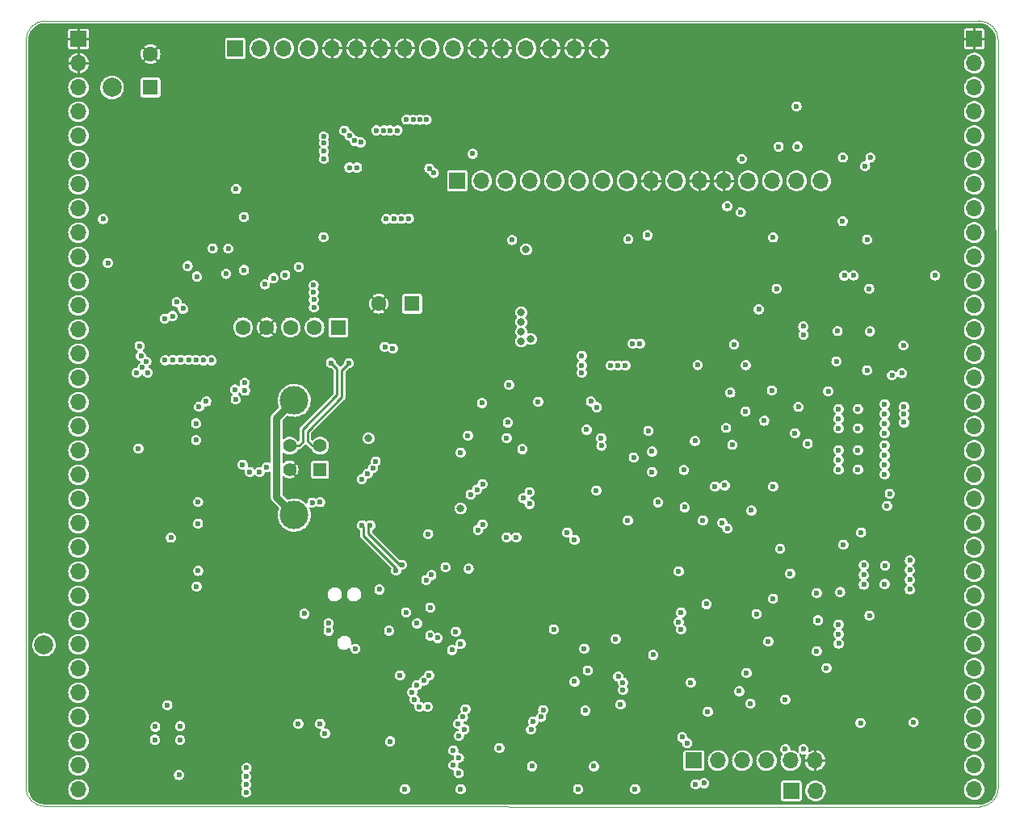
<source format=gbr>
G04 #@! TF.GenerationSoftware,KiCad,Pcbnew,(6.0.1)*
G04 #@! TF.CreationDate,2022-08-29T02:15:06+01:00*
G04 #@! TF.ProjectId,polygonus-Shortage-Version,706f6c79-676f-46e7-9573-2d53686f7274,rev?*
G04 #@! TF.SameCoordinates,Original*
G04 #@! TF.FileFunction,Copper,L2,Inr*
G04 #@! TF.FilePolarity,Positive*
%FSLAX46Y46*%
G04 Gerber Fmt 4.6, Leading zero omitted, Abs format (unit mm)*
G04 Created by KiCad (PCBNEW (6.0.1)) date 2022-08-29 02:15:06*
%MOMM*%
%LPD*%
G01*
G04 APERTURE LIST*
G04 #@! TA.AperFunction,Profile*
%ADD10C,0.050000*%
G04 #@! TD*
G04 #@! TA.AperFunction,ComponentPad*
%ADD11R,1.600000X1.600000*%
G04 #@! TD*
G04 #@! TA.AperFunction,ComponentPad*
%ADD12C,1.600000*%
G04 #@! TD*
G04 #@! TA.AperFunction,ComponentPad*
%ADD13R,1.700000X1.700000*%
G04 #@! TD*
G04 #@! TA.AperFunction,ComponentPad*
%ADD14O,1.700000X1.700000*%
G04 #@! TD*
G04 #@! TA.AperFunction,ComponentPad*
%ADD15R,1.400000X1.400000*%
G04 #@! TD*
G04 #@! TA.AperFunction,ComponentPad*
%ADD16C,1.400000*%
G04 #@! TD*
G04 #@! TA.AperFunction,ComponentPad*
%ADD17C,3.000000*%
G04 #@! TD*
G04 #@! TA.AperFunction,ViaPad*
%ADD18C,0.599440*%
G04 #@! TD*
G04 #@! TA.AperFunction,ViaPad*
%ADD19C,0.800000*%
G04 #@! TD*
G04 #@! TA.AperFunction,ViaPad*
%ADD20C,0.600000*%
G04 #@! TD*
G04 #@! TA.AperFunction,ViaPad*
%ADD21C,2.000000*%
G04 #@! TD*
G04 #@! TA.AperFunction,Conductor*
%ADD22C,0.254000*%
G04 #@! TD*
G04 #@! TA.AperFunction,Conductor*
%ADD23C,0.762000*%
G04 #@! TD*
G04 APERTURE END LIST*
D10*
X27598758Y70480030D02*
X27566743Y-7944264D01*
X29598758Y72480030D02*
G75*
G03*
X27598758Y70480030I-1J-1999999D01*
G01*
X127511245Y72474911D02*
X29598758Y72480030D01*
X29566743Y-9944264D02*
X127539293Y-9975264D01*
X127539293Y-9975264D02*
G75*
G03*
X129539293Y-7975264I1J1999999D01*
G01*
X129539293Y-7975264D02*
X129511245Y70474911D01*
X27566743Y-7944264D02*
G75*
G03*
X29566743Y-9944264I1999999J-1D01*
G01*
X129511245Y70474911D02*
G75*
G03*
X127511245Y72474911I-1999999J1D01*
G01*
D11*
G04 #@! TO.N,Net-(D1503-Pad2)*
G04 #@! TO.C,J1504*
X60334209Y40322147D03*
D12*
G04 #@! TO.N,/USB_D-*
X57834209Y40322147D03*
G04 #@! TO.N,/USB_D+*
X55334209Y40322147D03*
G04 #@! TO.N,GND*
X52834209Y40322147D03*
G04 #@! TO.N,/USB_SHIELD*
X50334209Y40322147D03*
G04 #@! TD*
D13*
G04 #@! TO.N,+3V3*
G04 #@! TO.C,J1505*
X97605501Y-5126837D03*
D14*
G04 #@! TO.N,/mcu/AUX_SPI_CS*
X100145501Y-5126837D03*
G04 #@! TO.N,/mcu/AUX_SPI_SCK*
X102685501Y-5126837D03*
G04 #@! TO.N,/mcu/AUX_SPI_MISO*
X105225501Y-5126837D03*
G04 #@! TO.N,/mcu/AUX_SPI_MOSI*
X107765501Y-5126837D03*
G04 #@! TO.N,GND*
X110305501Y-5126837D03*
G04 #@! TD*
D13*
G04 #@! TO.N,/mcu/UART_TX*
G04 #@! TO.C,J2*
X107812339Y-8296983D03*
D14*
G04 #@! TO.N,/mcu/UART_RX*
X110352339Y-8296983D03*
G04 #@! TD*
D15*
G04 #@! TO.N,Net-(D1503-Pad2)*
G04 #@! TO.C,J1501*
X58420000Y25400000D03*
D16*
G04 #@! TO.N,/USB_D-*
X58420000Y27900000D03*
G04 #@! TO.N,/USB_D+*
X55220000Y27900000D03*
G04 #@! TO.N,GND*
X55220000Y25400000D03*
D17*
G04 #@! TO.N,/USB_SHIELD*
X55710000Y20630000D03*
X55710000Y32670000D03*
G04 #@! TD*
D11*
G04 #@! TO.N,Net-(C1001-Pad1)*
G04 #@! TO.C,C1001*
X68072000Y42799000D03*
D12*
G04 #@! TO.N,GND*
X64572000Y42799000D03*
G04 #@! TD*
D11*
G04 #@! TO.N,/12V_MR*
G04 #@! TO.C,C17*
X40640000Y65494972D03*
D12*
G04 #@! TO.N,GND*
X40640000Y68994972D03*
G04 #@! TD*
D13*
G04 #@! TO.N,GND*
G04 #@! TO.C,J5*
X33087317Y70582684D03*
D14*
X33087317Y68042684D03*
G04 #@! TO.N,/12V_MR*
X33087317Y65502684D03*
G04 #@! TO.N,/LS1*
X33087317Y62962684D03*
G04 #@! TO.N,/LS2*
X33087317Y60422684D03*
G04 #@! TO.N,/LS3*
X33087317Y57882684D03*
G04 #@! TO.N,/LS4*
X33087317Y55342684D03*
G04 #@! TO.N,/LS5*
X33087317Y52802684D03*
G04 #@! TO.N,/LS6*
X33087317Y50262684D03*
G04 #@! TO.N,/LS7*
X33087317Y47722684D03*
G04 #@! TO.N,/LS8*
X33087317Y45182684D03*
G04 #@! TO.N,/IGN12*
X33087317Y42642684D03*
G04 #@! TO.N,/IGN11*
X33087317Y40102684D03*
G04 #@! TO.N,/IGN10*
X33087317Y37562684D03*
G04 #@! TO.N,/IGN9*
X33087317Y35022684D03*
G04 #@! TO.N,/IGN8*
X33087317Y32482684D03*
G04 #@! TO.N,/IGN7*
X33087317Y29942684D03*
G04 #@! TO.N,/IGN6*
X33087317Y27402684D03*
G04 #@! TO.N,/IGN5*
X33087317Y24862684D03*
G04 #@! TO.N,/IGN4*
X33087317Y22322684D03*
G04 #@! TO.N,/IGN3*
X33087317Y19782684D03*
G04 #@! TO.N,/IGN2*
X33087317Y17242684D03*
G04 #@! TO.N,/IGN1*
X33087317Y14702684D03*
G04 #@! TO.N,/LS9*
X33087317Y12162684D03*
G04 #@! TO.N,/LS10*
X33087317Y9622684D03*
G04 #@! TO.N,/LS11*
X33087317Y7082684D03*
G04 #@! TO.N,/LS12*
X33087317Y4542684D03*
G04 #@! TO.N,/LS13*
X33087317Y2002684D03*
G04 #@! TO.N,/LS14*
X33087317Y-537316D03*
G04 #@! TO.N,/LS15*
X33087317Y-3077316D03*
G04 #@! TO.N,/LS16*
X33087317Y-5617316D03*
G04 #@! TO.N,/12V_MR*
X33087317Y-8157316D03*
G04 #@! TD*
D13*
G04 #@! TO.N,+5V*
G04 #@! TO.C,J6*
X72806286Y55705029D03*
D14*
G04 #@! TO.N,+3V3*
X75346286Y55705029D03*
G04 #@! TO.N,/ETB1_PWM*
X77886286Y55705029D03*
G04 #@! TO.N,/ETB1_DIS*
X80426286Y55705029D03*
G04 #@! TO.N,/ETB1_DIR*
X82966286Y55705029D03*
G04 #@! TO.N,/ETB2_PWM*
X85506286Y55705029D03*
G04 #@! TO.N,/ETB2_DIS*
X88046286Y55705029D03*
G04 #@! TO.N,/ETB2_DIR*
X90586286Y55705029D03*
G04 #@! TO.N,GND*
X93126286Y55705029D03*
G04 #@! TO.N,/12V_RAW*
X95666286Y55705029D03*
G04 #@! TO.N,GND*
X98206286Y55705029D03*
X100746286Y55705029D03*
G04 #@! TO.N,/CAN+*
X103286286Y55705029D03*
G04 #@! TO.N,/CAN-*
X105826286Y55705029D03*
G04 #@! TO.N,/VR2+*
X108366286Y55705029D03*
G04 #@! TO.N,/VR1+*
X110906286Y55705029D03*
G04 #@! TD*
D13*
G04 #@! TO.N,GND*
G04 #@! TO.C,J3*
X127000000Y70587779D03*
D14*
G04 #@! TO.N,Net-(F101-Pad1)*
X127000000Y68047779D03*
G04 #@! TO.N,Net-(F102-Pad2)*
X127000000Y65507779D03*
G04 #@! TO.N,/5V_SENSOR_2*
X127000000Y62967779D03*
X127000000Y60427779D03*
X127000000Y57887779D03*
G04 #@! TO.N,/5V_SENSOR_1*
X127000000Y55347779D03*
X127000000Y52807779D03*
X127000000Y50267779D03*
G04 #@! TO.N,/DIGITAL_6*
X127000000Y47727779D03*
G04 #@! TO.N,/DIGITAL_5*
X127000000Y45187779D03*
G04 #@! TO.N,/DIGITAL_4*
X127000000Y42647779D03*
G04 #@! TO.N,/DIGITAL_3*
X127000000Y40107779D03*
G04 #@! TO.N,/DIGITAL_2*
X127000000Y37567779D03*
G04 #@! TO.N,/DIGITAL_1*
X127000000Y35027779D03*
G04 #@! TO.N,/AT4*
X127000000Y32487779D03*
G04 #@! TO.N,/AT3*
X127000000Y29947779D03*
G04 #@! TO.N,/AT2*
X127000000Y27407779D03*
G04 #@! TO.N,/AT1*
X127000000Y24867779D03*
G04 #@! TO.N,/AV11*
X127000000Y22327779D03*
G04 #@! TO.N,/AV10*
X127000000Y19787779D03*
G04 #@! TO.N,/AV9*
X127000000Y17247779D03*
G04 #@! TO.N,/AV8*
X127000000Y14707779D03*
G04 #@! TO.N,/AV7*
X127000000Y12167779D03*
G04 #@! TO.N,/AV6*
X127000000Y9627779D03*
G04 #@! TO.N,/AV5*
X127000000Y7087779D03*
G04 #@! TO.N,/AV4*
X127000000Y4547779D03*
G04 #@! TO.N,/AV3*
X127000000Y2007779D03*
G04 #@! TO.N,/AV2*
X127000000Y-532221D03*
G04 #@! TO.N,/AV1*
X127000000Y-3072221D03*
G04 #@! TO.N,/KNOCK_1*
X127000000Y-5612221D03*
G04 #@! TO.N,/KNOCK_2*
X127000000Y-8152221D03*
G04 #@! TD*
D13*
G04 #@! TO.N,/HS1*
G04 #@! TO.C,J7*
X49530000Y69596912D03*
D14*
G04 #@! TO.N,/HS2*
X52070000Y69596912D03*
G04 #@! TO.N,/HS3*
X54610000Y69596912D03*
G04 #@! TO.N,/HS4*
X57150000Y69596912D03*
G04 #@! TO.N,GND*
X59690000Y69596912D03*
X62230000Y69596912D03*
X64770000Y69596912D03*
X67310000Y69596912D03*
G04 #@! TO.N,/CAN2+*
X69850000Y69596912D03*
G04 #@! TO.N,/CAN2-*
X72390000Y69596912D03*
G04 #@! TO.N,GND*
X74930000Y69596912D03*
X77470000Y69596912D03*
G04 #@! TO.N,/Perm_Live*
X80010000Y69596912D03*
G04 #@! TO.N,GND*
X82550000Y69596912D03*
X85090000Y69596912D03*
X87630000Y69596912D03*
G04 #@! TD*
D18*
G04 #@! TO.N,GND*
X106350129Y61414633D03*
X80875092Y64312918D03*
G04 #@! TO.N,/12V_MR*
X61482861Y57101531D03*
X70344941Y56527208D03*
G04 #@! TO.N,/HS2*
X62671080Y59727069D03*
X62031752Y59897558D03*
X61491876Y60437434D03*
G04 #@! TO.N,/HS1*
X58820907Y58019093D03*
X58806700Y58806700D03*
X58820907Y59670240D03*
G04 #@! TO.N,/HS4*
X69590026Y62113893D03*
X68893870Y62113893D03*
X68183505Y62113893D03*
G04 #@! TO.N,/HS3*
X64319126Y60991517D03*
X65114733Y60991517D03*
X65739853Y60991517D03*
G04 #@! TO.N,GND*
X107447193Y63528414D03*
X107454837Y59266499D03*
X54286961Y59410344D03*
X121303411Y41468896D03*
X100029902Y35001739D03*
X110459879Y30955845D03*
X56704333Y-2268379D03*
X62569182Y28389651D03*
X108271698Y6123906D03*
X99441709Y20929579D03*
X112316193Y-261610D03*
X69294725Y10069034D03*
X120056983Y47545114D03*
X71373727Y57039180D03*
X110977787Y41428684D03*
X109318296Y34666393D03*
X40966649Y-3949433D03*
X102645826Y38382868D03*
X124574932Y26453219D03*
X104661527Y4685199D03*
X125566836Y-6091932D03*
X79977662Y-4066557D03*
X99520273Y-8284319D03*
X98276090Y-9308916D03*
X123583029Y6320263D03*
X69996981Y37087963D03*
X43970995Y71678189D03*
X60258269Y68197696D03*
X89757670Y-421288D03*
X103014055Y35425959D03*
X127564047Y15984618D03*
X121464002Y15625478D03*
X115084099Y-3766454D03*
X75336587Y-5710376D03*
X127617663Y717349D03*
X61661730Y14323851D03*
X115758736Y48563826D03*
X91755741Y29894019D03*
X98496291Y10432895D03*
X102560012Y40356356D03*
X49547130Y68129472D03*
X115220414Y6663840D03*
X64625790Y36149780D03*
X123140694Y2875409D03*
X105565970Y31582114D03*
X43654317Y-7847412D03*
X102362507Y32123344D03*
X85599791Y-3344541D03*
X87324941Y1293725D03*
X47017826Y51893155D03*
X127577451Y38838607D03*
X71909446Y41864255D03*
X69100325Y29076538D03*
X118557881Y18745095D03*
X125006115Y10508966D03*
X68794465Y34635117D03*
X42903631Y16912258D03*
X72113168Y9935836D03*
X77129668Y54275640D03*
X124692035Y59518828D03*
X69114436Y12808291D03*
X75596356Y2988952D03*
X61520259Y30431893D03*
X65484574Y22398019D03*
X107074273Y53296616D03*
X63590837Y9744741D03*
X83457814Y1474184D03*
X121169112Y18976503D03*
X84338750Y10941899D03*
X79716283Y-6727271D03*
X114284285Y5264678D03*
X119632520Y28578928D03*
X64827005Y7805346D03*
X87057957Y16643461D03*
X49449043Y26803461D03*
X110564895Y18603874D03*
X109919106Y36457180D03*
X115006453Y23695654D03*
X45956109Y21072036D03*
X114255319Y28520844D03*
X93892950Y-4121530D03*
X52368522Y49261665D03*
X29065218Y70898360D03*
X127557345Y-1822727D03*
X115211478Y7995314D03*
X110910766Y38412762D03*
X109823202Y18577066D03*
X109876684Y24062863D03*
X106167221Y-8615692D03*
X117739563Y14346393D03*
X88631827Y44339180D03*
X79659921Y23616434D03*
X110402546Y4996057D03*
X125035354Y21970566D03*
X74842121Y9877358D03*
X112135929Y-5877467D03*
X127577451Y5797503D03*
X108553184Y7602825D03*
X127590855Y26131521D03*
X40133194Y49929334D03*
X120138176Y11815943D03*
X99528989Y30144743D03*
X125459566Y-8503660D03*
X123668678Y42881964D03*
X43070591Y63910292D03*
X102141592Y34176556D03*
X125044076Y28289581D03*
X103624944Y7562613D03*
X48665569Y674366D03*
X124692035Y61448587D03*
X107766192Y12191258D03*
X43994912Y60784567D03*
X117845153Y38385954D03*
X95275729Y5303401D03*
X47532279Y-5207464D03*
X81238815Y31647351D03*
X119065848Y8250453D03*
X115107555Y9426580D03*
X107121874Y41442088D03*
X81034769Y18046922D03*
X34623884Y42591925D03*
X52631671Y52039349D03*
X117704641Y-2001678D03*
X91996346Y-7132984D03*
X113127832Y46988299D03*
X71829277Y31727521D03*
X96864367Y36320208D03*
X63192473Y-4081778D03*
X41209681Y8481119D03*
X50394464Y-4993366D03*
X114144059Y16574154D03*
X124311931Y40659817D03*
X54269043Y38940377D03*
X64825491Y-3988419D03*
X103990982Y23993714D03*
X81219323Y26579297D03*
X102437653Y15941730D03*
X104998320Y53764437D03*
X47846883Y31784424D03*
X91426595Y-4081317D03*
X63577970Y62116556D03*
X90060429Y25483942D03*
X125824801Y16064333D03*
X45624736Y-1664735D03*
X42847052Y31588249D03*
X78724905Y269746D03*
X101747752Y8129816D03*
X94150734Y46250071D03*
X34133897Y849798D03*
X125446199Y47309998D03*
X77194118Y20156512D03*
X122674560Y50542523D03*
X114306471Y41415280D03*
X125598437Y49548405D03*
X127577451Y13424435D03*
X40159184Y47344376D03*
X62395424Y60739084D03*
X110591532Y1516666D03*
X77953643Y-5701857D03*
X66932217Y-3378063D03*
X44505491Y45590049D03*
X122465790Y36398703D03*
X127564047Y36305232D03*
X35588763Y61626369D03*
X120181717Y23958803D03*
X111097779Y-3119327D03*
X93855822Y51668366D03*
X127564047Y43918761D03*
X123637965Y324350D03*
X33898087Y26297905D03*
X75408678Y65869290D03*
X62709158Y7653433D03*
X104723462Y20555416D03*
X34687534Y18491152D03*
X121604258Y33008085D03*
X107906281Y25403273D03*
X107547517Y35190166D03*
X74954570Y15059274D03*
X82008770Y21793884D03*
X76473520Y11029616D03*
X35332687Y-4793285D03*
X29224931Y-9095458D03*
X39816457Y15526783D03*
X128054495Y49226778D03*
X114324343Y38368081D03*
X127617663Y21051367D03*
X120753072Y2026697D03*
X121451777Y27766821D03*
X95272478Y37566154D03*
X38285803Y-8184983D03*
X94951873Y12392319D03*
X108510120Y-2466123D03*
X121961133Y21373066D03*
X121303411Y38385954D03*
X34620585Y45372908D03*
X114277659Y-2059763D03*
X81288007Y-7037382D03*
X104281126Y-556039D03*
X97585590Y30271030D03*
X71052101Y67214274D03*
X127674391Y46507572D03*
X48580822Y-7104694D03*
X94032504Y10998178D03*
X88923533Y41146081D03*
X122323695Y59021768D03*
X120942422Y-2030490D03*
X99578750Y-1461938D03*
X57490331Y68139219D03*
X52028028Y27690995D03*
X59694003Y7579787D03*
X73493755Y14216084D03*
X38398360Y17961405D03*
X96665269Y46337787D03*
X38378867Y21567521D03*
X124749186Y13089333D03*
X119671862Y34293511D03*
X90025944Y34038865D03*
X73202103Y16535729D03*
X116358220Y11708710D03*
X53780455Y5918478D03*
X92200208Y11797371D03*
X37903800Y9514847D03*
X62565667Y11120286D03*
X38242420Y32112973D03*
X127564047Y10891060D03*
X125276811Y31566557D03*
X51443253Y13733103D03*
X103674575Y25990529D03*
X105433879Y36506294D03*
X104482188Y1441170D03*
X39864697Y-1372348D03*
X34746012Y14368484D03*
X47310214Y33677397D03*
X43283960Y-4209334D03*
X98845907Y46132491D03*
X125335288Y30280051D03*
X42837306Y23352660D03*
X107672364Y10395109D03*
X103925582Y-6218113D03*
X68508327Y58325686D03*
X81968171Y-4730060D03*
X71691255Y49792361D03*
X102950753Y24810968D03*
X107008861Y-2064000D03*
X98611193Y5422188D03*
X97634851Y7385505D03*
X52412531Y68129472D03*
X38398360Y14257827D03*
X113397457Y34574054D03*
X51579075Y41542628D03*
X102564480Y43408023D03*
X41367720Y779700D03*
X46043825Y13889043D03*
X56632661Y60849017D03*
X88812283Y14772179D03*
X75745699Y54061223D03*
X72191563Y48274044D03*
X72551750Y5509135D03*
X36053285Y57828626D03*
X73942641Y30450761D03*
X38342381Y25128354D03*
X49845391Y38808752D03*
X72967390Y67944294D03*
X115026800Y30738324D03*
X97670058Y43277462D03*
X122865910Y26312476D03*
X56344996Y64261157D03*
X34687534Y30186662D03*
X91681273Y1307130D03*
X88573833Y8071271D03*
X91338724Y28100849D03*
X54365231Y-2297618D03*
X119187598Y21648939D03*
X67070937Y16617471D03*
X127604259Y33745049D03*
X92119141Y25950235D03*
X45683214Y937515D03*
X108903096Y164112D03*
X92477501Y24060988D03*
X74205790Y49012661D03*
X113164410Y21678178D03*
X49178487Y16788403D03*
X57080204Y31003450D03*
X116880034Y18124892D03*
X102820080Y18450972D03*
X89664931Y45606193D03*
X32246272Y-4346306D03*
X127577451Y3264128D03*
X97767521Y39106063D03*
X91795285Y34079077D03*
X113800741Y-3925018D03*
X66198464Y52770318D03*
X104090851Y33705766D03*
X34629057Y22555341D03*
X118824574Y2902217D03*
X40117475Y42858373D03*
X80815328Y47321535D03*
X89816148Y-4378269D03*
X59882888Y59758386D03*
X101333077Y-6296083D03*
X119588608Y-5850658D03*
X74994612Y61823643D03*
X98061624Y11949984D03*
X117845153Y41442088D03*
X36491309Y36629922D03*
X127604259Y23611550D03*
X65182329Y27244242D03*
X63113037Y52525645D03*
X127577451Y18544801D03*
X48293012Y60784567D03*
X97243437Y21988503D03*
X127590855Y8357686D03*
X43970995Y67194518D03*
X71576737Y-3357957D03*
X30972139Y-1557996D03*
X55073259Y68100234D03*
X119509225Y-3554885D03*
X79449277Y53866297D03*
X46579245Y54963226D03*
X71271541Y64825491D03*
X47529030Y28703981D03*
X105725391Y18332812D03*
X36766961Y11656525D03*
X111705920Y36307737D03*
X107927249Y21183819D03*
X87783566Y6640011D03*
X107130810Y38403826D03*
X37438503Y-5684268D03*
D19*
G04 #@! TO.N,+5V*
X79502000Y39878000D03*
X79502000Y40894000D03*
X79502000Y41910000D03*
X80518000Y39116000D03*
D18*
X102362000Y2159000D03*
X118374808Y35299690D03*
D19*
X79502000Y38862000D03*
D18*
X91948000Y38608000D03*
X115987248Y44384467D03*
X73914000Y28956000D03*
X78537733Y49493666D03*
X117856000Y21590000D03*
X103013061Y31497236D03*
X115555509Y57252300D03*
D19*
X63500000Y28702000D03*
D18*
X103632000Y21124620D03*
X103045029Y36371089D03*
X39192447Y35560000D03*
X112776000Y30734000D03*
X39371411Y27622147D03*
X42772231Y18277683D03*
X115415414Y14354291D03*
X112776000Y8128000D03*
X106281725Y44384466D03*
X78105000Y30353000D03*
X91186000Y38608000D03*
X105786536Y33718190D03*
X108364103Y63519212D03*
X108459295Y59298640D03*
X110490000Y12446000D03*
X112776000Y26416000D03*
X105918000Y23622000D03*
X107188000Y1270000D03*
X107696000Y14478000D03*
X97716099Y28413661D03*
G04 #@! TO.N,+3V3*
X88900000Y36322000D03*
X89662000Y36322000D03*
X90424000Y36322000D03*
X103124000Y4064000D03*
X58928000Y-2286000D03*
X77216000Y-3810000D03*
X67310000Y-8128000D03*
X73152000Y27178000D03*
D20*
X99060000Y0D03*
X120642680Y-1102660D03*
D18*
X56769000Y10287000D03*
X92837000Y29464000D03*
X85852000Y36322000D03*
X64643000Y12827000D03*
X93218000Y25146000D03*
X87122000Y-5715000D03*
X73983855Y15023377D03*
X85852000Y35560000D03*
D20*
X87376000Y23216434D03*
D19*
X73152000Y21336000D03*
D18*
X62103000Y6604000D03*
D20*
X93343667Y5967667D03*
D18*
X66802000Y3810000D03*
D20*
X103533698Y860302D03*
X96012000Y14732000D03*
X89916000Y762000D03*
X90678000Y20066000D03*
D18*
X79629000Y27559000D03*
D20*
X115074146Y-1176828D03*
D18*
X69748400Y18643600D03*
X73660000Y254000D03*
D20*
X86360000Y29591000D03*
D18*
X90726273Y49593153D03*
X85852000Y37338000D03*
G04 #@! TO.N,/mcu/AV4*
X97282000Y3048000D03*
X105410000Y7366000D03*
G04 #@! TO.N,/mcu/AV2*
X89408000Y7620000D03*
X111506000Y4572000D03*
G04 #@! TO.N,/mcu/AV5*
X96266000Y8636000D03*
X105894633Y11862275D03*
G04 #@! TO.N,/mcu/AV6*
X96012000Y9398000D03*
X112939557Y12565968D03*
G04 #@! TO.N,/mcu/AV9*
X101115632Y19232880D03*
X115137439Y18811658D03*
G04 #@! TO.N,/mcu/AV10*
X100584000Y19812000D03*
X118150241Y22871219D03*
G04 #@! TO.N,/5V_SENSOR_1*
X116122964Y58146824D03*
X113221818Y58146824D03*
X102642191Y57990475D03*
G04 #@! TO.N,/5V_SENSOR_2*
X113206146Y51458098D03*
G04 #@! TO.N,/mcu/nRESET*
X82931000Y8636000D03*
X65659000Y8509000D03*
X72644000Y8382000D03*
G04 #@! TO.N,/mcu/SWDIO*
X69977000Y10922000D03*
X59309000Y8509000D03*
G04 #@! TO.N,/mcu/SWCLK*
X59309000Y9271000D03*
X67437000Y10414000D03*
X68580000Y9271000D03*
G04 #@! TO.N,/mcu/5V_SENSOR_1_PG*
X98679000Y-7493000D03*
X115769916Y49534146D03*
G04 #@! TO.N,/mcu/5V_SENSOR_2_PG*
X97790000Y-7620000D03*
X105915182Y49774709D03*
G04 #@! TO.N,/mcu/AT2*
X99822000Y23622000D03*
X109535875Y28132125D03*
G04 #@! TO.N,/mcu/AT1*
X100838000Y23749000D03*
X108204000Y29210000D03*
G04 #@! TO.N,/mcu/AT3*
X104985486Y30534020D03*
X96647000Y21463000D03*
G04 #@! TO.N,Net-(RN201-Pad7)*
X48559934Y45941964D03*
X49617453Y54854443D03*
G04 #@! TO.N,Net-(RN201-Pad8)*
X45506107Y45669069D03*
G04 #@! TO.N,Net-(RN201-Pad6)*
X44530956Y46766623D03*
X35655362Y51693175D03*
G04 #@! TO.N,Net-(RN201-Pad5)*
X50430364Y51901206D03*
X50431216Y46343577D03*
G04 #@! TO.N,Net-(RN301-Pad7)*
X44046334Y42287675D03*
X48786297Y48591372D03*
G04 #@! TO.N,Net-(RN301-Pad8)*
X47155424Y48610865D03*
X43386296Y42972079D03*
G04 #@! TO.N,Net-(RN301-Pad6)*
X36162693Y47092023D03*
X42127404Y41244268D03*
G04 #@! TO.N,Net-(RN301-Pad5)*
X42946089Y41517163D03*
G04 #@! TO.N,Net-(RN501-Pad6)*
X43737735Y-1508470D03*
X43737735Y-2950917D03*
G04 #@! TO.N,Net-(RN501-Pad8)*
X41106246Y-2931424D03*
X41125738Y-1566948D03*
G04 #@! TO.N,Net-(RN501-Pad7)*
X43620780Y-6635003D03*
G04 #@! TO.N,/mcu/12V_DIVIDED*
X98005596Y36383413D03*
X98552000Y20066000D03*
G04 #@! TO.N,/ETB2_DIR*
X80384597Y21799359D03*
G04 #@! TO.N,/ETB2_DIS*
X79696825Y22402349D03*
G04 #@! TO.N,Net-(C1205-Pad1)*
X112545465Y36752301D03*
X115757378Y35819548D03*
G04 #@! TO.N,Net-(C1404-Pad1)*
X111683129Y33637718D03*
X119416706Y35523294D03*
G04 #@! TO.N,Net-(C1408-Pad1)*
X101822312Y38537988D03*
X101426906Y33491722D03*
G04 #@! TO.N,/lowside_quad1/IN1*
X47033545Y36867492D03*
X57767425Y42432262D03*
X69850000Y3810000D03*
G04 #@! TO.N,/lowside_quad1/IN3*
X57741435Y43991663D03*
X45410549Y36900967D03*
X68580000Y2794000D03*
G04 #@! TO.N,/lowside_quad1/IN2*
X46195367Y36867492D03*
X69318368Y3278368D03*
X57751281Y43226532D03*
G04 #@! TO.N,/lowside_quad1/IN4*
X44627265Y36935976D03*
X68072000Y2032000D03*
X57741435Y44743006D03*
G04 #@! TO.N,/lowside_quad2/IN1*
X43795982Y36922987D03*
X68326000Y1270000D03*
X52632296Y44843361D03*
G04 #@! TO.N,/lowside_quad2/IN3*
X42160416Y36867492D03*
X69690732Y522928D03*
X54754617Y45821399D03*
G04 #@! TO.N,/lowside_quad2/IN2*
X42978352Y36923651D03*
X53522979Y45499792D03*
X68834000Y508000D03*
G04 #@! TO.N,/lowside_quad2/IN4*
X73404241Y-530273D03*
X39495535Y38365348D03*
X56183708Y46663187D03*
G04 #@! TO.N,/ETB1_DIR*
X75461761Y23892379D03*
G04 #@! TO.N,/ETB1_DIS*
X74873478Y23309863D03*
G04 #@! TO.N,/lowside_quad4/IN4*
X72955612Y-6437561D03*
X50658042Y-8461418D03*
G04 #@! TO.N,/lowside_quad4/IN2*
X72966831Y-4833170D03*
X50672065Y-6778581D03*
G04 #@! TO.N,/lowside_quad4/IN3*
X50658042Y-7605976D03*
X72383416Y-5596097D03*
G04 #@! TO.N,/lowside_quad4/IN1*
X72373446Y-4053846D03*
X50700113Y-5881068D03*
G04 #@! TO.N,/highside_quad/IN1*
X69549119Y13814755D03*
X65361657Y51704856D03*
G04 #@! TO.N,/highside_quad/IN3*
X74959992Y19084316D03*
X66929721Y51713520D03*
G04 #@! TO.N,/highside_quad/IN2*
X66141357Y51713520D03*
X70080399Y14346034D03*
G04 #@! TO.N,/mcu/CAN_RX*
X77978000Y18288000D03*
X77978000Y28702000D03*
G04 #@! TO.N,/mcu/CAN_TX*
X81280000Y32512000D03*
X78994000Y18288000D03*
G04 #@! TO.N,/highside_quad/IN4*
X67718085Y51739510D03*
X75448080Y19655530D03*
G04 #@! TO.N,/ign1/IN4*
X58420000Y21996400D03*
X45629034Y22009351D03*
G04 #@! TO.N,/AT4*
X119634000Y32004000D03*
G04 #@! TO.N,/AT2*
X119634000Y30353000D03*
G04 #@! TO.N,/AT3*
X119634000Y31242000D03*
G04 #@! TO.N,/HS4*
X67468926Y62133324D03*
G04 #@! TO.N,/HS2*
X74411460Y58548526D03*
X60960000Y60960000D03*
G04 #@! TO.N,/HS3*
X66533285Y60993012D03*
G04 #@! TO.N,/HS1*
X58781848Y49783760D03*
X58802928Y60349759D03*
G04 #@! TO.N,/LS9*
X72898000Y-1270000D03*
G04 #@! TO.N,/LS10*
X73544636Y-1848620D03*
G04 #@! TO.N,/LS11*
X72972441Y-2523170D03*
G04 #@! TO.N,/LS12*
X65758308Y-3101790D03*
G04 #@! TO.N,/CAN+*
X101104719Y53048888D03*
X86820263Y32559737D03*
G04 #@! TO.N,/CAN-*
X102519195Y52405667D03*
X87423737Y31956263D03*
G04 #@! TO.N,/ign1/IN3*
X57607200Y21945600D03*
X45616039Y19735224D03*
G04 #@! TO.N,/ign1/IN1*
X70739000Y7747000D03*
X45473094Y13146753D03*
G04 #@! TO.N,/ign1/IN2*
X45635532Y14790622D03*
X69977000Y8001000D03*
G04 #@! TO.N,/ign2/IN2*
X51054000Y25146000D03*
X45415189Y30260134D03*
G04 #@! TO.N,/IGN9*
X62791247Y24402380D03*
X49563673Y32788620D03*
X40340065Y35585990D03*
G04 #@! TO.N,/IGN10*
X63415007Y24981000D03*
X39778699Y36128101D03*
X49494001Y33799700D03*
G04 #@! TO.N,/IGN11*
X40210115Y36743241D03*
X63970000Y25569998D03*
X50546597Y33682745D03*
G04 #@! TO.N,/IGN12*
X64241994Y26270379D03*
X39632556Y37321861D03*
X50507612Y34520923D03*
G04 #@! TO.N,/mcu/DIGITAL5*
X100984378Y29791843D03*
X96556268Y25363732D03*
G04 #@! TO.N,/mcu/DIGITAL2*
X108564934Y31994252D03*
X101638047Y28004875D03*
G04 #@! TO.N,/mcu/DIGITAL1*
X71571117Y15166354D03*
X93853000Y21971000D03*
G04 #@! TO.N,/DIGITAL_5*
X109074003Y40424324D03*
G04 #@! TO.N,/DIGITAL_6*
X104407659Y42222914D03*
G04 #@! TO.N,/DIGITAL_1*
X112668780Y39949999D03*
G04 #@! TO.N,/DIGITAL_2*
X119574428Y38434842D03*
G04 #@! TO.N,/DIGITAL_3*
X116068295Y39916341D03*
G04 #@! TO.N,/DIGITAL_4*
X109097311Y39546097D03*
G04 #@! TO.N,/ign2/IN1*
X45415189Y28505807D03*
X50292000Y25908000D03*
G04 #@! TO.N,/ign2/IN3*
X45725972Y32001465D03*
X52070000Y25146000D03*
G04 #@! TO.N,/ign2/IN4*
X46479683Y32560251D03*
X52832000Y25654000D03*
G04 #@! TO.N,/VR2+*
X106484663Y59294397D03*
D20*
G04 #@! TO.N,/USB_D+*
X62819000Y19558000D03*
X66382871Y14820871D03*
X59563561Y36605573D03*
G04 #@! TO.N,/USB_D-*
X66986741Y15424741D03*
X63673000Y19558000D03*
X61434842Y36579583D03*
D19*
G04 #@! TO.N,/12V_PROT*
X80010000Y48514000D03*
D18*
X113378122Y45763136D03*
X114347306Y45767306D03*
X122893861Y45773091D03*
G04 #@! TO.N,/mcu/LED1*
X73152000Y-8128000D03*
X80528446Y-1868228D03*
G04 #@! TO.N,/mcu/LED2*
X80772000Y-1016000D03*
X80645000Y-5715000D03*
G04 #@! TO.N,/mcu/LED3*
X85471000Y-8128000D03*
X81595234Y-531632D03*
G04 #@! TO.N,/mcu/LED4*
X91440000Y-8128000D03*
X81806421Y189940D03*
G04 #@! TO.N,Net-(C2-Pad1)*
X112784141Y7160860D03*
X110490000Y6350000D03*
G04 #@! TO.N,Net-(C4-Pad1)*
X112776000Y9144000D03*
X116009755Y10103902D03*
G04 #@! TO.N,Net-(C5-Pad1)*
X115415414Y13338291D03*
X120241414Y12830291D03*
G04 #@! TO.N,Net-(C6-Pad1)*
X120241414Y13846291D03*
X117603421Y13406829D03*
G04 #@! TO.N,Net-(C7-Pad1)*
X120241414Y14862291D03*
X117653909Y15325367D03*
G04 #@! TO.N,Net-(C8-Pad1)*
X120241414Y15878291D03*
X115415414Y15370291D03*
G04 #@! TO.N,Net-(C9-Pad1)*
X117602000Y24892000D03*
X112776000Y25400000D03*
G04 #@! TO.N,Net-(C10-Pad1)*
X117602000Y25908000D03*
X114808000Y25400000D03*
G04 #@! TO.N,Net-(C11-Pad1)*
X114808000Y27432000D03*
X117602000Y26924000D03*
G04 #@! TO.N,Net-(C12-Pad1)*
X112776000Y27432000D03*
X117602000Y27940000D03*
G04 #@! TO.N,Net-(C13-Pad1)*
X117602000Y29210000D03*
X112776000Y29718000D03*
G04 #@! TO.N,Net-(C14-Pad1)*
X114808000Y29718000D03*
X117602000Y30226000D03*
G04 #@! TO.N,Net-(C15-Pad1)*
X114808000Y31750000D03*
X117602000Y31242000D03*
G04 #@! TO.N,Net-(C16-Pad1)*
X112776000Y31750000D03*
X117602000Y32258000D03*
G04 #@! TO.N,Net-(R3-Pad2)*
X110616428Y9600149D03*
X104176441Y10265849D03*
G04 #@! TO.N,Net-(R11-Pad2)*
X113284000Y17526000D03*
X106646265Y17106795D03*
G04 #@! TO.N,/knock/FILTERED_1*
X86233000Y127000D03*
X96393000Y-2667000D03*
G04 #@! TO.N,/knock/FILTERED_2*
X96901000Y-3302000D03*
X85090000Y3175000D03*
G04 #@! TO.N,Net-(C902-Pad1)*
X78232000Y34290000D03*
X75398896Y32387595D03*
G04 #@! TO.N,/ETB2_PWM*
X80384597Y23032159D03*
G04 #@! TO.N,/ETB1_PWM*
X74211421Y22779564D03*
G04 #@! TO.N,/mcu/AUX_SPI_MOSI*
X89670990Y3691990D03*
G04 #@! TO.N,/mcu/AUX_SPI_MISO*
X90170000Y3048000D03*
G04 #@! TO.N,/mcu/AUX_SPI_SCK*
X90170000Y2286000D03*
G04 #@! TO.N,/mcu/AUX_SPI_CS*
X86487000Y4318000D03*
G04 #@! TO.N,/mcu/SD_MISO*
X56134000Y-1270000D03*
X58420000Y-1270000D03*
G04 #@! TO.N,/mcu/UART_RX*
X109093000Y-3937000D03*
X72263000Y6477000D03*
G04 #@! TO.N,/mcu/UART_TX*
X107188000Y-3937000D03*
X73152000Y7112000D03*
G04 #@! TO.N,/CAN2+*
X65207769Y38269387D03*
G04 #@! TO.N,/CAN2-*
X66040000Y38100000D03*
G04 #@! TO.N,/mcu/BARO_SCL*
X93218000Y27305000D03*
X91313000Y26670000D03*
G04 #@! TO.N,/12V_MR*
X42408471Y694183D03*
X62285491Y57101531D03*
X69874578Y56997571D03*
D21*
X36610257Y65485240D03*
X29466389Y7029251D03*
D18*
G04 #@! TO.N,/Keep_Alive/Keep_Alive*
X92748730Y49991774D03*
X98933000Y11303000D03*
G04 #@! TO.N,Net-(C30-Pad1)*
X86106000Y6604000D03*
X96266000Y10414000D03*
D20*
G04 #@! TO.N,/mcu/VR_2*
X87884000Y28702000D03*
X84328000Y18796000D03*
G04 #@! TO.N,/mcu/VR_1*
X85090000Y18034000D03*
X87912698Y27911302D03*
G04 #@! TD*
D22*
G04 #@! TO.N,/USB_D+*
X56590393Y29622328D02*
X60198000Y33229935D01*
X60198000Y33229935D02*
X60198000Y35971134D01*
X60198000Y35971134D02*
X59563561Y36605573D01*
X66382871Y14820871D02*
X66382871Y15065530D01*
X56186533Y27900000D02*
X56590393Y28303860D01*
X56590393Y28303860D02*
X56590393Y29622328D01*
X62992000Y18456401D02*
X62992000Y19385000D01*
X66382871Y15065530D02*
X62992000Y18456401D01*
X62992000Y19385000D02*
X62819000Y19558000D01*
X55220000Y27900000D02*
X56186533Y27900000D01*
G04 #@! TO.N,/USB_D-*
X57119241Y28396280D02*
X57119241Y29393548D01*
X57119241Y29393548D02*
X60706000Y32980307D01*
X58420000Y27900000D02*
X57615521Y27900000D01*
X60706000Y32980307D02*
X60706000Y35850741D01*
X57615521Y27900000D02*
X57119241Y28396280D01*
X63500000Y19385000D02*
X63673000Y19558000D01*
X60706000Y35850741D02*
X61434842Y36579583D01*
X66986741Y15424741D02*
X66742082Y15424741D01*
X63500000Y18666823D02*
X63500000Y19385000D01*
X66742082Y15424741D02*
X63500000Y18666823D01*
D23*
G04 #@! TO.N,/USB_SHIELD*
X53848000Y30848000D02*
X53848000Y22532000D01*
X55710000Y32710000D02*
X53848000Y30848000D01*
X53848000Y22532000D02*
X55710000Y20670000D01*
G04 #@! TD*
G04 #@! TA.AperFunction,Conductor*
G04 #@! TO.N,GND*
G36*
X78539080Y72248871D02*
G01*
X127478822Y72246313D01*
X127498429Y72244381D01*
X127511245Y72241832D01*
X127520964Y72243765D01*
X127530869Y72243765D01*
X127530869Y72243506D01*
X127541316Y72244160D01*
X127683935Y72233960D01*
X127756167Y72228794D01*
X127770374Y72226751D01*
X128003276Y72176086D01*
X128017048Y72172042D01*
X128240367Y72088748D01*
X128253423Y72082786D01*
X128388828Y72008850D01*
X128459562Y71970227D01*
X128462620Y71968557D01*
X128474695Y71960796D01*
X128665507Y71817956D01*
X128676355Y71808557D01*
X128844891Y71640021D01*
X128854290Y71629173D01*
X128997130Y71438361D01*
X129004891Y71426286D01*
X129119120Y71217089D01*
X129125082Y71204033D01*
X129208376Y70980714D01*
X129212420Y70966942D01*
X129263085Y70734040D01*
X129265128Y70719833D01*
X129265554Y70713872D01*
X129275368Y70576662D01*
X129280494Y70504984D01*
X129279840Y70494535D01*
X129280099Y70494535D01*
X129280099Y70484630D01*
X129278166Y70474911D01*
X129280725Y70462045D01*
X129282657Y70442469D01*
X129296765Y30982028D01*
X129310681Y-7942860D01*
X129308749Y-7962517D01*
X129308147Y-7965544D01*
X129306214Y-7975264D01*
X129308147Y-7984983D01*
X129308147Y-7994888D01*
X129307888Y-7994888D01*
X129308542Y-8005335D01*
X129299701Y-8128947D01*
X129293176Y-8220186D01*
X129291133Y-8234393D01*
X129240468Y-8467295D01*
X129236424Y-8481067D01*
X129153130Y-8704386D01*
X129147168Y-8717442D01*
X129032939Y-8926639D01*
X129025178Y-8938714D01*
X128882338Y-9129526D01*
X128872939Y-9140374D01*
X128704403Y-9308910D01*
X128693555Y-9318309D01*
X128502743Y-9461149D01*
X128490668Y-9468910D01*
X128281471Y-9583139D01*
X128268415Y-9589101D01*
X128045096Y-9672395D01*
X128031324Y-9676439D01*
X127798422Y-9727104D01*
X127784215Y-9729147D01*
X127711983Y-9734313D01*
X127569364Y-9744513D01*
X127558917Y-9743859D01*
X127558917Y-9744118D01*
X127549012Y-9744118D01*
X127539293Y-9742185D01*
X127526545Y-9744720D01*
X127506893Y-9746653D01*
X77001888Y-9730673D01*
X29599188Y-9715674D01*
X29579594Y-9713741D01*
X29576462Y-9713118D01*
X29576460Y-9713118D01*
X29566743Y-9711185D01*
X29557024Y-9713118D01*
X29547119Y-9713118D01*
X29547119Y-9712859D01*
X29536672Y-9713513D01*
X29394053Y-9703313D01*
X29321821Y-9698147D01*
X29307614Y-9696104D01*
X29074712Y-9645439D01*
X29060940Y-9641395D01*
X28837621Y-9558101D01*
X28824565Y-9552139D01*
X28672141Y-9468910D01*
X28615366Y-9437909D01*
X28603293Y-9430149D01*
X28412481Y-9287309D01*
X28401633Y-9277910D01*
X28233097Y-9109374D01*
X28223698Y-9098526D01*
X28080858Y-8907714D01*
X28073097Y-8895639D01*
X27958868Y-8686442D01*
X27952906Y-8673386D01*
X27869612Y-8450067D01*
X27865568Y-8436295D01*
X27814903Y-8203393D01*
X27812860Y-8189186D01*
X27808552Y-8128947D01*
X32003965Y-8128947D01*
X32016936Y-8326848D01*
X32018069Y-8331309D01*
X32052606Y-8467295D01*
X32065755Y-8519070D01*
X32148785Y-8699177D01*
X32263248Y-8861138D01*
X32322161Y-8918529D01*
X32402006Y-8996311D01*
X32402010Y-8996314D01*
X32405308Y-8999527D01*
X32409141Y-9002088D01*
X32409142Y-9002089D01*
X32566374Y-9107148D01*
X32566378Y-9107150D01*
X32570209Y-9109710D01*
X32574446Y-9111530D01*
X32574449Y-9111532D01*
X32748189Y-9186177D01*
X32748191Y-9186178D01*
X32752428Y-9187998D01*
X32825440Y-9204519D01*
X32941363Y-9230750D01*
X32941366Y-9230750D01*
X32945863Y-9231768D01*
X33062948Y-9236368D01*
X33139426Y-9239373D01*
X33139427Y-9239373D01*
X33144035Y-9239554D01*
X33148592Y-9238893D01*
X33148597Y-9238893D01*
X33242171Y-9225325D01*
X33340307Y-9211096D01*
X33462711Y-9169545D01*
X106733239Y-9169545D01*
X106734204Y-9174396D01*
X106734204Y-9174397D01*
X106741636Y-9211757D01*
X106746532Y-9236373D01*
X106752035Y-9244610D01*
X106752036Y-9244611D01*
X106789115Y-9300104D01*
X106797167Y-9312155D01*
X106805406Y-9317660D01*
X106864711Y-9357286D01*
X106864712Y-9357287D01*
X106872949Y-9362790D01*
X106882665Y-9364723D01*
X106882666Y-9364723D01*
X106934925Y-9375118D01*
X106934926Y-9375118D01*
X106939777Y-9376083D01*
X108684901Y-9376083D01*
X108689752Y-9375118D01*
X108689753Y-9375118D01*
X108742012Y-9364723D01*
X108742013Y-9364723D01*
X108751729Y-9362790D01*
X108759966Y-9357287D01*
X108759967Y-9357286D01*
X108819272Y-9317660D01*
X108827511Y-9312155D01*
X108835563Y-9300104D01*
X108872642Y-9244611D01*
X108872643Y-9244610D01*
X108878146Y-9236373D01*
X108883043Y-9211757D01*
X108890474Y-9174397D01*
X108890474Y-9174396D01*
X108891439Y-9169545D01*
X108891439Y-8268614D01*
X109268987Y-8268614D01*
X109281958Y-8466515D01*
X109283091Y-8470976D01*
X109317272Y-8605560D01*
X109330777Y-8658737D01*
X109413807Y-8838844D01*
X109528270Y-9000805D01*
X109588779Y-9059750D01*
X109667028Y-9135978D01*
X109667032Y-9135981D01*
X109670330Y-9139194D01*
X109674163Y-9141755D01*
X109674164Y-9141756D01*
X109831396Y-9246815D01*
X109831400Y-9246817D01*
X109835231Y-9249377D01*
X109839468Y-9251197D01*
X109839471Y-9251199D01*
X110013211Y-9325844D01*
X110013213Y-9325845D01*
X110017450Y-9327665D01*
X110112979Y-9349281D01*
X110206385Y-9370417D01*
X110206388Y-9370417D01*
X110210885Y-9371435D01*
X110327970Y-9376035D01*
X110404448Y-9379040D01*
X110404449Y-9379040D01*
X110409057Y-9379221D01*
X110413614Y-9378560D01*
X110413619Y-9378560D01*
X110509048Y-9364723D01*
X110605329Y-9350763D01*
X110793129Y-9287013D01*
X110966166Y-9190108D01*
X111020290Y-9145094D01*
X111115106Y-9066236D01*
X111118647Y-9063291D01*
X111245464Y-8910810D01*
X111342369Y-8737773D01*
X111406119Y-8549973D01*
X111434577Y-8353701D01*
X111435164Y-8331309D01*
X111435985Y-8299939D01*
X111435985Y-8299932D01*
X111436062Y-8296983D01*
X111429665Y-8227361D01*
X111420154Y-8123852D01*
X125916648Y-8123852D01*
X125929619Y-8321753D01*
X125930752Y-8326214D01*
X125966583Y-8467295D01*
X125978438Y-8513975D01*
X126061468Y-8694082D01*
X126175931Y-8856043D01*
X126223061Y-8901955D01*
X126314689Y-8991216D01*
X126314693Y-8991219D01*
X126317991Y-8994432D01*
X126321824Y-8996993D01*
X126321825Y-8996994D01*
X126479057Y-9102053D01*
X126479061Y-9102055D01*
X126482892Y-9104615D01*
X126487129Y-9106435D01*
X126487132Y-9106437D01*
X126660872Y-9181082D01*
X126660874Y-9181083D01*
X126665111Y-9182903D01*
X126760640Y-9204519D01*
X126854046Y-9225655D01*
X126854049Y-9225655D01*
X126858546Y-9226673D01*
X126975631Y-9231273D01*
X127052109Y-9234278D01*
X127052110Y-9234278D01*
X127056718Y-9234459D01*
X127061275Y-9233798D01*
X127061280Y-9233798D01*
X127154854Y-9220230D01*
X127252990Y-9206001D01*
X127440790Y-9142251D01*
X127613827Y-9045346D01*
X127766308Y-8918529D01*
X127893125Y-8766048D01*
X127990030Y-8593011D01*
X128053780Y-8405211D01*
X128082238Y-8208939D01*
X128082384Y-8203393D01*
X128083646Y-8155177D01*
X128083646Y-8155170D01*
X128083723Y-8152221D01*
X128081116Y-8123852D01*
X128065998Y-7959316D01*
X128065997Y-7959311D01*
X128065576Y-7954728D01*
X128011743Y-7763849D01*
X128009703Y-7759712D01*
X127926065Y-7590111D01*
X127926063Y-7590108D01*
X127924026Y-7585977D01*
X127805363Y-7427069D01*
X127659729Y-7292446D01*
X127655833Y-7289988D01*
X127655828Y-7289984D01*
X127546622Y-7221081D01*
X127492000Y-7186617D01*
X127477949Y-7181011D01*
X127312080Y-7114836D01*
X127312081Y-7114836D01*
X127307794Y-7113126D01*
X127113280Y-7074435D01*
X127015646Y-7073157D01*
X126919587Y-7071899D01*
X126919582Y-7071899D01*
X126914972Y-7071839D01*
X126910428Y-7072620D01*
X126910426Y-7072620D01*
X126724057Y-7104644D01*
X126719512Y-7105425D01*
X126715188Y-7107020D01*
X126715185Y-7107021D01*
X126537776Y-7172471D01*
X126537774Y-7172472D01*
X126533445Y-7174069D01*
X126522622Y-7180508D01*
X126366968Y-7273112D01*
X126366963Y-7273116D01*
X126363004Y-7275471D01*
X126359538Y-7278510D01*
X126359536Y-7278512D01*
X126217362Y-7403194D01*
X126217359Y-7403197D01*
X126213895Y-7406235D01*
X126211042Y-7409854D01*
X126211041Y-7409855D01*
X126199939Y-7423938D01*
X126091113Y-7561983D01*
X126088963Y-7566069D01*
X126088962Y-7566071D01*
X126071408Y-7599436D01*
X125998771Y-7737498D01*
X125989211Y-7768285D01*
X125941546Y-7921792D01*
X125939959Y-7926902D01*
X125930634Y-8005684D01*
X125922284Y-8076238D01*
X125916648Y-8123852D01*
X111420154Y-8123852D01*
X111418337Y-8104078D01*
X111418336Y-8104073D01*
X111417915Y-8099490D01*
X111364082Y-7908611D01*
X111362042Y-7904474D01*
X111278404Y-7734873D01*
X111278402Y-7734870D01*
X111276365Y-7730739D01*
X111157702Y-7571831D01*
X111012068Y-7437208D01*
X111008172Y-7434750D01*
X111008167Y-7434746D01*
X110901286Y-7367310D01*
X110844339Y-7331379D01*
X110660133Y-7257888D01*
X110465619Y-7219197D01*
X110367985Y-7217919D01*
X110271926Y-7216661D01*
X110271921Y-7216661D01*
X110267311Y-7216601D01*
X110262767Y-7217382D01*
X110262765Y-7217382D01*
X110114602Y-7242841D01*
X110071851Y-7250187D01*
X110067527Y-7251782D01*
X110067524Y-7251783D01*
X109890115Y-7317233D01*
X109890113Y-7317234D01*
X109885784Y-7318831D01*
X109851404Y-7339285D01*
X109719307Y-7417874D01*
X109719302Y-7417878D01*
X109715343Y-7420233D01*
X109711877Y-7423272D01*
X109711875Y-7423274D01*
X109569701Y-7547956D01*
X109569698Y-7547959D01*
X109566234Y-7550997D01*
X109563381Y-7554616D01*
X109563380Y-7554617D01*
X109553557Y-7567078D01*
X109443452Y-7706745D01*
X109441302Y-7710831D01*
X109441301Y-7710833D01*
X109422275Y-7746996D01*
X109351110Y-7882260D01*
X109337248Y-7926902D01*
X109303270Y-8036330D01*
X109292298Y-8071664D01*
X109285630Y-8128000D01*
X109275798Y-8211073D01*
X109268987Y-8268614D01*
X108891439Y-8268614D01*
X108891439Y-7424421D01*
X108878146Y-7357593D01*
X108871791Y-7348081D01*
X108833016Y-7290050D01*
X108827511Y-7281811D01*
X108814492Y-7273112D01*
X108759967Y-7236680D01*
X108759966Y-7236679D01*
X108751729Y-7231176D01*
X108742013Y-7229243D01*
X108742012Y-7229243D01*
X108689753Y-7218848D01*
X108689752Y-7218848D01*
X108684901Y-7217883D01*
X106939777Y-7217883D01*
X106934926Y-7218848D01*
X106934925Y-7218848D01*
X106882666Y-7229243D01*
X106882665Y-7229243D01*
X106872949Y-7231176D01*
X106864712Y-7236679D01*
X106864711Y-7236680D01*
X106810186Y-7273112D01*
X106797167Y-7281811D01*
X106791662Y-7290050D01*
X106752888Y-7348081D01*
X106746532Y-7357593D01*
X106733239Y-7424421D01*
X106733239Y-9169545D01*
X33462711Y-9169545D01*
X33528107Y-9147346D01*
X33701144Y-9050441D01*
X33853625Y-8923624D01*
X33980442Y-8771143D01*
X34077347Y-8598106D01*
X34123747Y-8461418D01*
X50124659Y-8461418D01*
X50125520Y-8467958D01*
X50131000Y-8509578D01*
X50142834Y-8599468D01*
X50168480Y-8661383D01*
X50191701Y-8717442D01*
X50196119Y-8728109D01*
X50280883Y-8838577D01*
X50391350Y-8923341D01*
X50519992Y-8976626D01*
X50526528Y-8977487D01*
X50526530Y-8977487D01*
X50651502Y-8993940D01*
X50658042Y-8994801D01*
X50664582Y-8993940D01*
X50789554Y-8977487D01*
X50789556Y-8977487D01*
X50796092Y-8976626D01*
X50924734Y-8923341D01*
X51035201Y-8838577D01*
X51119965Y-8728109D01*
X51124384Y-8717442D01*
X51147604Y-8661383D01*
X51173250Y-8599468D01*
X51185085Y-8509578D01*
X51190564Y-8467958D01*
X51191425Y-8461418D01*
X51184025Y-8405211D01*
X51174111Y-8329906D01*
X51174111Y-8329904D01*
X51173250Y-8323368D01*
X51136395Y-8234393D01*
X51122488Y-8200817D01*
X51122486Y-8200814D01*
X51119965Y-8194727D01*
X51068764Y-8128000D01*
X66776617Y-8128000D01*
X66794792Y-8266050D01*
X66848077Y-8394691D01*
X66932841Y-8505159D01*
X67043308Y-8589923D01*
X67171950Y-8643208D01*
X67178486Y-8644069D01*
X67178488Y-8644069D01*
X67303460Y-8660522D01*
X67310000Y-8661383D01*
X67316540Y-8660522D01*
X67441512Y-8644069D01*
X67441514Y-8644069D01*
X67448050Y-8643208D01*
X67576692Y-8589923D01*
X67687159Y-8505159D01*
X67771923Y-8394691D01*
X67825208Y-8266050D01*
X67843383Y-8128000D01*
X72618617Y-8128000D01*
X72636792Y-8266050D01*
X72690077Y-8394691D01*
X72774841Y-8505159D01*
X72885308Y-8589923D01*
X73013950Y-8643208D01*
X73020486Y-8644069D01*
X73020488Y-8644069D01*
X73145460Y-8660522D01*
X73152000Y-8661383D01*
X73158540Y-8660522D01*
X73283512Y-8644069D01*
X73283514Y-8644069D01*
X73290050Y-8643208D01*
X73418692Y-8589923D01*
X73529159Y-8505159D01*
X73613923Y-8394691D01*
X73667208Y-8266050D01*
X73685383Y-8128000D01*
X84937617Y-8128000D01*
X84955792Y-8266050D01*
X85009077Y-8394691D01*
X85093841Y-8505159D01*
X85204308Y-8589923D01*
X85332950Y-8643208D01*
X85339486Y-8644069D01*
X85339488Y-8644069D01*
X85464460Y-8660522D01*
X85471000Y-8661383D01*
X85477540Y-8660522D01*
X85602512Y-8644069D01*
X85602514Y-8644069D01*
X85609050Y-8643208D01*
X85737692Y-8589923D01*
X85848159Y-8505159D01*
X85932923Y-8394691D01*
X85986208Y-8266050D01*
X86004383Y-8128000D01*
X90906617Y-8128000D01*
X90924792Y-8266050D01*
X90978077Y-8394691D01*
X91062841Y-8505159D01*
X91173308Y-8589923D01*
X91301950Y-8643208D01*
X91308486Y-8644069D01*
X91308488Y-8644069D01*
X91433460Y-8660522D01*
X91440000Y-8661383D01*
X91446540Y-8660522D01*
X91571512Y-8644069D01*
X91571514Y-8644069D01*
X91578050Y-8643208D01*
X91706692Y-8589923D01*
X91817159Y-8505159D01*
X91901923Y-8394691D01*
X91955208Y-8266050D01*
X91973383Y-8128000D01*
X91957612Y-8008208D01*
X91956069Y-7996488D01*
X91956069Y-7996486D01*
X91955208Y-7989950D01*
X91912425Y-7886663D01*
X91904446Y-7867399D01*
X91904444Y-7867396D01*
X91901923Y-7861309D01*
X91817159Y-7750841D01*
X91706692Y-7666077D01*
X91595452Y-7620000D01*
X97256617Y-7620000D01*
X97257478Y-7626540D01*
X97273748Y-7750118D01*
X97274792Y-7758050D01*
X97281142Y-7773380D01*
X97324552Y-7878180D01*
X97328077Y-7886691D01*
X97412841Y-7997159D01*
X97523308Y-8081923D01*
X97651950Y-8135208D01*
X97658486Y-8136069D01*
X97658488Y-8136069D01*
X97783460Y-8152522D01*
X97790000Y-8153383D01*
X97796540Y-8152522D01*
X97921512Y-8136069D01*
X97921514Y-8136069D01*
X97928050Y-8135208D01*
X98056692Y-8081923D01*
X98167159Y-7997159D01*
X98183960Y-7975264D01*
X98217165Y-7931989D01*
X98268404Y-7896773D01*
X98330557Y-7898400D01*
X98358216Y-7913417D01*
X98412308Y-7954923D01*
X98540950Y-8008208D01*
X98547486Y-8009069D01*
X98547488Y-8009069D01*
X98672460Y-8025522D01*
X98679000Y-8026383D01*
X98685540Y-8025522D01*
X98810512Y-8009069D01*
X98810514Y-8009069D01*
X98817050Y-8008208D01*
X98945692Y-7954923D01*
X99056159Y-7870159D01*
X99140923Y-7759691D01*
X99144889Y-7750118D01*
X99180745Y-7663552D01*
X99194208Y-7631050D01*
X99196280Y-7615316D01*
X99211522Y-7499540D01*
X99212383Y-7493000D01*
X99204006Y-7429368D01*
X99195069Y-7361488D01*
X99195069Y-7361486D01*
X99194208Y-7354950D01*
X99162420Y-7278207D01*
X99143446Y-7232399D01*
X99143444Y-7232396D01*
X99140923Y-7226309D01*
X99056159Y-7115841D01*
X98945692Y-7031077D01*
X98817050Y-6977792D01*
X98810514Y-6976931D01*
X98810512Y-6976931D01*
X98685540Y-6960478D01*
X98679000Y-6959617D01*
X98672460Y-6960478D01*
X98547488Y-6976931D01*
X98547486Y-6976931D01*
X98540950Y-6977792D01*
X98466984Y-7008430D01*
X98418399Y-7028554D01*
X98418396Y-7028556D01*
X98412309Y-7031077D01*
X98301841Y-7115841D01*
X98297828Y-7121071D01*
X98251835Y-7181011D01*
X98200596Y-7216227D01*
X98138443Y-7214600D01*
X98110784Y-7199583D01*
X98056692Y-7158077D01*
X97928050Y-7104792D01*
X97921514Y-7103931D01*
X97921512Y-7103931D01*
X97796540Y-7087478D01*
X97790000Y-7086617D01*
X97783460Y-7087478D01*
X97658488Y-7103931D01*
X97658486Y-7103931D01*
X97651950Y-7104792D01*
X97612647Y-7121072D01*
X97529399Y-7155554D01*
X97529396Y-7155556D01*
X97523309Y-7158077D01*
X97412841Y-7242841D01*
X97328077Y-7353309D01*
X97325556Y-7359396D01*
X97325554Y-7359399D01*
X97307414Y-7403194D01*
X97274792Y-7481950D01*
X97273931Y-7488486D01*
X97273931Y-7488488D01*
X97259959Y-7594617D01*
X97256617Y-7620000D01*
X91595452Y-7620000D01*
X91578050Y-7612792D01*
X91571514Y-7611931D01*
X91571512Y-7611931D01*
X91446540Y-7595478D01*
X91440000Y-7594617D01*
X91433460Y-7595478D01*
X91308488Y-7611931D01*
X91308486Y-7611931D01*
X91301950Y-7612792D01*
X91243164Y-7637142D01*
X91179399Y-7663554D01*
X91179396Y-7663556D01*
X91173309Y-7666077D01*
X91062841Y-7750841D01*
X90978077Y-7861309D01*
X90975556Y-7867396D01*
X90975554Y-7867399D01*
X90967575Y-7886663D01*
X90924792Y-7989950D01*
X90923931Y-7996486D01*
X90923931Y-7996488D01*
X90922388Y-8008208D01*
X90906617Y-8128000D01*
X86004383Y-8128000D01*
X85988612Y-8008208D01*
X85987069Y-7996488D01*
X85987069Y-7996486D01*
X85986208Y-7989950D01*
X85943425Y-7886663D01*
X85935446Y-7867399D01*
X85935444Y-7867396D01*
X85932923Y-7861309D01*
X85848159Y-7750841D01*
X85737692Y-7666077D01*
X85609050Y-7612792D01*
X85602514Y-7611931D01*
X85602512Y-7611931D01*
X85477540Y-7595478D01*
X85471000Y-7594617D01*
X85464460Y-7595478D01*
X85339488Y-7611931D01*
X85339486Y-7611931D01*
X85332950Y-7612792D01*
X85274164Y-7637142D01*
X85210399Y-7663554D01*
X85210396Y-7663556D01*
X85204309Y-7666077D01*
X85093841Y-7750841D01*
X85009077Y-7861309D01*
X85006556Y-7867396D01*
X85006554Y-7867399D01*
X84998575Y-7886663D01*
X84955792Y-7989950D01*
X84954931Y-7996486D01*
X84954931Y-7996488D01*
X84953388Y-8008208D01*
X84937617Y-8128000D01*
X73685383Y-8128000D01*
X73669612Y-8008208D01*
X73668069Y-7996488D01*
X73668069Y-7996486D01*
X73667208Y-7989950D01*
X73624425Y-7886663D01*
X73616446Y-7867399D01*
X73616444Y-7867396D01*
X73613923Y-7861309D01*
X73529159Y-7750841D01*
X73418692Y-7666077D01*
X73290050Y-7612792D01*
X73283514Y-7611931D01*
X73283512Y-7611931D01*
X73158540Y-7595478D01*
X73152000Y-7594617D01*
X73145460Y-7595478D01*
X73020488Y-7611931D01*
X73020486Y-7611931D01*
X73013950Y-7612792D01*
X72955164Y-7637142D01*
X72891399Y-7663554D01*
X72891396Y-7663556D01*
X72885309Y-7666077D01*
X72774841Y-7750841D01*
X72690077Y-7861309D01*
X72687556Y-7867396D01*
X72687554Y-7867399D01*
X72679575Y-7886663D01*
X72636792Y-7989950D01*
X72635931Y-7996486D01*
X72635931Y-7996488D01*
X72634388Y-8008208D01*
X72618617Y-8128000D01*
X67843383Y-8128000D01*
X67827612Y-8008208D01*
X67826069Y-7996488D01*
X67826069Y-7996486D01*
X67825208Y-7989950D01*
X67782425Y-7886663D01*
X67774446Y-7867399D01*
X67774444Y-7867396D01*
X67771923Y-7861309D01*
X67687159Y-7750841D01*
X67576692Y-7666077D01*
X67448050Y-7612792D01*
X67441514Y-7611931D01*
X67441512Y-7611931D01*
X67316540Y-7595478D01*
X67310000Y-7594617D01*
X67303460Y-7595478D01*
X67178488Y-7611931D01*
X67178486Y-7611931D01*
X67171950Y-7612792D01*
X67113164Y-7637142D01*
X67049399Y-7663554D01*
X67049396Y-7663556D01*
X67043309Y-7666077D01*
X66932841Y-7750841D01*
X66848077Y-7861309D01*
X66845556Y-7867396D01*
X66845554Y-7867399D01*
X66837575Y-7886663D01*
X66794792Y-7989950D01*
X66793931Y-7996486D01*
X66793931Y-7996488D01*
X66792388Y-8008208D01*
X66776617Y-8128000D01*
X51068764Y-8128000D01*
X51043395Y-8094938D01*
X51022641Y-8036330D01*
X51043395Y-7972456D01*
X51049568Y-7964411D01*
X51119965Y-7872667D01*
X51126836Y-7856081D01*
X51161091Y-7773380D01*
X51173250Y-7744026D01*
X51175000Y-7730739D01*
X51190564Y-7612516D01*
X51191425Y-7605976D01*
X51186171Y-7566071D01*
X51174111Y-7474464D01*
X51174111Y-7474462D01*
X51173250Y-7467926D01*
X51142612Y-7393960D01*
X51122488Y-7345375D01*
X51122486Y-7345372D01*
X51119965Y-7339285D01*
X51061167Y-7262657D01*
X51040413Y-7204049D01*
X51061167Y-7140175D01*
X51078013Y-7118221D01*
X51133988Y-7045272D01*
X51138204Y-7035095D01*
X51169111Y-6960478D01*
X51187273Y-6916631D01*
X51189531Y-6899484D01*
X51204587Y-6785121D01*
X51205448Y-6778581D01*
X51203859Y-6766515D01*
X51188134Y-6647069D01*
X51188134Y-6647067D01*
X51187273Y-6640531D01*
X51133988Y-6511890D01*
X51129977Y-6506663D01*
X51129976Y-6506661D01*
X51051702Y-6404651D01*
X51030948Y-6346043D01*
X51048607Y-6286429D01*
X51070269Y-6263601D01*
X51072040Y-6262242D01*
X51072042Y-6262240D01*
X51077272Y-6258227D01*
X51162036Y-6147759D01*
X51167831Y-6133770D01*
X51190421Y-6079231D01*
X51215321Y-6019118D01*
X51217279Y-6004251D01*
X51232635Y-5887608D01*
X51233496Y-5881068D01*
X51228947Y-5846512D01*
X51216182Y-5749556D01*
X51216182Y-5749554D01*
X51215321Y-5743018D01*
X51162036Y-5614377D01*
X51077272Y-5503909D01*
X50966805Y-5419145D01*
X50838163Y-5365860D01*
X50831627Y-5364999D01*
X50831625Y-5364999D01*
X50706653Y-5348546D01*
X50700113Y-5347685D01*
X50693573Y-5348546D01*
X50568601Y-5364999D01*
X50568599Y-5364999D01*
X50562063Y-5365860D01*
X50500221Y-5391476D01*
X50439512Y-5416622D01*
X50439509Y-5416624D01*
X50433422Y-5419145D01*
X50322954Y-5503909D01*
X50238190Y-5614377D01*
X50184905Y-5743018D01*
X50184044Y-5749554D01*
X50184044Y-5749556D01*
X50171279Y-5846512D01*
X50166730Y-5881068D01*
X50167591Y-5887608D01*
X50182948Y-6004251D01*
X50184905Y-6019118D01*
X50209805Y-6079231D01*
X50232396Y-6133770D01*
X50238190Y-6147759D01*
X50242201Y-6152986D01*
X50242202Y-6152988D01*
X50320476Y-6254998D01*
X50341230Y-6313606D01*
X50323571Y-6373220D01*
X50301909Y-6396048D01*
X50300138Y-6397407D01*
X50300136Y-6397409D01*
X50294906Y-6401422D01*
X50210142Y-6511890D01*
X50156857Y-6640531D01*
X50155996Y-6647067D01*
X50155996Y-6647069D01*
X50140271Y-6766515D01*
X50138682Y-6778581D01*
X50139543Y-6785121D01*
X50154600Y-6899484D01*
X50156857Y-6916631D01*
X50175019Y-6960478D01*
X50205927Y-7035095D01*
X50210142Y-7045272D01*
X50259609Y-7109739D01*
X50268940Y-7121900D01*
X50289694Y-7180508D01*
X50268940Y-7244381D01*
X50196119Y-7339285D01*
X50193598Y-7345372D01*
X50193596Y-7345375D01*
X50173472Y-7393960D01*
X50142834Y-7467926D01*
X50141973Y-7474462D01*
X50141973Y-7474464D01*
X50129913Y-7566071D01*
X50124659Y-7605976D01*
X50125520Y-7612516D01*
X50141085Y-7730739D01*
X50142834Y-7744026D01*
X50154993Y-7773380D01*
X50189249Y-7856081D01*
X50196119Y-7872667D01*
X50266516Y-7964411D01*
X50272689Y-7972456D01*
X50293443Y-8031064D01*
X50272689Y-8094938D01*
X50196119Y-8194727D01*
X50193598Y-8200814D01*
X50193596Y-8200817D01*
X50179689Y-8234393D01*
X50142834Y-8323368D01*
X50141973Y-8329904D01*
X50141973Y-8329906D01*
X50132059Y-8405211D01*
X50124659Y-8461418D01*
X34123747Y-8461418D01*
X34141097Y-8410306D01*
X34169555Y-8214034D01*
X34169689Y-8208939D01*
X34170963Y-8160272D01*
X34170963Y-8160265D01*
X34171040Y-8157316D01*
X34165308Y-8094938D01*
X34153315Y-7964411D01*
X34153314Y-7964406D01*
X34152893Y-7959823D01*
X34099060Y-7768944D01*
X34096692Y-7764142D01*
X34013382Y-7595206D01*
X34013380Y-7595203D01*
X34011343Y-7591072D01*
X33892680Y-7432164D01*
X33747046Y-7297541D01*
X33743150Y-7295083D01*
X33743145Y-7295079D01*
X33643802Y-7232399D01*
X33579317Y-7191712D01*
X33541013Y-7176430D01*
X33402257Y-7121072D01*
X33395111Y-7118221D01*
X33200597Y-7079530D01*
X33102963Y-7078252D01*
X33006904Y-7076994D01*
X33006899Y-7076994D01*
X33002289Y-7076934D01*
X32997745Y-7077715D01*
X32997743Y-7077715D01*
X32871247Y-7099451D01*
X32806829Y-7110520D01*
X32802505Y-7112115D01*
X32802502Y-7112116D01*
X32625093Y-7177566D01*
X32625091Y-7177567D01*
X32620762Y-7179164D01*
X32602545Y-7190002D01*
X32454285Y-7278207D01*
X32454280Y-7278211D01*
X32450321Y-7280566D01*
X32446855Y-7283605D01*
X32446853Y-7283607D01*
X32304679Y-7408289D01*
X32304676Y-7408292D01*
X32301212Y-7411330D01*
X32298359Y-7414949D01*
X32298358Y-7414950D01*
X32290892Y-7424421D01*
X32178430Y-7567078D01*
X32176280Y-7571164D01*
X32176279Y-7571166D01*
X32166312Y-7590111D01*
X32086088Y-7742593D01*
X32079488Y-7763849D01*
X32034538Y-7908611D01*
X32027276Y-7931997D01*
X32015550Y-8031064D01*
X32007452Y-8099490D01*
X32003965Y-8128947D01*
X27808552Y-8128947D01*
X27801928Y-8036330D01*
X27797494Y-7974335D01*
X27798148Y-7963888D01*
X27797889Y-7963888D01*
X27797889Y-7953983D01*
X27799822Y-7944264D01*
X27797289Y-7931530D01*
X27795356Y-7911863D01*
X27795362Y-7898400D01*
X27796304Y-5588947D01*
X32003965Y-5588947D01*
X32016936Y-5786848D01*
X32018069Y-5791309D01*
X32063210Y-5969048D01*
X32065755Y-5979070D01*
X32148785Y-6159177D01*
X32263248Y-6321138D01*
X32322161Y-6378529D01*
X32402006Y-6456311D01*
X32402010Y-6456314D01*
X32405308Y-6459527D01*
X32409141Y-6462088D01*
X32409142Y-6462089D01*
X32566374Y-6567148D01*
X32566378Y-6567150D01*
X32570209Y-6569710D01*
X32574446Y-6571530D01*
X32574449Y-6571532D01*
X32748189Y-6646177D01*
X32748191Y-6646178D01*
X32752428Y-6647998D01*
X32825440Y-6664519D01*
X32941363Y-6690750D01*
X32941366Y-6690750D01*
X32945863Y-6691768D01*
X33062948Y-6696368D01*
X33139426Y-6699373D01*
X33139427Y-6699373D01*
X33144035Y-6699554D01*
X33148592Y-6698893D01*
X33148597Y-6698893D01*
X33242171Y-6685325D01*
X33340307Y-6671096D01*
X33446633Y-6635003D01*
X43087397Y-6635003D01*
X43088258Y-6641543D01*
X43094066Y-6685655D01*
X43105572Y-6773053D01*
X43158857Y-6901694D01*
X43243621Y-7012162D01*
X43354088Y-7096926D01*
X43482730Y-7150211D01*
X43489266Y-7151072D01*
X43489268Y-7151072D01*
X43614240Y-7167525D01*
X43620780Y-7168386D01*
X43627320Y-7167525D01*
X43752292Y-7151072D01*
X43752294Y-7151072D01*
X43758830Y-7150211D01*
X43887472Y-7096926D01*
X43997939Y-7012162D01*
X44082703Y-6901694D01*
X44135988Y-6773053D01*
X44147495Y-6685655D01*
X44153302Y-6641543D01*
X44154163Y-6635003D01*
X44144559Y-6562053D01*
X44136849Y-6503491D01*
X44136849Y-6503489D01*
X44135988Y-6496953D01*
X44094192Y-6396048D01*
X44085226Y-6374402D01*
X44085224Y-6374399D01*
X44082703Y-6368312D01*
X44004591Y-6266513D01*
X44001953Y-6263075D01*
X44001952Y-6263074D01*
X43997939Y-6257844D01*
X43887472Y-6173080D01*
X43758830Y-6119795D01*
X43752294Y-6118934D01*
X43752292Y-6118934D01*
X43627320Y-6102481D01*
X43620780Y-6101620D01*
X43614240Y-6102481D01*
X43489268Y-6118934D01*
X43489266Y-6118934D01*
X43482730Y-6119795D01*
X43429922Y-6141669D01*
X43360179Y-6170557D01*
X43360176Y-6170559D01*
X43354089Y-6173080D01*
X43243621Y-6257844D01*
X43158857Y-6368312D01*
X43156336Y-6374399D01*
X43156334Y-6374402D01*
X43147368Y-6396048D01*
X43105572Y-6496953D01*
X43104711Y-6503489D01*
X43104711Y-6503491D01*
X43097001Y-6562053D01*
X43087397Y-6635003D01*
X33446633Y-6635003D01*
X33528107Y-6607346D01*
X33701144Y-6510441D01*
X33853625Y-6383624D01*
X33954577Y-6262242D01*
X33977497Y-6234684D01*
X33980442Y-6231143D01*
X34077347Y-6058106D01*
X34141097Y-5870306D01*
X34169555Y-5674034D01*
X34169689Y-5668939D01*
X34170963Y-5620272D01*
X34170963Y-5620265D01*
X34171040Y-5617316D01*
X34161100Y-5509139D01*
X34153315Y-5424411D01*
X34153314Y-5424406D01*
X34152893Y-5419823D01*
X34099060Y-5228944D01*
X34096705Y-5224168D01*
X34013382Y-5055206D01*
X34013380Y-5055203D01*
X34011343Y-5051072D01*
X33892680Y-4892164D01*
X33747046Y-4757541D01*
X33743150Y-4755083D01*
X33743145Y-4755079D01*
X33654142Y-4698923D01*
X33579317Y-4651712D01*
X33541013Y-4636430D01*
X33417690Y-4587229D01*
X33395111Y-4578221D01*
X33200597Y-4539530D01*
X33102963Y-4538252D01*
X33006904Y-4536994D01*
X33006899Y-4536994D01*
X33002289Y-4536934D01*
X32997745Y-4537715D01*
X32997743Y-4537715D01*
X32811374Y-4569739D01*
X32806829Y-4570520D01*
X32802505Y-4572115D01*
X32802502Y-4572116D01*
X32625093Y-4637566D01*
X32625091Y-4637567D01*
X32620762Y-4639164D01*
X32602545Y-4650002D01*
X32454285Y-4738207D01*
X32454280Y-4738211D01*
X32450321Y-4740566D01*
X32446855Y-4743605D01*
X32446853Y-4743607D01*
X32304679Y-4868289D01*
X32304676Y-4868292D01*
X32301212Y-4871330D01*
X32298359Y-4874949D01*
X32298358Y-4874950D01*
X32277414Y-4901518D01*
X32178430Y-5027078D01*
X32176280Y-5031164D01*
X32176279Y-5031166D01*
X32166312Y-5050111D01*
X32086088Y-5202593D01*
X32079488Y-5223849D01*
X32029700Y-5384192D01*
X32027276Y-5391997D01*
X32017253Y-5476677D01*
X32006013Y-5571648D01*
X32003965Y-5588947D01*
X27796304Y-5588947D01*
X27797341Y-3048947D01*
X32003965Y-3048947D01*
X32016936Y-3246848D01*
X32018069Y-3251309D01*
X32059735Y-3415365D01*
X32065755Y-3439070D01*
X32148785Y-3619177D01*
X32263248Y-3781138D01*
X32318932Y-3835383D01*
X32402006Y-3916311D01*
X32402010Y-3916314D01*
X32405308Y-3919527D01*
X32409141Y-3922088D01*
X32409142Y-3922089D01*
X32566374Y-4027148D01*
X32566378Y-4027150D01*
X32570209Y-4029710D01*
X32574446Y-4031530D01*
X32574449Y-4031532D01*
X32748189Y-4106177D01*
X32748191Y-4106178D01*
X32752428Y-4107998D01*
X32805045Y-4119904D01*
X32941363Y-4150750D01*
X32941366Y-4150750D01*
X32945863Y-4151768D01*
X33062948Y-4156368D01*
X33139426Y-4159373D01*
X33139427Y-4159373D01*
X33144035Y-4159554D01*
X33148592Y-4158893D01*
X33148597Y-4158893D01*
X33242171Y-4145325D01*
X33340307Y-4131096D01*
X33528107Y-4067346D01*
X33552213Y-4053846D01*
X71840063Y-4053846D01*
X71840924Y-4060386D01*
X71856926Y-4181928D01*
X71858238Y-4191896D01*
X71882067Y-4249423D01*
X71904464Y-4303494D01*
X71911523Y-4320537D01*
X71996287Y-4431005D01*
X72106754Y-4515769D01*
X72235396Y-4569054D01*
X72241932Y-4569915D01*
X72241934Y-4569915D01*
X72364514Y-4586053D01*
X72420632Y-4612819D01*
X72450298Y-4667459D01*
X72451122Y-4698923D01*
X72434309Y-4826630D01*
X72433448Y-4833170D01*
X72434309Y-4839710D01*
X72449170Y-4952590D01*
X72437840Y-5013723D01*
X72392740Y-5056521D01*
X72362565Y-5065459D01*
X72289533Y-5075074D01*
X72251904Y-5080028D01*
X72251902Y-5080028D01*
X72245366Y-5080889D01*
X72171400Y-5111527D01*
X72122815Y-5131651D01*
X72122812Y-5131653D01*
X72116725Y-5134174D01*
X72006257Y-5218938D01*
X71921493Y-5329406D01*
X71918972Y-5335493D01*
X71918970Y-5335496D01*
X71900608Y-5379827D01*
X71868208Y-5458047D01*
X71867347Y-5464583D01*
X71867347Y-5464585D01*
X71863635Y-5492784D01*
X71850033Y-5596097D01*
X71850894Y-5602637D01*
X71860088Y-5672467D01*
X71868208Y-5734147D01*
X71886024Y-5777159D01*
X71908185Y-5830659D01*
X71921493Y-5862788D01*
X72006257Y-5973256D01*
X72116724Y-6058020D01*
X72245366Y-6111305D01*
X72251902Y-6112166D01*
X72251904Y-6112166D01*
X72374262Y-6128275D01*
X72430380Y-6155042D01*
X72460047Y-6209681D01*
X72454073Y-6266511D01*
X72440404Y-6299511D01*
X72439543Y-6306047D01*
X72439543Y-6306049D01*
X72434996Y-6340585D01*
X72422229Y-6437561D01*
X72423090Y-6444101D01*
X72432817Y-6517980D01*
X72440404Y-6575611D01*
X72470003Y-6647069D01*
X72489633Y-6694459D01*
X72493689Y-6704252D01*
X72578453Y-6814720D01*
X72688920Y-6899484D01*
X72817562Y-6952769D01*
X72824098Y-6953630D01*
X72824100Y-6953630D01*
X72949072Y-6970083D01*
X72955612Y-6970944D01*
X72962152Y-6970083D01*
X73087124Y-6953630D01*
X73087126Y-6953630D01*
X73093662Y-6952769D01*
X73222304Y-6899484D01*
X73332771Y-6814720D01*
X73417535Y-6704252D01*
X73421592Y-6694459D01*
X73441221Y-6647069D01*
X73470820Y-6575611D01*
X73478408Y-6517980D01*
X73488134Y-6444101D01*
X73488995Y-6437561D01*
X73476228Y-6340585D01*
X73471681Y-6306049D01*
X73471681Y-6306047D01*
X73470820Y-6299511D01*
X73429744Y-6200344D01*
X73420058Y-6176960D01*
X73420056Y-6176957D01*
X73417535Y-6170870D01*
X73332771Y-6060402D01*
X73222304Y-5975638D01*
X73093662Y-5922353D01*
X73087126Y-5921492D01*
X73087124Y-5921492D01*
X72964766Y-5905383D01*
X72908648Y-5878616D01*
X72878981Y-5823977D01*
X72884955Y-5767147D01*
X72898624Y-5734147D01*
X72901145Y-5715000D01*
X80111617Y-5715000D01*
X80112478Y-5721540D01*
X80126348Y-5826888D01*
X80129792Y-5853050D01*
X80146400Y-5893145D01*
X80179524Y-5973113D01*
X80183077Y-5981691D01*
X80267841Y-6092159D01*
X80378308Y-6176923D01*
X80506950Y-6230208D01*
X80513486Y-6231069D01*
X80513488Y-6231069D01*
X80638460Y-6247522D01*
X80645000Y-6248383D01*
X80651540Y-6247522D01*
X80776512Y-6231069D01*
X80776514Y-6231069D01*
X80783050Y-6230208D01*
X80911692Y-6176923D01*
X81022159Y-6092159D01*
X81106923Y-5981691D01*
X81110477Y-5973113D01*
X81143600Y-5893145D01*
X81160208Y-5853050D01*
X81163653Y-5826888D01*
X81177522Y-5721540D01*
X81178383Y-5715000D01*
X86588617Y-5715000D01*
X86589478Y-5721540D01*
X86603348Y-5826888D01*
X86606792Y-5853050D01*
X86623400Y-5893145D01*
X86656524Y-5973113D01*
X86660077Y-5981691D01*
X86744841Y-6092159D01*
X86855308Y-6176923D01*
X86983950Y-6230208D01*
X86990486Y-6231069D01*
X86990488Y-6231069D01*
X87115460Y-6247522D01*
X87122000Y-6248383D01*
X87128540Y-6247522D01*
X87253512Y-6231069D01*
X87253514Y-6231069D01*
X87260050Y-6230208D01*
X87388692Y-6176923D01*
X87499159Y-6092159D01*
X87570335Y-5999399D01*
X96526401Y-5999399D01*
X96527366Y-6004250D01*
X96527366Y-6004251D01*
X96537211Y-6053742D01*
X96539694Y-6066227D01*
X96545197Y-6074464D01*
X96545198Y-6074465D01*
X96574911Y-6118934D01*
X96590329Y-6142009D01*
X96598568Y-6147514D01*
X96657873Y-6187140D01*
X96657874Y-6187141D01*
X96666111Y-6192644D01*
X96675827Y-6194577D01*
X96675828Y-6194577D01*
X96728087Y-6204972D01*
X96728088Y-6204972D01*
X96732939Y-6205937D01*
X98478063Y-6205937D01*
X98482914Y-6204972D01*
X98482915Y-6204972D01*
X98535174Y-6194577D01*
X98535175Y-6194577D01*
X98544891Y-6192644D01*
X98553128Y-6187141D01*
X98553129Y-6187140D01*
X98612434Y-6147514D01*
X98620673Y-6142009D01*
X98636091Y-6118934D01*
X98665804Y-6074465D01*
X98665805Y-6074464D01*
X98671308Y-6066227D01*
X98673792Y-6053742D01*
X98683636Y-6004251D01*
X98683636Y-6004250D01*
X98684601Y-5999399D01*
X98684601Y-5098468D01*
X99062149Y-5098468D01*
X99075120Y-5296369D01*
X99076253Y-5300830D01*
X99116182Y-5458047D01*
X99123939Y-5488591D01*
X99206969Y-5668698D01*
X99321432Y-5830659D01*
X99370661Y-5878616D01*
X99460190Y-5965832D01*
X99460194Y-5965835D01*
X99463492Y-5969048D01*
X99467325Y-5971609D01*
X99467326Y-5971610D01*
X99624558Y-6076669D01*
X99624562Y-6076671D01*
X99628393Y-6079231D01*
X99632630Y-6081051D01*
X99632633Y-6081053D01*
X99806373Y-6155698D01*
X99806375Y-6155699D01*
X99810612Y-6157519D01*
X99903984Y-6178647D01*
X99999547Y-6200271D01*
X99999550Y-6200271D01*
X100004047Y-6201289D01*
X100121132Y-6205889D01*
X100197610Y-6208894D01*
X100197611Y-6208894D01*
X100202219Y-6209075D01*
X100206776Y-6208414D01*
X100206781Y-6208414D01*
X100308362Y-6193685D01*
X100398491Y-6180617D01*
X100586291Y-6116867D01*
X100759328Y-6019962D01*
X100911809Y-5893145D01*
X101000215Y-5786848D01*
X101035681Y-5744205D01*
X101038626Y-5740664D01*
X101135531Y-5567627D01*
X101199281Y-5379827D01*
X101227739Y-5183555D01*
X101229224Y-5126837D01*
X101226617Y-5098468D01*
X101602149Y-5098468D01*
X101615120Y-5296369D01*
X101616253Y-5300830D01*
X101656182Y-5458047D01*
X101663939Y-5488591D01*
X101746969Y-5668698D01*
X101861432Y-5830659D01*
X101910661Y-5878616D01*
X102000190Y-5965832D01*
X102000194Y-5965835D01*
X102003492Y-5969048D01*
X102007325Y-5971609D01*
X102007326Y-5971610D01*
X102164558Y-6076669D01*
X102164562Y-6076671D01*
X102168393Y-6079231D01*
X102172630Y-6081051D01*
X102172633Y-6081053D01*
X102346373Y-6155698D01*
X102346375Y-6155699D01*
X102350612Y-6157519D01*
X102443984Y-6178647D01*
X102539547Y-6200271D01*
X102539550Y-6200271D01*
X102544047Y-6201289D01*
X102661132Y-6205889D01*
X102737610Y-6208894D01*
X102737611Y-6208894D01*
X102742219Y-6209075D01*
X102746776Y-6208414D01*
X102746781Y-6208414D01*
X102848362Y-6193685D01*
X102938491Y-6180617D01*
X103126291Y-6116867D01*
X103299328Y-6019962D01*
X103451809Y-5893145D01*
X103540215Y-5786848D01*
X103575681Y-5744205D01*
X103578626Y-5740664D01*
X103675531Y-5567627D01*
X103739281Y-5379827D01*
X103767739Y-5183555D01*
X103769224Y-5126837D01*
X103766617Y-5098468D01*
X104142149Y-5098468D01*
X104155120Y-5296369D01*
X104156253Y-5300830D01*
X104196182Y-5458047D01*
X104203939Y-5488591D01*
X104286969Y-5668698D01*
X104401432Y-5830659D01*
X104450661Y-5878616D01*
X104540190Y-5965832D01*
X104540194Y-5965835D01*
X104543492Y-5969048D01*
X104547325Y-5971609D01*
X104547326Y-5971610D01*
X104704558Y-6076669D01*
X104704562Y-6076671D01*
X104708393Y-6079231D01*
X104712630Y-6081051D01*
X104712633Y-6081053D01*
X104886373Y-6155698D01*
X104886375Y-6155699D01*
X104890612Y-6157519D01*
X104983984Y-6178647D01*
X105079547Y-6200271D01*
X105079550Y-6200271D01*
X105084047Y-6201289D01*
X105201132Y-6205889D01*
X105277610Y-6208894D01*
X105277611Y-6208894D01*
X105282219Y-6209075D01*
X105286776Y-6208414D01*
X105286781Y-6208414D01*
X105388362Y-6193685D01*
X105478491Y-6180617D01*
X105666291Y-6116867D01*
X105839328Y-6019962D01*
X105991809Y-5893145D01*
X106080215Y-5786848D01*
X106115681Y-5744205D01*
X106118626Y-5740664D01*
X106215531Y-5567627D01*
X106279281Y-5379827D01*
X106307739Y-5183555D01*
X106309224Y-5126837D01*
X106300433Y-5031166D01*
X106291499Y-4933932D01*
X106291498Y-4933927D01*
X106291077Y-4929344D01*
X106237244Y-4738465D01*
X106226515Y-4716709D01*
X106151566Y-4564727D01*
X106151564Y-4564724D01*
X106149527Y-4560593D01*
X106030864Y-4401685D01*
X105885230Y-4267062D01*
X105881334Y-4264604D01*
X105881329Y-4264600D01*
X105764956Y-4191175D01*
X105717501Y-4161233D01*
X105533295Y-4087742D01*
X105338781Y-4049051D01*
X105241147Y-4047773D01*
X105145088Y-4046515D01*
X105145083Y-4046515D01*
X105140473Y-4046455D01*
X105135929Y-4047236D01*
X105135927Y-4047236D01*
X104974059Y-4075050D01*
X104945013Y-4080041D01*
X104940689Y-4081636D01*
X104940686Y-4081637D01*
X104763277Y-4147087D01*
X104763275Y-4147088D01*
X104758946Y-4148685D01*
X104753764Y-4151768D01*
X104592469Y-4247728D01*
X104592464Y-4247732D01*
X104588505Y-4250087D01*
X104585039Y-4253126D01*
X104585037Y-4253128D01*
X104442863Y-4377810D01*
X104442860Y-4377813D01*
X104439396Y-4380851D01*
X104436543Y-4384470D01*
X104436542Y-4384471D01*
X104400392Y-4430327D01*
X104316614Y-4536599D01*
X104314464Y-4540685D01*
X104314463Y-4540687D01*
X104284602Y-4597444D01*
X104224272Y-4712114D01*
X104209194Y-4760673D01*
X104168365Y-4892164D01*
X104165460Y-4901518D01*
X104154595Y-4993316D01*
X104144230Y-5080889D01*
X104142149Y-5098468D01*
X103766617Y-5098468D01*
X103760433Y-5031166D01*
X103751499Y-4933932D01*
X103751498Y-4933927D01*
X103751077Y-4929344D01*
X103697244Y-4738465D01*
X103686515Y-4716709D01*
X103611566Y-4564727D01*
X103611564Y-4564724D01*
X103609527Y-4560593D01*
X103490864Y-4401685D01*
X103345230Y-4267062D01*
X103341334Y-4264604D01*
X103341329Y-4264600D01*
X103224956Y-4191175D01*
X103177501Y-4161233D01*
X102993295Y-4087742D01*
X102798781Y-4049051D01*
X102701147Y-4047773D01*
X102605088Y-4046515D01*
X102605083Y-4046515D01*
X102600473Y-4046455D01*
X102595929Y-4047236D01*
X102595927Y-4047236D01*
X102434059Y-4075050D01*
X102405013Y-4080041D01*
X102400689Y-4081636D01*
X102400686Y-4081637D01*
X102223277Y-4147087D01*
X102223275Y-4147088D01*
X102218946Y-4148685D01*
X102213764Y-4151768D01*
X102052469Y-4247728D01*
X102052464Y-4247732D01*
X102048505Y-4250087D01*
X102045039Y-4253126D01*
X102045037Y-4253128D01*
X101902863Y-4377810D01*
X101902860Y-4377813D01*
X101899396Y-4380851D01*
X101896543Y-4384470D01*
X101896542Y-4384471D01*
X101860392Y-4430327D01*
X101776614Y-4536599D01*
X101774464Y-4540685D01*
X101774463Y-4540687D01*
X101744602Y-4597444D01*
X101684272Y-4712114D01*
X101669194Y-4760673D01*
X101628365Y-4892164D01*
X101625460Y-4901518D01*
X101614595Y-4993316D01*
X101604230Y-5080889D01*
X101602149Y-5098468D01*
X101226617Y-5098468D01*
X101220433Y-5031166D01*
X101211499Y-4933932D01*
X101211498Y-4933927D01*
X101211077Y-4929344D01*
X101157244Y-4738465D01*
X101146515Y-4716709D01*
X101071566Y-4564727D01*
X101071564Y-4564724D01*
X101069527Y-4560593D01*
X100950864Y-4401685D01*
X100805230Y-4267062D01*
X100801334Y-4264604D01*
X100801329Y-4264600D01*
X100684956Y-4191175D01*
X100637501Y-4161233D01*
X100453295Y-4087742D01*
X100258781Y-4049051D01*
X100161147Y-4047773D01*
X100065088Y-4046515D01*
X100065083Y-4046515D01*
X100060473Y-4046455D01*
X100055929Y-4047236D01*
X100055927Y-4047236D01*
X99894059Y-4075050D01*
X99865013Y-4080041D01*
X99860689Y-4081636D01*
X99860686Y-4081637D01*
X99683277Y-4147087D01*
X99683275Y-4147088D01*
X99678946Y-4148685D01*
X99673764Y-4151768D01*
X99512469Y-4247728D01*
X99512464Y-4247732D01*
X99508505Y-4250087D01*
X99505039Y-4253126D01*
X99505037Y-4253128D01*
X99362863Y-4377810D01*
X99362860Y-4377813D01*
X99359396Y-4380851D01*
X99356543Y-4384470D01*
X99356542Y-4384471D01*
X99320392Y-4430327D01*
X99236614Y-4536599D01*
X99234464Y-4540685D01*
X99234463Y-4540687D01*
X99204602Y-4597444D01*
X99144272Y-4712114D01*
X99129194Y-4760673D01*
X99088365Y-4892164D01*
X99085460Y-4901518D01*
X99074595Y-4993316D01*
X99064230Y-5080889D01*
X99062149Y-5098468D01*
X98684601Y-5098468D01*
X98684601Y-4254275D01*
X98671308Y-4187447D01*
X98655737Y-4164142D01*
X98626178Y-4119904D01*
X98620673Y-4111665D01*
X98588148Y-4089933D01*
X98553129Y-4066534D01*
X98553128Y-4066533D01*
X98544891Y-4061030D01*
X98535175Y-4059097D01*
X98535174Y-4059097D01*
X98482915Y-4048702D01*
X98482914Y-4048702D01*
X98478063Y-4047737D01*
X96732939Y-4047737D01*
X96728088Y-4048702D01*
X96728087Y-4048702D01*
X96675828Y-4059097D01*
X96675827Y-4059097D01*
X96666111Y-4061030D01*
X96657874Y-4066533D01*
X96657873Y-4066534D01*
X96622854Y-4089933D01*
X96590329Y-4111665D01*
X96584824Y-4119904D01*
X96555266Y-4164142D01*
X96539694Y-4187447D01*
X96526401Y-4254275D01*
X96526401Y-5999399D01*
X87570335Y-5999399D01*
X87583923Y-5981691D01*
X87587477Y-5973113D01*
X87620600Y-5893145D01*
X87637208Y-5853050D01*
X87640653Y-5826888D01*
X87654522Y-5721540D01*
X87655383Y-5715000D01*
X87642912Y-5620272D01*
X87638069Y-5583488D01*
X87638069Y-5583486D01*
X87637208Y-5576950D01*
X87602276Y-5492617D01*
X87586446Y-5454399D01*
X87586444Y-5454396D01*
X87583923Y-5448309D01*
X87507244Y-5348378D01*
X87503173Y-5343072D01*
X87503172Y-5343071D01*
X87499159Y-5337841D01*
X87388692Y-5253077D01*
X87260050Y-5199792D01*
X87253514Y-5198931D01*
X87253512Y-5198931D01*
X87128540Y-5182478D01*
X87122000Y-5181617D01*
X87115460Y-5182478D01*
X86990488Y-5198931D01*
X86990486Y-5198931D01*
X86983950Y-5199792D01*
X86923559Y-5224807D01*
X86861399Y-5250554D01*
X86861396Y-5250556D01*
X86855309Y-5253077D01*
X86744841Y-5337841D01*
X86660077Y-5448309D01*
X86657556Y-5454396D01*
X86657554Y-5454399D01*
X86641724Y-5492617D01*
X86606792Y-5576950D01*
X86605931Y-5583486D01*
X86605931Y-5583488D01*
X86601088Y-5620272D01*
X86588617Y-5715000D01*
X81178383Y-5715000D01*
X81165912Y-5620272D01*
X81161069Y-5583488D01*
X81161069Y-5583486D01*
X81160208Y-5576950D01*
X81125276Y-5492617D01*
X81109446Y-5454399D01*
X81109444Y-5454396D01*
X81106923Y-5448309D01*
X81030244Y-5348378D01*
X81026173Y-5343072D01*
X81026172Y-5343071D01*
X81022159Y-5337841D01*
X80911692Y-5253077D01*
X80783050Y-5199792D01*
X80776514Y-5198931D01*
X80776512Y-5198931D01*
X80651540Y-5182478D01*
X80645000Y-5181617D01*
X80638460Y-5182478D01*
X80513488Y-5198931D01*
X80513486Y-5198931D01*
X80506950Y-5199792D01*
X80446559Y-5224807D01*
X80384399Y-5250554D01*
X80384396Y-5250556D01*
X80378309Y-5253077D01*
X80267841Y-5337841D01*
X80183077Y-5448309D01*
X80180556Y-5454396D01*
X80180554Y-5454399D01*
X80164724Y-5492617D01*
X80129792Y-5576950D01*
X80128931Y-5583486D01*
X80128931Y-5583488D01*
X80124088Y-5620272D01*
X80111617Y-5715000D01*
X72901145Y-5715000D01*
X72906745Y-5672467D01*
X72915938Y-5602637D01*
X72916799Y-5596097D01*
X72904133Y-5499893D01*
X72901077Y-5476677D01*
X72912407Y-5415544D01*
X72957507Y-5372746D01*
X72987682Y-5363808D01*
X73060714Y-5354193D01*
X73098343Y-5349239D01*
X73098345Y-5349239D01*
X73104881Y-5348378D01*
X73233523Y-5295093D01*
X73343990Y-5210329D01*
X73353836Y-5197498D01*
X73367956Y-5179096D01*
X73428754Y-5099861D01*
X73436613Y-5080889D01*
X73462514Y-5018357D01*
X73482039Y-4971220D01*
X73490614Y-4906092D01*
X73499353Y-4839710D01*
X73500214Y-4833170D01*
X73499353Y-4826630D01*
X73482900Y-4701658D01*
X73482900Y-4701656D01*
X73482039Y-4695120D01*
X73432216Y-4574836D01*
X73431277Y-4572569D01*
X73431275Y-4572566D01*
X73428754Y-4566479D01*
X73367956Y-4487244D01*
X73348004Y-4461242D01*
X73348003Y-4461241D01*
X73343990Y-4456011D01*
X73233523Y-4371247D01*
X73104881Y-4317962D01*
X73098345Y-4317101D01*
X73098343Y-4317101D01*
X72975763Y-4300963D01*
X72919645Y-4274197D01*
X72889979Y-4219557D01*
X72889155Y-4188093D01*
X72905968Y-4060386D01*
X72906829Y-4053846D01*
X72905959Y-4047236D01*
X72889515Y-3922334D01*
X72889515Y-3922332D01*
X72888654Y-3915796D01*
X72848174Y-3818069D01*
X72844832Y-3810000D01*
X76682617Y-3810000D01*
X76683478Y-3816540D01*
X76696546Y-3915796D01*
X76700792Y-3948050D01*
X76710067Y-3970441D01*
X76751350Y-4070107D01*
X76754077Y-4076691D01*
X76838841Y-4187159D01*
X76949308Y-4271923D01*
X77077950Y-4325208D01*
X77084486Y-4326069D01*
X77084488Y-4326069D01*
X77209460Y-4342522D01*
X77216000Y-4343383D01*
X77222540Y-4342522D01*
X77347512Y-4326069D01*
X77347514Y-4326069D01*
X77354050Y-4325208D01*
X77482692Y-4271923D01*
X77593159Y-4187159D01*
X77677923Y-4076691D01*
X77680651Y-4070107D01*
X77721933Y-3970441D01*
X77731208Y-3948050D01*
X77732663Y-3937000D01*
X106654617Y-3937000D01*
X106655478Y-3943540D01*
X106671778Y-4067346D01*
X106672792Y-4075050D01*
X106695393Y-4129614D01*
X106720893Y-4191175D01*
X106726077Y-4203691D01*
X106780370Y-4274448D01*
X106802658Y-4303494D01*
X106810841Y-4314159D01*
X106867763Y-4357836D01*
X106902977Y-4409074D01*
X106901350Y-4471227D01*
X106885524Y-4499926D01*
X106876202Y-4511751D01*
X106856614Y-4536599D01*
X106854464Y-4540685D01*
X106854463Y-4540687D01*
X106824602Y-4597444D01*
X106764272Y-4712114D01*
X106749194Y-4760673D01*
X106708365Y-4892164D01*
X106705460Y-4901518D01*
X106694595Y-4993316D01*
X106684230Y-5080889D01*
X106682149Y-5098468D01*
X106695120Y-5296369D01*
X106696253Y-5300830D01*
X106736182Y-5458047D01*
X106743939Y-5488591D01*
X106826969Y-5668698D01*
X106941432Y-5830659D01*
X106990661Y-5878616D01*
X107080190Y-5965832D01*
X107080194Y-5965835D01*
X107083492Y-5969048D01*
X107087325Y-5971609D01*
X107087326Y-5971610D01*
X107244558Y-6076669D01*
X107244562Y-6076671D01*
X107248393Y-6079231D01*
X107252630Y-6081051D01*
X107252633Y-6081053D01*
X107426373Y-6155698D01*
X107426375Y-6155699D01*
X107430612Y-6157519D01*
X107523984Y-6178647D01*
X107619547Y-6200271D01*
X107619550Y-6200271D01*
X107624047Y-6201289D01*
X107741132Y-6205889D01*
X107817610Y-6208894D01*
X107817611Y-6208894D01*
X107822219Y-6209075D01*
X107826776Y-6208414D01*
X107826781Y-6208414D01*
X107928362Y-6193685D01*
X108018491Y-6180617D01*
X108206291Y-6116867D01*
X108379328Y-6019962D01*
X108531809Y-5893145D01*
X108620215Y-5786848D01*
X108655681Y-5744205D01*
X108658626Y-5740664D01*
X108755531Y-5567627D01*
X108819281Y-5379827D01*
X108836163Y-5263391D01*
X109233459Y-5263391D01*
X109235315Y-5291695D01*
X109236750Y-5300754D01*
X109283276Y-5483952D01*
X109286345Y-5492617D01*
X109365471Y-5664254D01*
X109370068Y-5672216D01*
X109479148Y-5826562D01*
X109485120Y-5833554D01*
X109620506Y-5965442D01*
X109627642Y-5971220D01*
X109784798Y-6076228D01*
X109792873Y-6080611D01*
X109966528Y-6155220D01*
X109975267Y-6158059D01*
X110159609Y-6199772D01*
X110163954Y-6200344D01*
X110175624Y-6197052D01*
X110178279Y-6193685D01*
X110178501Y-6192442D01*
X110178501Y-6182446D01*
X110432501Y-6182446D01*
X110436689Y-6195336D01*
X110437879Y-6196200D01*
X110443955Y-6196718D01*
X110553813Y-6180790D01*
X110562739Y-6178647D01*
X110741724Y-6117890D01*
X110750108Y-6114157D01*
X110915021Y-6021801D01*
X110922585Y-6016603D01*
X111067913Y-5895735D01*
X111074399Y-5889249D01*
X111195267Y-5743921D01*
X111200465Y-5736357D01*
X111285872Y-5583852D01*
X125916648Y-5583852D01*
X125929619Y-5781753D01*
X125930752Y-5786214D01*
X125977187Y-5969048D01*
X125978438Y-5973975D01*
X126061468Y-6154082D01*
X126175931Y-6316043D01*
X126184468Y-6324359D01*
X126314689Y-6451216D01*
X126314693Y-6451219D01*
X126317991Y-6454432D01*
X126321824Y-6456993D01*
X126321825Y-6456994D01*
X126479057Y-6562053D01*
X126479061Y-6562055D01*
X126482892Y-6564615D01*
X126487129Y-6566435D01*
X126487132Y-6566437D01*
X126660872Y-6641082D01*
X126660874Y-6641083D01*
X126665111Y-6642903D01*
X126760640Y-6664519D01*
X126854046Y-6685655D01*
X126854049Y-6685655D01*
X126858546Y-6686673D01*
X126975631Y-6691273D01*
X127052109Y-6694278D01*
X127052110Y-6694278D01*
X127056718Y-6694459D01*
X127061275Y-6693798D01*
X127061280Y-6693798D01*
X127154854Y-6680230D01*
X127252990Y-6666001D01*
X127440790Y-6602251D01*
X127613827Y-6505346D01*
X127623919Y-6496953D01*
X127762767Y-6381474D01*
X127766308Y-6378529D01*
X127893125Y-6226048D01*
X127990030Y-6053011D01*
X128053780Y-5865211D01*
X128082238Y-5668939D01*
X128082355Y-5664505D01*
X128083646Y-5615177D01*
X128083646Y-5615170D01*
X128083723Y-5612221D01*
X128073402Y-5499893D01*
X128065998Y-5419316D01*
X128065997Y-5419311D01*
X128065576Y-5414728D01*
X128011743Y-5223849D01*
X128001124Y-5202316D01*
X127926065Y-5050111D01*
X127926063Y-5050108D01*
X127924026Y-5045977D01*
X127805363Y-4887069D01*
X127659729Y-4752446D01*
X127655833Y-4749988D01*
X127655828Y-4749984D01*
X127559217Y-4689028D01*
X127492000Y-4646617D01*
X127307794Y-4573126D01*
X127113280Y-4534435D01*
X127015646Y-4533157D01*
X126919587Y-4531899D01*
X126919582Y-4531899D01*
X126914972Y-4531839D01*
X126910428Y-4532620D01*
X126910426Y-4532620D01*
X126743803Y-4561251D01*
X126719512Y-4565425D01*
X126715188Y-4567020D01*
X126715185Y-4567021D01*
X126537776Y-4632471D01*
X126537774Y-4632472D01*
X126533445Y-4634069D01*
X126520913Y-4641525D01*
X126366968Y-4733112D01*
X126366963Y-4733116D01*
X126363004Y-4735471D01*
X126359538Y-4738510D01*
X126359536Y-4738512D01*
X126217362Y-4863194D01*
X126217359Y-4863197D01*
X126213895Y-4866235D01*
X126211042Y-4869854D01*
X126211041Y-4869855D01*
X126199939Y-4883938D01*
X126091113Y-5021983D01*
X126088963Y-5026069D01*
X126088962Y-5026071D01*
X126078489Y-5045977D01*
X125998771Y-5197498D01*
X125979977Y-5258025D01*
X125944355Y-5372746D01*
X125939959Y-5386902D01*
X125929333Y-5476677D01*
X125918117Y-5571444D01*
X125916648Y-5583852D01*
X111285872Y-5583852D01*
X111292821Y-5571444D01*
X111296554Y-5563060D01*
X111357311Y-5384075D01*
X111359454Y-5375149D01*
X111374757Y-5269607D01*
X111372461Y-5256246D01*
X111371408Y-5255221D01*
X111365471Y-5253837D01*
X110448434Y-5253837D01*
X110435544Y-5258025D01*
X110432501Y-5262214D01*
X110432501Y-6182446D01*
X110178501Y-6182446D01*
X110178501Y-5269770D01*
X110174313Y-5256880D01*
X110170124Y-5253837D01*
X109248766Y-5253837D01*
X109235876Y-5258025D01*
X109233767Y-5260928D01*
X109233459Y-5263391D01*
X108836163Y-5263391D01*
X108847739Y-5183555D01*
X108849224Y-5126837D01*
X108840433Y-5031166D01*
X108831499Y-4933932D01*
X108831498Y-4933927D01*
X108831077Y-4929344D01*
X108777244Y-4738465D01*
X108766515Y-4716709D01*
X108691566Y-4564727D01*
X108691564Y-4564724D01*
X108689527Y-4560593D01*
X108658434Y-4518954D01*
X108638449Y-4460080D01*
X108656885Y-4400703D01*
X108706703Y-4363502D01*
X108768871Y-4362688D01*
X108800278Y-4378949D01*
X108826308Y-4398923D01*
X108954950Y-4452208D01*
X108961486Y-4453069D01*
X108961488Y-4453069D01*
X109086460Y-4469522D01*
X109093000Y-4470383D01*
X109099540Y-4469522D01*
X109224512Y-4453069D01*
X109224514Y-4453069D01*
X109231050Y-4452208D01*
X109243146Y-4447198D01*
X109305126Y-4442321D01*
X109358138Y-4474807D01*
X109381931Y-4532249D01*
X109370671Y-4586982D01*
X109306881Y-4708227D01*
X109303368Y-4716709D01*
X109247317Y-4897223D01*
X109245410Y-4906197D01*
X109236200Y-4984014D01*
X109238844Y-4997306D01*
X109240444Y-4998786D01*
X109245236Y-4999837D01*
X110162568Y-4999837D01*
X110175458Y-4995649D01*
X110178501Y-4991460D01*
X110178501Y-4983904D01*
X110432501Y-4983904D01*
X110436689Y-4996794D01*
X110440878Y-4999837D01*
X111361119Y-4999837D01*
X111374009Y-4995649D01*
X111375704Y-4993316D01*
X111376115Y-4989638D01*
X111371005Y-4934024D01*
X111369332Y-4925001D01*
X111318026Y-4743081D01*
X111314735Y-4734508D01*
X111231138Y-4564990D01*
X111226343Y-4557166D01*
X111113249Y-4405715D01*
X111107104Y-4398890D01*
X110968312Y-4270592D01*
X110961023Y-4264998D01*
X110801174Y-4164142D01*
X110792987Y-4159970D01*
X110617438Y-4089933D01*
X110608627Y-4087323D01*
X110448129Y-4055399D01*
X110434668Y-4056992D01*
X110434634Y-4057023D01*
X110432501Y-4065198D01*
X110432501Y-4983904D01*
X110178501Y-4983904D01*
X110178501Y-4070107D01*
X110174313Y-4057217D01*
X110173698Y-4056770D01*
X110166438Y-4056247D01*
X110029691Y-4079744D01*
X110020812Y-4082124D01*
X109843493Y-4147540D01*
X109835194Y-4151499D01*
X109752233Y-4200855D01*
X109691592Y-4214577D01*
X109634467Y-4190034D01*
X109602678Y-4136601D01*
X109606812Y-4088270D01*
X109603978Y-4087511D01*
X109605685Y-4081142D01*
X109608208Y-4075050D01*
X109609223Y-4067346D01*
X109625522Y-3943540D01*
X109626383Y-3937000D01*
X109613807Y-3841474D01*
X109609069Y-3805488D01*
X109609069Y-3805486D01*
X109608208Y-3798950D01*
X109577570Y-3724984D01*
X109557446Y-3676399D01*
X109557444Y-3676396D01*
X109554923Y-3670309D01*
X109470159Y-3559841D01*
X109359692Y-3475077D01*
X109231050Y-3421792D01*
X109224514Y-3420931D01*
X109224512Y-3420931D01*
X109099540Y-3404478D01*
X109093000Y-3403617D01*
X109086460Y-3404478D01*
X108961488Y-3420931D01*
X108961486Y-3420931D01*
X108954950Y-3421792D01*
X108880984Y-3452430D01*
X108832399Y-3472554D01*
X108832396Y-3472556D01*
X108826309Y-3475077D01*
X108715841Y-3559841D01*
X108631077Y-3670309D01*
X108628556Y-3676396D01*
X108628554Y-3676399D01*
X108608430Y-3724984D01*
X108577792Y-3798950D01*
X108576931Y-3805486D01*
X108576931Y-3805488D01*
X108572193Y-3841474D01*
X108559617Y-3937000D01*
X108560478Y-3943540D01*
X108576778Y-4067346D01*
X108577792Y-4075050D01*
X108610684Y-4154459D01*
X108625871Y-4191123D01*
X108630749Y-4253106D01*
X108598263Y-4306118D01*
X108540822Y-4329911D01*
X108480366Y-4315397D01*
X108464642Y-4303494D01*
X108433220Y-4274448D01*
X108425230Y-4267062D01*
X108421334Y-4264604D01*
X108421329Y-4264600D01*
X108304956Y-4191175D01*
X108257501Y-4161233D01*
X108073295Y-4087742D01*
X107878781Y-4049051D01*
X107819805Y-4048279D01*
X107760931Y-4028294D01*
X107725047Y-3977520D01*
X107720522Y-3947688D01*
X107720522Y-3943540D01*
X107721383Y-3937000D01*
X107708807Y-3841474D01*
X107704069Y-3805488D01*
X107704069Y-3805486D01*
X107703208Y-3798950D01*
X107672570Y-3724984D01*
X107652446Y-3676399D01*
X107652444Y-3676396D01*
X107649923Y-3670309D01*
X107565159Y-3559841D01*
X107454692Y-3475077D01*
X107326050Y-3421792D01*
X107319514Y-3420931D01*
X107319512Y-3420931D01*
X107194540Y-3404478D01*
X107188000Y-3403617D01*
X107181460Y-3404478D01*
X107056488Y-3420931D01*
X107056486Y-3420931D01*
X107049950Y-3421792D01*
X106975984Y-3452430D01*
X106927399Y-3472554D01*
X106927396Y-3472556D01*
X106921309Y-3475077D01*
X106810841Y-3559841D01*
X106726077Y-3670309D01*
X106723556Y-3676396D01*
X106723554Y-3676399D01*
X106703430Y-3724984D01*
X106672792Y-3798950D01*
X106671931Y-3805486D01*
X106671931Y-3805488D01*
X106667193Y-3841474D01*
X106654617Y-3937000D01*
X77732663Y-3937000D01*
X77735455Y-3915796D01*
X77748522Y-3816540D01*
X77749383Y-3810000D01*
X77745583Y-3781138D01*
X77732069Y-3678488D01*
X77732069Y-3678486D01*
X77731208Y-3671950D01*
X77684771Y-3559841D01*
X77680446Y-3549399D01*
X77680444Y-3549396D01*
X77677923Y-3543309D01*
X77597939Y-3439070D01*
X77597173Y-3438072D01*
X77597172Y-3438071D01*
X77593159Y-3432841D01*
X77482692Y-3348077D01*
X77354050Y-3294792D01*
X77347514Y-3293931D01*
X77347512Y-3293931D01*
X77222540Y-3277478D01*
X77216000Y-3276617D01*
X77209460Y-3277478D01*
X77084488Y-3293931D01*
X77084486Y-3293931D01*
X77077950Y-3294792D01*
X77015526Y-3320649D01*
X76955399Y-3345554D01*
X76955396Y-3345556D01*
X76949309Y-3348077D01*
X76838841Y-3432841D01*
X76754077Y-3543309D01*
X76751556Y-3549396D01*
X76751554Y-3549399D01*
X76747229Y-3559841D01*
X76700792Y-3671950D01*
X76699931Y-3678486D01*
X76699931Y-3678488D01*
X76686417Y-3781138D01*
X76682617Y-3810000D01*
X72844832Y-3810000D01*
X72837892Y-3793245D01*
X72837890Y-3793242D01*
X72835369Y-3787155D01*
X72760505Y-3689589D01*
X72754619Y-3681918D01*
X72754618Y-3681917D01*
X72750605Y-3676687D01*
X72640138Y-3591923D01*
X72511496Y-3538638D01*
X72504960Y-3537777D01*
X72504958Y-3537777D01*
X72379986Y-3521324D01*
X72373446Y-3520463D01*
X72366906Y-3521324D01*
X72241934Y-3537777D01*
X72241932Y-3537777D01*
X72235396Y-3538638D01*
X72174860Y-3563713D01*
X72112845Y-3589400D01*
X72112842Y-3589402D01*
X72106755Y-3591923D01*
X71996287Y-3676687D01*
X71911523Y-3787155D01*
X71909002Y-3793242D01*
X71909000Y-3793245D01*
X71898718Y-3818069D01*
X71858238Y-3915796D01*
X71857377Y-3922332D01*
X71857377Y-3922334D01*
X71840933Y-4047236D01*
X71840063Y-4053846D01*
X33552213Y-4053846D01*
X33676125Y-3984452D01*
X33697121Y-3972694D01*
X33701144Y-3970441D01*
X33853625Y-3843624D01*
X33980442Y-3691143D01*
X34077347Y-3518106D01*
X34141097Y-3330306D01*
X34169555Y-3134034D01*
X34169689Y-3128939D01*
X34170963Y-3080272D01*
X34170963Y-3080265D01*
X34171040Y-3077316D01*
X34158323Y-2938919D01*
X34157634Y-2931424D01*
X40572863Y-2931424D01*
X40573724Y-2937964D01*
X40589224Y-3055692D01*
X40591038Y-3069474D01*
X40614443Y-3125978D01*
X40639180Y-3185698D01*
X40644323Y-3198115D01*
X40729087Y-3308583D01*
X40839554Y-3393347D01*
X40968196Y-3446632D01*
X40974732Y-3447493D01*
X40974734Y-3447493D01*
X41099706Y-3463946D01*
X41106246Y-3464807D01*
X41112786Y-3463946D01*
X41237758Y-3447493D01*
X41237760Y-3447493D01*
X41244296Y-3446632D01*
X41372938Y-3393347D01*
X41483405Y-3308583D01*
X41568169Y-3198115D01*
X41573313Y-3185698D01*
X41598049Y-3125978D01*
X41621454Y-3069474D01*
X41623269Y-3055692D01*
X41637063Y-2950917D01*
X43204352Y-2950917D01*
X43205213Y-2957457D01*
X43220763Y-3075566D01*
X43222527Y-3088967D01*
X43242410Y-3136969D01*
X43267738Y-3198115D01*
X43275812Y-3217608D01*
X43360576Y-3328076D01*
X43471043Y-3412840D01*
X43599685Y-3466125D01*
X43606221Y-3466986D01*
X43606223Y-3466986D01*
X43731195Y-3483439D01*
X43737735Y-3484300D01*
X43744275Y-3483439D01*
X43869247Y-3466986D01*
X43869249Y-3466986D01*
X43875785Y-3466125D01*
X44004427Y-3412840D01*
X44114894Y-3328076D01*
X44199658Y-3217608D01*
X44207733Y-3198115D01*
X44233060Y-3136969D01*
X44247632Y-3101790D01*
X65224925Y-3101790D01*
X65243100Y-3239840D01*
X65268848Y-3302000D01*
X65289598Y-3352095D01*
X65296385Y-3368481D01*
X65339228Y-3424316D01*
X65371970Y-3466986D01*
X65381149Y-3478949D01*
X65491616Y-3563713D01*
X65620258Y-3616998D01*
X65626794Y-3617859D01*
X65626796Y-3617859D01*
X65751768Y-3634312D01*
X65758308Y-3635173D01*
X65764848Y-3634312D01*
X65889820Y-3617859D01*
X65889822Y-3617859D01*
X65896358Y-3616998D01*
X66025000Y-3563713D01*
X66135467Y-3478949D01*
X66144647Y-3466986D01*
X66177388Y-3424316D01*
X66220231Y-3368481D01*
X66227019Y-3352095D01*
X66247768Y-3302000D01*
X66273516Y-3239840D01*
X66291691Y-3101790D01*
X66288469Y-3077316D01*
X66274377Y-2970278D01*
X66274377Y-2970276D01*
X66273516Y-2963740D01*
X66229125Y-2856571D01*
X66222754Y-2841189D01*
X66222752Y-2841186D01*
X66220231Y-2835099D01*
X66135467Y-2724631D01*
X66025000Y-2639867D01*
X65896358Y-2586582D01*
X65889822Y-2585721D01*
X65889820Y-2585721D01*
X65764848Y-2569268D01*
X65758308Y-2568407D01*
X65751768Y-2569268D01*
X65626796Y-2585721D01*
X65626794Y-2585721D01*
X65620258Y-2586582D01*
X65546292Y-2617220D01*
X65497707Y-2637344D01*
X65497704Y-2637346D01*
X65491617Y-2639867D01*
X65381149Y-2724631D01*
X65296385Y-2835099D01*
X65293864Y-2841186D01*
X65293862Y-2841189D01*
X65287491Y-2856571D01*
X65243100Y-2963740D01*
X65242239Y-2970276D01*
X65242239Y-2970278D01*
X65228147Y-3077316D01*
X65224925Y-3101790D01*
X44247632Y-3101790D01*
X44252943Y-3088967D01*
X44254708Y-3075566D01*
X44270257Y-2957457D01*
X44271118Y-2950917D01*
X44261087Y-2874728D01*
X44253804Y-2819405D01*
X44253804Y-2819403D01*
X44252943Y-2812867D01*
X44199658Y-2684226D01*
X44124734Y-2586582D01*
X44118908Y-2578989D01*
X44118907Y-2578988D01*
X44114894Y-2573758D01*
X44004427Y-2488994D01*
X43875785Y-2435709D01*
X43869249Y-2434848D01*
X43869247Y-2434848D01*
X43744275Y-2418395D01*
X43737735Y-2417534D01*
X43731195Y-2418395D01*
X43606223Y-2434848D01*
X43606221Y-2434848D01*
X43599685Y-2435709D01*
X43525719Y-2466347D01*
X43477134Y-2486471D01*
X43477131Y-2486473D01*
X43471044Y-2488994D01*
X43360576Y-2573758D01*
X43275812Y-2684226D01*
X43222527Y-2812867D01*
X43221666Y-2819403D01*
X43221666Y-2819405D01*
X43214383Y-2874728D01*
X43204352Y-2950917D01*
X41637063Y-2950917D01*
X41638768Y-2937964D01*
X41639629Y-2931424D01*
X41635535Y-2900329D01*
X41622315Y-2799912D01*
X41622315Y-2799910D01*
X41621454Y-2793374D01*
X41576484Y-2684807D01*
X41570692Y-2670823D01*
X41570690Y-2670820D01*
X41568169Y-2664733D01*
X41494917Y-2569268D01*
X41487419Y-2559496D01*
X41487418Y-2559495D01*
X41483405Y-2554265D01*
X41372938Y-2469501D01*
X41244296Y-2416216D01*
X41237760Y-2415355D01*
X41237758Y-2415355D01*
X41112786Y-2398902D01*
X41106246Y-2398041D01*
X41099706Y-2398902D01*
X40974734Y-2415355D01*
X40974732Y-2415355D01*
X40968196Y-2416216D01*
X40894230Y-2446854D01*
X40845645Y-2466978D01*
X40845642Y-2466980D01*
X40839555Y-2469501D01*
X40729087Y-2554265D01*
X40644323Y-2664733D01*
X40641802Y-2670820D01*
X40641800Y-2670823D01*
X40636008Y-2684807D01*
X40591038Y-2793374D01*
X40590177Y-2799910D01*
X40590177Y-2799912D01*
X40576957Y-2900329D01*
X40572863Y-2931424D01*
X34157634Y-2931424D01*
X34153315Y-2884411D01*
X34153314Y-2884406D01*
X34152893Y-2879823D01*
X34099060Y-2688944D01*
X34096733Y-2684226D01*
X34013382Y-2515206D01*
X34013380Y-2515203D01*
X34011343Y-2511072D01*
X33892680Y-2352164D01*
X33747046Y-2217541D01*
X33743150Y-2215083D01*
X33743145Y-2215079D01*
X33642840Y-2151792D01*
X33579317Y-2111712D01*
X33541013Y-2096430D01*
X33404215Y-2041853D01*
X33395111Y-2038221D01*
X33200597Y-1999530D01*
X33102963Y-1998252D01*
X33006904Y-1996994D01*
X33006899Y-1996994D01*
X33002289Y-1996934D01*
X32997745Y-1997715D01*
X32997743Y-1997715D01*
X32811374Y-2029739D01*
X32806829Y-2030520D01*
X32802505Y-2032115D01*
X32802502Y-2032116D01*
X32625093Y-2097566D01*
X32625091Y-2097567D01*
X32620762Y-2099164D01*
X32584834Y-2120539D01*
X32454285Y-2198207D01*
X32454280Y-2198211D01*
X32450321Y-2200566D01*
X32446855Y-2203605D01*
X32446853Y-2203607D01*
X32304679Y-2328289D01*
X32304676Y-2328292D01*
X32301212Y-2331330D01*
X32298359Y-2334949D01*
X32298358Y-2334950D01*
X32288804Y-2347069D01*
X32178430Y-2487078D01*
X32176280Y-2491164D01*
X32176279Y-2491166D01*
X32147114Y-2546601D01*
X32086088Y-2662593D01*
X32084722Y-2666994D01*
X32084721Y-2666995D01*
X32029730Y-2844095D01*
X32027276Y-2851997D01*
X32021080Y-2904345D01*
X32004532Y-3044159D01*
X32003965Y-3048947D01*
X27797341Y-3048947D01*
X27798378Y-508947D01*
X32003965Y-508947D01*
X32016936Y-706848D01*
X32018069Y-711309D01*
X32062052Y-884488D01*
X32065755Y-899070D01*
X32148785Y-1079177D01*
X32263248Y-1241138D01*
X32318569Y-1295029D01*
X32402006Y-1376311D01*
X32402010Y-1376314D01*
X32405308Y-1379527D01*
X32409141Y-1382088D01*
X32409142Y-1382089D01*
X32566374Y-1487148D01*
X32566378Y-1487150D01*
X32570209Y-1489710D01*
X32574446Y-1491530D01*
X32574449Y-1491532D01*
X32748189Y-1566177D01*
X32748191Y-1566178D01*
X32752428Y-1567998D01*
X32790890Y-1576701D01*
X32941363Y-1610750D01*
X32941366Y-1610750D01*
X32945863Y-1611768D01*
X33043855Y-1615618D01*
X33139426Y-1619373D01*
X33139427Y-1619373D01*
X33144035Y-1619554D01*
X33148592Y-1618893D01*
X33148597Y-1618893D01*
X33268296Y-1601537D01*
X33340307Y-1591096D01*
X33411444Y-1566948D01*
X40592355Y-1566948D01*
X40593216Y-1573488D01*
X40608860Y-1692310D01*
X40610530Y-1704998D01*
X40630611Y-1753478D01*
X40651283Y-1803383D01*
X40663815Y-1833639D01*
X40748579Y-1944107D01*
X40859046Y-2028871D01*
X40987688Y-2082156D01*
X40994224Y-2083017D01*
X40994226Y-2083017D01*
X41119198Y-2099470D01*
X41125738Y-2100331D01*
X41132278Y-2099470D01*
X41257250Y-2083017D01*
X41257252Y-2083017D01*
X41263788Y-2082156D01*
X41392430Y-2028871D01*
X41502897Y-1944107D01*
X41587661Y-1833639D01*
X41600194Y-1803383D01*
X41620865Y-1753478D01*
X41640946Y-1704998D01*
X41642617Y-1692310D01*
X41658260Y-1573488D01*
X41659121Y-1566948D01*
X41656752Y-1548957D01*
X41651422Y-1508470D01*
X43204352Y-1508470D01*
X43205213Y-1515010D01*
X43221072Y-1635465D01*
X43222527Y-1646520D01*
X43249273Y-1711090D01*
X43266831Y-1753478D01*
X43275812Y-1775161D01*
X43360576Y-1885629D01*
X43471043Y-1970393D01*
X43599685Y-2023678D01*
X43606221Y-2024539D01*
X43606223Y-2024539D01*
X43731195Y-2040992D01*
X43737735Y-2041853D01*
X43744275Y-2040992D01*
X43869247Y-2024539D01*
X43869249Y-2024539D01*
X43875785Y-2023678D01*
X44004427Y-1970393D01*
X44114894Y-1885629D01*
X44199658Y-1775161D01*
X44208640Y-1753478D01*
X44226197Y-1711090D01*
X44252943Y-1646520D01*
X44254399Y-1635465D01*
X44270257Y-1515010D01*
X44271118Y-1508470D01*
X44260471Y-1427599D01*
X44253804Y-1376958D01*
X44253804Y-1376956D01*
X44252943Y-1370420D01*
X44211348Y-1270000D01*
X55600617Y-1270000D01*
X55601478Y-1276540D01*
X55616972Y-1394223D01*
X55618792Y-1408050D01*
X55627428Y-1428898D01*
X55668820Y-1528827D01*
X55672077Y-1536691D01*
X55756841Y-1647159D01*
X55867308Y-1731923D01*
X55995950Y-1785208D01*
X56002486Y-1786069D01*
X56002488Y-1786069D01*
X56127460Y-1802522D01*
X56134000Y-1803383D01*
X56140540Y-1802522D01*
X56265512Y-1786069D01*
X56265514Y-1786069D01*
X56272050Y-1785208D01*
X56400692Y-1731923D01*
X56511159Y-1647159D01*
X56595923Y-1536691D01*
X56599181Y-1528827D01*
X56640572Y-1428898D01*
X56649208Y-1408050D01*
X56651029Y-1394223D01*
X56666522Y-1276540D01*
X56667383Y-1270000D01*
X57886617Y-1270000D01*
X57887478Y-1276540D01*
X57902972Y-1394223D01*
X57904792Y-1408050D01*
X57913428Y-1428898D01*
X57954820Y-1528827D01*
X57958077Y-1536691D01*
X58042841Y-1647159D01*
X58153308Y-1731923D01*
X58281950Y-1785208D01*
X58288486Y-1786069D01*
X58288488Y-1786069D01*
X58407566Y-1801746D01*
X58420000Y-1803383D01*
X58426540Y-1802522D01*
X58428426Y-1802522D01*
X58487557Y-1821735D01*
X58524102Y-1872035D01*
X58524102Y-1934209D01*
X58508238Y-1964363D01*
X58466077Y-2019309D01*
X58463556Y-2025396D01*
X58463554Y-2025399D01*
X58456739Y-2041853D01*
X58412792Y-2147950D01*
X58411931Y-2154486D01*
X58411931Y-2154488D01*
X58406175Y-2198207D01*
X58394617Y-2286000D01*
X58395478Y-2292540D01*
X58411761Y-2416216D01*
X58412792Y-2424050D01*
X58433283Y-2473519D01*
X58451140Y-2516629D01*
X58466077Y-2552691D01*
X58492082Y-2586582D01*
X58543367Y-2653418D01*
X58550841Y-2663159D01*
X58661308Y-2747923D01*
X58789950Y-2801208D01*
X58796486Y-2802069D01*
X58796488Y-2802069D01*
X58921460Y-2818522D01*
X58928000Y-2819383D01*
X58934540Y-2818522D01*
X59059512Y-2802069D01*
X59059514Y-2802069D01*
X59066050Y-2801208D01*
X59194692Y-2747923D01*
X59305159Y-2663159D01*
X59312634Y-2653418D01*
X59363918Y-2586582D01*
X59389923Y-2552691D01*
X59404861Y-2516629D01*
X59422717Y-2473519D01*
X59443208Y-2424050D01*
X59444240Y-2416216D01*
X59460522Y-2292540D01*
X59461383Y-2286000D01*
X59449825Y-2198207D01*
X59444069Y-2154488D01*
X59444069Y-2154486D01*
X59443208Y-2147950D01*
X59399261Y-2041853D01*
X59392446Y-2025399D01*
X59392444Y-2025396D01*
X59389923Y-2019309D01*
X59305159Y-1908841D01*
X59194692Y-1824077D01*
X59066050Y-1770792D01*
X59059514Y-1769931D01*
X59059512Y-1769931D01*
X58934540Y-1753478D01*
X58928000Y-1752617D01*
X58921460Y-1753478D01*
X58919574Y-1753478D01*
X58860443Y-1734265D01*
X58823898Y-1683965D01*
X58823898Y-1621791D01*
X58839762Y-1591637D01*
X58857119Y-1569016D01*
X58881923Y-1536691D01*
X58885181Y-1528827D01*
X58926572Y-1428898D01*
X58935208Y-1408050D01*
X58937029Y-1394223D01*
X58952522Y-1276540D01*
X58953383Y-1270000D01*
X72364617Y-1270000D01*
X72365478Y-1276540D01*
X72380972Y-1394223D01*
X72382792Y-1408050D01*
X72391428Y-1428898D01*
X72432820Y-1528827D01*
X72436077Y-1536691D01*
X72520841Y-1647159D01*
X72631308Y-1731923D01*
X72759950Y-1785208D01*
X72766486Y-1786069D01*
X72766488Y-1786069D01*
X72823144Y-1793528D01*
X72885569Y-1801746D01*
X72941686Y-1828512D01*
X72971352Y-1883152D01*
X72963237Y-1944794D01*
X72920439Y-1989894D01*
X72885569Y-2001224D01*
X72840929Y-2007101D01*
X72840927Y-2007101D01*
X72834391Y-2007962D01*
X72775813Y-2032226D01*
X72711840Y-2058724D01*
X72711837Y-2058726D01*
X72705750Y-2061247D01*
X72595282Y-2146011D01*
X72510518Y-2256479D01*
X72507997Y-2262566D01*
X72507995Y-2262569D01*
X72494532Y-2295072D01*
X72457233Y-2385120D01*
X72456372Y-2391656D01*
X72456372Y-2391658D01*
X72439919Y-2516629D01*
X72439058Y-2523170D01*
X72439919Y-2529710D01*
X72454090Y-2637344D01*
X72457233Y-2661220D01*
X72474082Y-2701897D01*
X72494193Y-2750448D01*
X72510518Y-2789861D01*
X72595282Y-2900329D01*
X72705749Y-2985093D01*
X72834391Y-3038378D01*
X72840927Y-3039239D01*
X72840929Y-3039239D01*
X72965901Y-3055692D01*
X72972441Y-3056553D01*
X72978981Y-3055692D01*
X73103953Y-3039239D01*
X73103955Y-3039239D01*
X73110491Y-3038378D01*
X73239133Y-2985093D01*
X73349600Y-2900329D01*
X73434364Y-2789861D01*
X73450690Y-2750448D01*
X73470800Y-2701897D01*
X73485255Y-2667000D01*
X95859617Y-2667000D01*
X95860478Y-2673540D01*
X95876481Y-2795089D01*
X95877792Y-2805050D01*
X95897238Y-2851997D01*
X95925748Y-2920825D01*
X95931077Y-2933691D01*
X96015841Y-3044159D01*
X96126308Y-3128923D01*
X96254950Y-3182208D01*
X96261488Y-3183069D01*
X96261489Y-3183069D01*
X96273835Y-3184694D01*
X96281460Y-3185698D01*
X96337578Y-3212464D01*
X96367245Y-3267103D01*
X96367815Y-3288869D01*
X96368478Y-3288869D01*
X96368478Y-3295460D01*
X96367617Y-3302000D01*
X96368478Y-3308540D01*
X96384315Y-3428828D01*
X96385792Y-3440050D01*
X96404121Y-3484300D01*
X96435351Y-3559695D01*
X96439077Y-3568691D01*
X96477816Y-3619177D01*
X96518863Y-3672671D01*
X96523841Y-3679159D01*
X96634308Y-3763923D01*
X96762950Y-3817208D01*
X96769486Y-3818069D01*
X96769488Y-3818069D01*
X96894460Y-3834522D01*
X96901000Y-3835383D01*
X96907540Y-3834522D01*
X97032512Y-3818069D01*
X97032514Y-3818069D01*
X97039050Y-3817208D01*
X97167692Y-3763923D01*
X97278159Y-3679159D01*
X97283138Y-3672671D01*
X97324184Y-3619177D01*
X97362923Y-3568691D01*
X97366650Y-3559695D01*
X97397879Y-3484300D01*
X97416208Y-3440050D01*
X97417686Y-3428828D01*
X97433522Y-3308540D01*
X97434383Y-3302000D01*
X97427122Y-3246848D01*
X97417069Y-3170488D01*
X97417069Y-3170486D01*
X97416208Y-3163950D01*
X97379437Y-3075177D01*
X97366462Y-3043852D01*
X125916648Y-3043852D01*
X125929619Y-3241753D01*
X125930752Y-3246214D01*
X125973712Y-3415365D01*
X125978438Y-3433975D01*
X125980371Y-3438168D01*
X126050090Y-3589400D01*
X126061468Y-3614082D01*
X126175931Y-3776043D01*
X126206157Y-3805488D01*
X126314689Y-3911216D01*
X126314693Y-3911219D01*
X126317991Y-3914432D01*
X126321824Y-3916993D01*
X126321825Y-3916994D01*
X126479057Y-4022053D01*
X126479061Y-4022055D01*
X126482892Y-4024615D01*
X126487129Y-4026435D01*
X126487132Y-4026437D01*
X126660872Y-4101082D01*
X126660874Y-4101083D01*
X126665111Y-4102903D01*
X126760640Y-4124519D01*
X126854046Y-4145655D01*
X126854049Y-4145655D01*
X126858546Y-4146673D01*
X126969849Y-4151046D01*
X127052109Y-4154278D01*
X127052110Y-4154278D01*
X127056718Y-4154459D01*
X127061275Y-4153798D01*
X127061280Y-4153798D01*
X127154854Y-4140230D01*
X127252990Y-4126001D01*
X127440790Y-4062251D01*
X127613827Y-3965346D01*
X127766308Y-3838529D01*
X127893125Y-3686048D01*
X127899913Y-3673928D01*
X127930574Y-3619177D01*
X127990030Y-3513011D01*
X128053780Y-3325211D01*
X128082238Y-3128939D01*
X128083513Y-3080272D01*
X128083646Y-3075177D01*
X128083646Y-3075170D01*
X128083723Y-3072221D01*
X128081539Y-3048456D01*
X128065998Y-2879316D01*
X128065997Y-2879311D01*
X128065576Y-2874728D01*
X128011743Y-2683849D01*
X128001261Y-2662593D01*
X127926065Y-2510111D01*
X127926063Y-2510108D01*
X127924026Y-2505977D01*
X127805363Y-2347069D01*
X127765850Y-2310543D01*
X127713952Y-2262569D01*
X127659729Y-2212446D01*
X127655833Y-2209988D01*
X127655828Y-2209984D01*
X127562725Y-2151241D01*
X127492000Y-2106617D01*
X127307794Y-2033126D01*
X127113280Y-1994435D01*
X127015646Y-1993157D01*
X126919587Y-1991899D01*
X126919582Y-1991899D01*
X126914972Y-1991839D01*
X126910428Y-1992620D01*
X126910426Y-1992620D01*
X126755105Y-2019309D01*
X126719512Y-2025425D01*
X126715188Y-2027020D01*
X126715185Y-2027021D01*
X126537776Y-2092471D01*
X126537774Y-2092472D01*
X126533445Y-2094069D01*
X126488953Y-2120539D01*
X126366968Y-2193112D01*
X126366963Y-2193116D01*
X126363004Y-2195471D01*
X126359538Y-2198510D01*
X126359536Y-2198512D01*
X126217362Y-2323194D01*
X126217359Y-2323197D01*
X126213895Y-2326235D01*
X126211042Y-2329854D01*
X126211041Y-2329855D01*
X126199939Y-2343938D01*
X126091113Y-2481983D01*
X126088963Y-2486069D01*
X126088962Y-2486071D01*
X126069608Y-2522858D01*
X125998771Y-2657498D01*
X125976302Y-2729861D01*
X125952955Y-2805050D01*
X125939959Y-2846902D01*
X125930115Y-2930072D01*
X125917231Y-3038928D01*
X125916648Y-3043852D01*
X97366462Y-3043852D01*
X97365446Y-3041399D01*
X97365444Y-3041396D01*
X97362923Y-3035309D01*
X97278159Y-2924841D01*
X97167692Y-2840077D01*
X97039050Y-2786792D01*
X97032512Y-2785931D01*
X97032511Y-2785931D01*
X97016103Y-2783771D01*
X97012540Y-2783302D01*
X96956422Y-2756536D01*
X96926755Y-2701897D01*
X96926185Y-2680131D01*
X96925522Y-2680131D01*
X96925522Y-2673540D01*
X96926383Y-2667000D01*
X96913579Y-2569745D01*
X96909069Y-2535488D01*
X96909069Y-2535486D01*
X96908208Y-2528950D01*
X96864757Y-2424050D01*
X96857446Y-2406399D01*
X96857444Y-2406396D01*
X96854923Y-2400309D01*
X96794125Y-2321074D01*
X96774173Y-2295072D01*
X96774172Y-2295071D01*
X96770159Y-2289841D01*
X96659692Y-2205077D01*
X96531050Y-2151792D01*
X96524514Y-2150931D01*
X96524512Y-2150931D01*
X96399540Y-2134478D01*
X96393000Y-2133617D01*
X96386460Y-2134478D01*
X96261488Y-2150931D01*
X96261486Y-2150931D01*
X96254950Y-2151792D01*
X96180984Y-2182430D01*
X96132399Y-2202554D01*
X96132396Y-2202556D01*
X96126309Y-2205077D01*
X96015841Y-2289841D01*
X95931077Y-2400309D01*
X95928556Y-2406396D01*
X95928554Y-2406399D01*
X95921243Y-2424050D01*
X95877792Y-2528950D01*
X95876931Y-2535486D01*
X95876931Y-2535488D01*
X95872421Y-2569745D01*
X95859617Y-2667000D01*
X73485255Y-2667000D01*
X73487649Y-2661220D01*
X73490793Y-2637344D01*
X73504963Y-2529710D01*
X73505824Y-2523170D01*
X73504963Y-2516629D01*
X73501348Y-2489169D01*
X73512678Y-2428036D01*
X73557778Y-2385239D01*
X73587955Y-2376300D01*
X73676148Y-2364689D01*
X73676150Y-2364689D01*
X73682686Y-2363828D01*
X73811328Y-2310543D01*
X73921795Y-2225779D01*
X73929623Y-2215578D01*
X73976630Y-2154316D01*
X74006559Y-2115311D01*
X74009141Y-2109079D01*
X74037343Y-2040992D01*
X74059844Y-1986670D01*
X74074577Y-1874768D01*
X74075438Y-1868228D01*
X79995063Y-1868228D01*
X79995924Y-1874768D01*
X80012350Y-1999530D01*
X80013238Y-2006278D01*
X80027178Y-2039931D01*
X80060567Y-2120539D01*
X80066523Y-2134919D01*
X80120356Y-2205077D01*
X80132324Y-2220673D01*
X80151287Y-2245387D01*
X80261754Y-2330151D01*
X80390396Y-2383436D01*
X80396932Y-2384297D01*
X80396934Y-2384297D01*
X80521906Y-2400750D01*
X80528446Y-2401611D01*
X80534986Y-2400750D01*
X80659958Y-2384297D01*
X80659960Y-2384297D01*
X80666496Y-2383436D01*
X80795138Y-2330151D01*
X80905605Y-2245387D01*
X80924569Y-2220673D01*
X80936536Y-2205077D01*
X80990369Y-2134919D01*
X80996326Y-2120539D01*
X81029714Y-2039931D01*
X81043654Y-2006278D01*
X81044543Y-1999530D01*
X81060968Y-1874768D01*
X81061829Y-1868228D01*
X81059248Y-1848620D01*
X81044515Y-1736716D01*
X81044515Y-1736714D01*
X81043654Y-1730178D01*
X80996202Y-1615618D01*
X80991804Y-1605001D01*
X80986926Y-1543018D01*
X81019412Y-1490006D01*
X81033418Y-1480108D01*
X81038692Y-1477923D01*
X81047114Y-1471461D01*
X81121813Y-1414142D01*
X81149159Y-1393159D01*
X81154118Y-1386697D01*
X81173602Y-1361304D01*
X81233923Y-1282691D01*
X81277773Y-1176828D01*
X114540480Y-1176828D01*
X114541341Y-1183368D01*
X114557561Y-1306569D01*
X114558664Y-1314951D01*
X114611978Y-1443661D01*
X114696787Y-1554187D01*
X114807313Y-1638996D01*
X114936023Y-1692310D01*
X114942559Y-1693170D01*
X114942561Y-1693171D01*
X115067606Y-1709633D01*
X115074146Y-1710494D01*
X115080686Y-1709633D01*
X115205731Y-1693171D01*
X115205733Y-1693170D01*
X115212269Y-1692310D01*
X115340979Y-1638996D01*
X115451505Y-1554187D01*
X115536314Y-1443661D01*
X115589628Y-1314951D01*
X115590732Y-1306569D01*
X115606951Y-1183368D01*
X115607812Y-1176828D01*
X115601102Y-1125858D01*
X115598048Y-1102660D01*
X120109014Y-1102660D01*
X120109875Y-1109200D01*
X120126078Y-1232272D01*
X120127198Y-1240783D01*
X120180512Y-1369493D01*
X120265321Y-1480019D01*
X120375847Y-1564828D01*
X120504557Y-1618142D01*
X120511093Y-1619002D01*
X120511095Y-1619003D01*
X120636140Y-1635465D01*
X120642680Y-1636326D01*
X120649220Y-1635465D01*
X120774265Y-1619003D01*
X120774267Y-1619002D01*
X120780803Y-1618142D01*
X120909513Y-1564828D01*
X121020039Y-1480019D01*
X121104848Y-1369493D01*
X121158162Y-1240783D01*
X121159283Y-1232272D01*
X121175485Y-1109200D01*
X121176346Y-1102660D01*
X121164068Y-1009399D01*
X121159023Y-971075D01*
X121159022Y-971073D01*
X121158162Y-964537D01*
X121104848Y-835827D01*
X121020039Y-725301D01*
X120909513Y-640492D01*
X120780803Y-587178D01*
X120774267Y-586318D01*
X120774265Y-586317D01*
X120649220Y-569855D01*
X120642680Y-568994D01*
X120636140Y-569855D01*
X120511095Y-586317D01*
X120511093Y-586318D01*
X120504557Y-587178D01*
X120375847Y-640492D01*
X120265321Y-725301D01*
X120180512Y-835827D01*
X120127198Y-964537D01*
X120126338Y-971073D01*
X120126337Y-971075D01*
X120121292Y-1009399D01*
X120109014Y-1102660D01*
X115598048Y-1102660D01*
X115590489Y-1045243D01*
X115590488Y-1045241D01*
X115589628Y-1038705D01*
X115536314Y-909995D01*
X115451505Y-799469D01*
X115340979Y-714660D01*
X115212269Y-661346D01*
X115205733Y-660486D01*
X115205731Y-660485D01*
X115080686Y-644023D01*
X115074146Y-643162D01*
X115067606Y-644023D01*
X114942561Y-660485D01*
X114942559Y-660486D01*
X114936023Y-661346D01*
X114807313Y-714660D01*
X114696787Y-799469D01*
X114611978Y-909995D01*
X114558664Y-1038705D01*
X114557804Y-1045241D01*
X114557803Y-1045243D01*
X114547190Y-1125858D01*
X114540480Y-1176828D01*
X81277773Y-1176828D01*
X81287208Y-1154050D01*
X81288121Y-1147120D01*
X81292270Y-1115601D01*
X81319037Y-1059483D01*
X81373676Y-1029817D01*
X81430507Y-1035790D01*
X81457184Y-1046840D01*
X81463720Y-1047701D01*
X81463722Y-1047701D01*
X81588694Y-1064154D01*
X81595234Y-1065015D01*
X81601774Y-1064154D01*
X81726746Y-1047701D01*
X81726748Y-1047701D01*
X81733284Y-1046840D01*
X81861926Y-993555D01*
X81972393Y-908791D01*
X82057157Y-798323D01*
X82060243Y-790874D01*
X82082360Y-737478D01*
X82110442Y-669682D01*
X82111540Y-661346D01*
X82127756Y-538172D01*
X82128617Y-531632D01*
X82126237Y-513551D01*
X82111303Y-400120D01*
X82111303Y-400118D01*
X82110442Y-393582D01*
X82107356Y-386130D01*
X82092759Y-350892D01*
X82087880Y-288910D01*
X82124458Y-232584D01*
X82183580Y-187219D01*
X82268344Y-76751D01*
X82273171Y-65099D01*
X82293035Y-17142D01*
X82321629Y51890D01*
X82331518Y127000D01*
X85699617Y127000D01*
X85700478Y120460D01*
X85714989Y10244D01*
X85717792Y-11050D01*
X85742483Y-70658D01*
X85765893Y-127175D01*
X85771077Y-139691D01*
X85855841Y-250159D01*
X85966308Y-334923D01*
X86094950Y-388208D01*
X86101486Y-389069D01*
X86101488Y-389069D01*
X86226460Y-405522D01*
X86233000Y-406383D01*
X86239540Y-405522D01*
X86364512Y-389069D01*
X86364514Y-389069D01*
X86371050Y-388208D01*
X86499692Y-334923D01*
X86610159Y-250159D01*
X86694923Y-139691D01*
X86700108Y-127175D01*
X86723517Y-70658D01*
X86748208Y-11050D01*
X86749663Y0D01*
X98526334Y0D01*
X98527195Y-6540D01*
X98543077Y-127175D01*
X98544518Y-138123D01*
X98597832Y-266833D01*
X98682641Y-377359D01*
X98793167Y-462168D01*
X98921877Y-515482D01*
X98928413Y-516342D01*
X98928415Y-516343D01*
X99053460Y-532805D01*
X99060000Y-533666D01*
X99066540Y-532805D01*
X99191585Y-516343D01*
X99191587Y-516342D01*
X99198123Y-515482D01*
X99226200Y-503852D01*
X125916648Y-503852D01*
X125929619Y-701753D01*
X125930752Y-706214D01*
X125976029Y-884488D01*
X125978438Y-893975D01*
X126061468Y-1074082D01*
X126175931Y-1236043D01*
X126229183Y-1287919D01*
X126314689Y-1371216D01*
X126314693Y-1371219D01*
X126317991Y-1374432D01*
X126321824Y-1376993D01*
X126321825Y-1376994D01*
X126479057Y-1482053D01*
X126479061Y-1482055D01*
X126482892Y-1484615D01*
X126487129Y-1486435D01*
X126487132Y-1486437D01*
X126660872Y-1561082D01*
X126660874Y-1561083D01*
X126665111Y-1562903D01*
X126749194Y-1581929D01*
X126854046Y-1605655D01*
X126854049Y-1605655D01*
X126858546Y-1606673D01*
X126975631Y-1611273D01*
X127052109Y-1614278D01*
X127052110Y-1614278D01*
X127056718Y-1614459D01*
X127061275Y-1613798D01*
X127061280Y-1613798D01*
X127154854Y-1600230D01*
X127252990Y-1586001D01*
X127440790Y-1522251D01*
X127613827Y-1425346D01*
X127766308Y-1298529D01*
X127893125Y-1146048D01*
X127990030Y-973011D01*
X128053780Y-785211D01*
X128082238Y-588939D01*
X128082568Y-576367D01*
X128083646Y-535177D01*
X128083646Y-535170D01*
X128083723Y-532221D01*
X128077286Y-462168D01*
X128065998Y-339316D01*
X128065997Y-339311D01*
X128065576Y-334728D01*
X128011743Y-143849D01*
X128009703Y-139712D01*
X127926065Y29889D01*
X127926063Y29892D01*
X127924026Y34023D01*
X127805363Y192931D01*
X127659729Y327554D01*
X127655833Y330012D01*
X127655828Y330016D01*
X127547866Y398134D01*
X127492000Y433383D01*
X127307794Y506874D01*
X127113280Y545565D01*
X127015646Y546843D01*
X126919587Y548101D01*
X126919582Y548101D01*
X126914972Y548161D01*
X126910428Y547380D01*
X126910426Y547380D01*
X126768124Y522928D01*
X126719512Y514575D01*
X126715188Y512980D01*
X126715185Y512979D01*
X126537776Y447529D01*
X126537774Y447528D01*
X126533445Y445931D01*
X126480918Y414681D01*
X126366968Y346888D01*
X126366963Y346884D01*
X126363004Y344529D01*
X126359538Y341490D01*
X126359536Y341488D01*
X126217362Y216806D01*
X126217359Y216803D01*
X126213895Y213765D01*
X126211042Y210146D01*
X126211041Y210145D01*
X126199939Y196062D01*
X126091113Y58017D01*
X126088963Y53931D01*
X126088962Y53929D01*
X126078489Y34023D01*
X125998771Y-117498D01*
X125989211Y-148285D01*
X125945546Y-288910D01*
X125939959Y-306902D01*
X125930421Y-387490D01*
X125918507Y-488149D01*
X125916648Y-503852D01*
X99226200Y-503852D01*
X99326833Y-462168D01*
X99437359Y-377359D01*
X99522168Y-266833D01*
X99575482Y-138123D01*
X99576924Y-127175D01*
X99592805Y-6540D01*
X99593666Y0D01*
X99587071Y50095D01*
X99576343Y131585D01*
X99576342Y131587D01*
X99575482Y138123D01*
X99522168Y266833D01*
X99437359Y377359D01*
X99326833Y462168D01*
X99198123Y515482D01*
X99191587Y516342D01*
X99191585Y516343D01*
X99066540Y532805D01*
X99060000Y533666D01*
X99053460Y532805D01*
X98928415Y516343D01*
X98928413Y516342D01*
X98921877Y515482D01*
X98793167Y462168D01*
X98682641Y377359D01*
X98597832Y266833D01*
X98544518Y138123D01*
X98543658Y131587D01*
X98543657Y131585D01*
X98532929Y50095D01*
X98526334Y0D01*
X86749663Y0D01*
X86751012Y10244D01*
X86765522Y120460D01*
X86766383Y127000D01*
X86758097Y189940D01*
X86749069Y258512D01*
X86749069Y258514D01*
X86748208Y265050D01*
X86715166Y344820D01*
X86697446Y387601D01*
X86697444Y387604D01*
X86694923Y393691D01*
X86610159Y504159D01*
X86499692Y588923D01*
X86371050Y642208D01*
X86364514Y643069D01*
X86364512Y643069D01*
X86239540Y659522D01*
X86233000Y660383D01*
X86226460Y659522D01*
X86101488Y643069D01*
X86101486Y643069D01*
X86094950Y642208D01*
X86035988Y617785D01*
X85972399Y591446D01*
X85972396Y591444D01*
X85966309Y588923D01*
X85855841Y504159D01*
X85771077Y393691D01*
X85768556Y387604D01*
X85768554Y387601D01*
X85750834Y344820D01*
X85717792Y265050D01*
X85716931Y258514D01*
X85716931Y258512D01*
X85707903Y189940D01*
X85699617Y127000D01*
X82331518Y127000D01*
X82339804Y189940D01*
X82330274Y262327D01*
X82322490Y321452D01*
X82322490Y321454D01*
X82321629Y327990D01*
X82279376Y429998D01*
X82270867Y450541D01*
X82270865Y450544D01*
X82268344Y456631D01*
X82198711Y547380D01*
X82187594Y561868D01*
X82187593Y561869D01*
X82183580Y567099D01*
X82073113Y651863D01*
X81944471Y705148D01*
X81937935Y706009D01*
X81937933Y706009D01*
X81812961Y722462D01*
X81806421Y723323D01*
X81799881Y722462D01*
X81674909Y706009D01*
X81674907Y706009D01*
X81668371Y705148D01*
X81594405Y674510D01*
X81545820Y654386D01*
X81545817Y654384D01*
X81539730Y651863D01*
X81429262Y567099D01*
X81344498Y456631D01*
X81341977Y450544D01*
X81341975Y450541D01*
X81333466Y429998D01*
X81291213Y327990D01*
X81290352Y321454D01*
X81290352Y321452D01*
X81282568Y262327D01*
X81273038Y189940D01*
X81291213Y51890D01*
X81308896Y9199D01*
X81313775Y-52780D01*
X81277195Y-109109D01*
X81260524Y-121901D01*
X81218075Y-154473D01*
X81133311Y-264941D01*
X81130790Y-271028D01*
X81130788Y-271031D01*
X81113820Y-311997D01*
X81080026Y-393582D01*
X81079165Y-400118D01*
X81079165Y-400120D01*
X81074964Y-432031D01*
X81048197Y-488149D01*
X80993558Y-517815D01*
X80936727Y-511842D01*
X80910050Y-500792D01*
X80903514Y-499931D01*
X80903512Y-499931D01*
X80778540Y-483478D01*
X80772000Y-482617D01*
X80765460Y-483478D01*
X80640488Y-499931D01*
X80640486Y-499931D01*
X80633950Y-500792D01*
X80562777Y-530273D01*
X80511399Y-551554D01*
X80511396Y-551556D01*
X80505309Y-554077D01*
X80394841Y-638841D01*
X80310077Y-749309D01*
X80307556Y-755396D01*
X80307554Y-755399D01*
X80295206Y-785211D01*
X80256792Y-877950D01*
X80255931Y-884486D01*
X80255931Y-884488D01*
X80242280Y-988178D01*
X80238617Y-1016000D01*
X80239478Y-1022540D01*
X80255880Y-1147120D01*
X80256792Y-1154050D01*
X80263518Y-1170288D01*
X80308642Y-1279228D01*
X80313520Y-1341211D01*
X80281034Y-1394223D01*
X80267030Y-1404120D01*
X80261755Y-1406305D01*
X80151287Y-1491069D01*
X80066523Y-1601537D01*
X80064002Y-1607624D01*
X80064000Y-1607627D01*
X80049962Y-1641519D01*
X80013238Y-1730178D01*
X80012377Y-1736714D01*
X80012377Y-1736716D01*
X79997644Y-1848620D01*
X79995063Y-1868228D01*
X74075438Y-1868228D01*
X74077158Y-1855160D01*
X74078019Y-1848620D01*
X74074788Y-1824077D01*
X74060705Y-1717108D01*
X74060705Y-1717106D01*
X74059844Y-1710570D01*
X74028535Y-1634984D01*
X74009082Y-1588019D01*
X74009080Y-1588016D01*
X74006559Y-1581929D01*
X73931441Y-1484032D01*
X73925809Y-1476692D01*
X73925808Y-1476691D01*
X73921795Y-1471461D01*
X73811328Y-1386697D01*
X73682686Y-1333412D01*
X73676150Y-1332551D01*
X73676148Y-1332551D01*
X73551176Y-1316098D01*
X73544636Y-1315237D01*
X73538096Y-1316098D01*
X73531505Y-1316098D01*
X73531505Y-1314621D01*
X73477767Y-1304658D01*
X73434972Y-1259556D01*
X73426036Y-1229384D01*
X73417348Y-1163399D01*
X73428677Y-1102266D01*
X73473776Y-1059468D01*
X73503956Y-1050528D01*
X73535753Y-1046342D01*
X73535755Y-1046342D01*
X73542291Y-1045481D01*
X73670933Y-992196D01*
X73781400Y-907432D01*
X73788509Y-898168D01*
X73831670Y-841918D01*
X73866164Y-796964D01*
X73869225Y-789576D01*
X73891161Y-736617D01*
X73919449Y-668323D01*
X73923331Y-638841D01*
X73936763Y-536813D01*
X73937624Y-530273D01*
X73935677Y-515482D01*
X73920310Y-398761D01*
X73920310Y-398759D01*
X73919449Y-392223D01*
X73897534Y-339316D01*
X73892670Y-327572D01*
X73887792Y-265589D01*
X73920278Y-212577D01*
X73926752Y-208001D01*
X73926692Y-207923D01*
X74037159Y-123159D01*
X74044634Y-113418D01*
X74079215Y-68350D01*
X74121923Y-12691D01*
X74130992Y9202D01*
X74151211Y58017D01*
X74175208Y115950D01*
X74177169Y130841D01*
X74192522Y247460D01*
X74193383Y254000D01*
X74191928Y265050D01*
X74176069Y385512D01*
X74176069Y385514D01*
X74175208Y392050D01*
X74137559Y482943D01*
X74124446Y514601D01*
X74124444Y514604D01*
X74121923Y520691D01*
X74037159Y631159D01*
X73926692Y715923D01*
X73815452Y762000D01*
X89382334Y762000D01*
X89383195Y755460D01*
X89399031Y635175D01*
X89400518Y623877D01*
X89453832Y495167D01*
X89538641Y384641D01*
X89649167Y299832D01*
X89777877Y246518D01*
X89784413Y245658D01*
X89784415Y245657D01*
X89909460Y229195D01*
X89916000Y228334D01*
X89922540Y229195D01*
X90047585Y245657D01*
X90047587Y245658D01*
X90054123Y246518D01*
X90182833Y299832D01*
X90293359Y384641D01*
X90378168Y495167D01*
X90431482Y623877D01*
X90432970Y635175D01*
X90448805Y755460D01*
X90449666Y762000D01*
X90439618Y838325D01*
X90436725Y860302D01*
X103000032Y860302D01*
X103000893Y853762D01*
X103015760Y740837D01*
X103018216Y722179D01*
X103071530Y593469D01*
X103156339Y482943D01*
X103266865Y398134D01*
X103395575Y344820D01*
X103402111Y343960D01*
X103402113Y343959D01*
X103527158Y327497D01*
X103533698Y326636D01*
X103540238Y327497D01*
X103665283Y343959D01*
X103665285Y343960D01*
X103671821Y344820D01*
X103800531Y398134D01*
X103911057Y482943D01*
X103995866Y593469D01*
X104049180Y722179D01*
X104051637Y740837D01*
X104066503Y853762D01*
X104067364Y860302D01*
X104058775Y925541D01*
X104050041Y991887D01*
X104050040Y991889D01*
X104049180Y998425D01*
X103995866Y1127135D01*
X103911057Y1237661D01*
X103868912Y1270000D01*
X106654617Y1270000D01*
X106655478Y1263460D01*
X106671817Y1139359D01*
X106672792Y1131950D01*
X106703430Y1057984D01*
X106722820Y1011173D01*
X106726077Y1003309D01*
X106810841Y892841D01*
X106921308Y808077D01*
X107049950Y754792D01*
X107056486Y753931D01*
X107056488Y753931D01*
X107181460Y737478D01*
X107188000Y736617D01*
X107194540Y737478D01*
X107319512Y753931D01*
X107319514Y753931D01*
X107326050Y754792D01*
X107454692Y808077D01*
X107565159Y892841D01*
X107649923Y1003309D01*
X107653181Y1011173D01*
X107672570Y1057984D01*
X107703208Y1131950D01*
X107704184Y1139359D01*
X107720522Y1263460D01*
X107721383Y1270000D01*
X107717583Y1298862D01*
X107704069Y1401512D01*
X107704069Y1401514D01*
X107703208Y1408050D01*
X107672570Y1482016D01*
X107652446Y1530601D01*
X107652444Y1530604D01*
X107649923Y1536691D01*
X107569939Y1640930D01*
X107569173Y1641928D01*
X107569172Y1641929D01*
X107565159Y1647159D01*
X107454692Y1731923D01*
X107326050Y1785208D01*
X107319514Y1786069D01*
X107319512Y1786069D01*
X107194540Y1802522D01*
X107188000Y1803383D01*
X107181460Y1802522D01*
X107056488Y1786069D01*
X107056486Y1786069D01*
X107049950Y1785208D01*
X106976512Y1754789D01*
X106927399Y1734446D01*
X106927396Y1734444D01*
X106921309Y1731923D01*
X106810841Y1647159D01*
X106726077Y1536691D01*
X106723556Y1530604D01*
X106723554Y1530601D01*
X106703430Y1482016D01*
X106672792Y1408050D01*
X106671931Y1401514D01*
X106671931Y1401512D01*
X106658417Y1298862D01*
X106654617Y1270000D01*
X103868912Y1270000D01*
X103800531Y1322470D01*
X103671821Y1375784D01*
X103665285Y1376644D01*
X103665283Y1376645D01*
X103540238Y1393107D01*
X103533698Y1393968D01*
X103527158Y1393107D01*
X103402113Y1376645D01*
X103402111Y1376644D01*
X103395575Y1375784D01*
X103266865Y1322470D01*
X103156339Y1237661D01*
X103071530Y1127135D01*
X103018216Y998425D01*
X103017356Y991889D01*
X103017355Y991887D01*
X103008621Y925541D01*
X103000032Y860302D01*
X90436725Y860302D01*
X90432343Y893585D01*
X90432342Y893587D01*
X90431482Y900123D01*
X90378168Y1028833D01*
X90293359Y1139359D01*
X90182833Y1224168D01*
X90054123Y1277482D01*
X90047587Y1278342D01*
X90047585Y1278343D01*
X89922540Y1294805D01*
X89916000Y1295666D01*
X89909460Y1294805D01*
X89784415Y1278343D01*
X89784413Y1278342D01*
X89777877Y1277482D01*
X89649167Y1224168D01*
X89538641Y1139359D01*
X89453832Y1028833D01*
X89400518Y900123D01*
X89399658Y893587D01*
X89399657Y893585D01*
X89392382Y838325D01*
X89382334Y762000D01*
X73815452Y762000D01*
X73798050Y769208D01*
X73791514Y770069D01*
X73791512Y770069D01*
X73666540Y786522D01*
X73660000Y787383D01*
X73653460Y786522D01*
X73528488Y770069D01*
X73528486Y770069D01*
X73521950Y769208D01*
X73473497Y749138D01*
X73399399Y718446D01*
X73399396Y718444D01*
X73393309Y715923D01*
X73282841Y631159D01*
X73198077Y520691D01*
X73195556Y514604D01*
X73195554Y514601D01*
X73182441Y482943D01*
X73144792Y392050D01*
X73143931Y385514D01*
X73143931Y385512D01*
X73128072Y265050D01*
X73126617Y254000D01*
X73127478Y247460D01*
X73142832Y130841D01*
X73144792Y115950D01*
X73147316Y109857D01*
X73171571Y51299D01*
X73176449Y-10684D01*
X73143963Y-63696D01*
X73137489Y-68271D01*
X73137550Y-68350D01*
X73027082Y-153114D01*
X72942318Y-263582D01*
X72939797Y-269669D01*
X72939795Y-269672D01*
X72931827Y-288910D01*
X72889033Y-392223D01*
X72888172Y-398759D01*
X72888172Y-398761D01*
X72872805Y-515482D01*
X72870858Y-530273D01*
X72879253Y-594034D01*
X72884893Y-636875D01*
X72873563Y-698008D01*
X72828464Y-740806D01*
X72798285Y-749745D01*
X72766488Y-753931D01*
X72766486Y-753931D01*
X72759950Y-754792D01*
X72697526Y-780649D01*
X72637399Y-805554D01*
X72637396Y-805556D01*
X72631309Y-808077D01*
X72520841Y-892841D01*
X72436077Y-1003309D01*
X72433556Y-1009396D01*
X72433554Y-1009399D01*
X72423188Y-1034426D01*
X72382792Y-1131950D01*
X72381931Y-1138486D01*
X72381931Y-1138488D01*
X72367531Y-1247864D01*
X72364617Y-1270000D01*
X58953383Y-1270000D01*
X58950469Y-1247864D01*
X58936069Y-1138488D01*
X58936069Y-1138486D01*
X58935208Y-1131950D01*
X58894812Y-1034426D01*
X58884446Y-1009399D01*
X58884444Y-1009396D01*
X58881923Y-1003309D01*
X58812479Y-912807D01*
X58801173Y-898072D01*
X58801172Y-898071D01*
X58797159Y-892841D01*
X58686692Y-808077D01*
X58558050Y-754792D01*
X58551514Y-753931D01*
X58551512Y-753931D01*
X58426540Y-737478D01*
X58420000Y-736617D01*
X58413460Y-737478D01*
X58288488Y-753931D01*
X58288486Y-753931D01*
X58281950Y-754792D01*
X58219526Y-780649D01*
X58159399Y-805554D01*
X58159396Y-805556D01*
X58153309Y-808077D01*
X58042841Y-892841D01*
X57958077Y-1003309D01*
X57955556Y-1009396D01*
X57955554Y-1009399D01*
X57945188Y-1034426D01*
X57904792Y-1131950D01*
X57903931Y-1138486D01*
X57903931Y-1138488D01*
X57889531Y-1247864D01*
X57886617Y-1270000D01*
X56667383Y-1270000D01*
X56664469Y-1247864D01*
X56650069Y-1138488D01*
X56650069Y-1138486D01*
X56649208Y-1131950D01*
X56608812Y-1034426D01*
X56598446Y-1009399D01*
X56598444Y-1009396D01*
X56595923Y-1003309D01*
X56526479Y-912807D01*
X56515173Y-898072D01*
X56515172Y-898071D01*
X56511159Y-892841D01*
X56400692Y-808077D01*
X56272050Y-754792D01*
X56265514Y-753931D01*
X56265512Y-753931D01*
X56140540Y-737478D01*
X56134000Y-736617D01*
X56127460Y-737478D01*
X56002488Y-753931D01*
X56002486Y-753931D01*
X55995950Y-754792D01*
X55933526Y-780649D01*
X55873399Y-805554D01*
X55873396Y-805556D01*
X55867309Y-808077D01*
X55756841Y-892841D01*
X55672077Y-1003309D01*
X55669556Y-1009396D01*
X55669554Y-1009399D01*
X55659188Y-1034426D01*
X55618792Y-1131950D01*
X55617931Y-1138486D01*
X55617931Y-1138488D01*
X55603531Y-1247864D01*
X55600617Y-1270000D01*
X44211348Y-1270000D01*
X44199658Y-1241779D01*
X44132342Y-1154050D01*
X44118908Y-1136542D01*
X44118907Y-1136541D01*
X44114894Y-1131311D01*
X44004427Y-1046547D01*
X43875785Y-993262D01*
X43869249Y-992401D01*
X43869247Y-992401D01*
X43744275Y-975948D01*
X43737735Y-975087D01*
X43731195Y-975948D01*
X43606223Y-992401D01*
X43606221Y-992401D01*
X43599685Y-993262D01*
X43560580Y-1009460D01*
X43477134Y-1044024D01*
X43477131Y-1044026D01*
X43471044Y-1046547D01*
X43360576Y-1131311D01*
X43275812Y-1241779D01*
X43222527Y-1370420D01*
X43221666Y-1376956D01*
X43221666Y-1376958D01*
X43214999Y-1427599D01*
X43204352Y-1508470D01*
X41651422Y-1508470D01*
X41641807Y-1435436D01*
X41641807Y-1435434D01*
X41640946Y-1428898D01*
X41601038Y-1332551D01*
X41590184Y-1306347D01*
X41590182Y-1306344D01*
X41587661Y-1300257D01*
X41502897Y-1189789D01*
X41392430Y-1105025D01*
X41263788Y-1051740D01*
X41257252Y-1050879D01*
X41257250Y-1050879D01*
X41132278Y-1034426D01*
X41125738Y-1033565D01*
X41119198Y-1034426D01*
X40994226Y-1050879D01*
X40994224Y-1050879D01*
X40987688Y-1051740D01*
X40913722Y-1082378D01*
X40865137Y-1102502D01*
X40865134Y-1102504D01*
X40859047Y-1105025D01*
X40748579Y-1189789D01*
X40663815Y-1300257D01*
X40661294Y-1306344D01*
X40661292Y-1306347D01*
X40650438Y-1332551D01*
X40610530Y-1428898D01*
X40609669Y-1435434D01*
X40609669Y-1435436D01*
X40594724Y-1548957D01*
X40592355Y-1566948D01*
X33411444Y-1566948D01*
X33528107Y-1527346D01*
X33701144Y-1430441D01*
X33853625Y-1303624D01*
X33980442Y-1151143D01*
X34077347Y-978106D01*
X34141097Y-790306D01*
X34169555Y-594034D01*
X34169669Y-589702D01*
X34170963Y-540272D01*
X34170963Y-540265D01*
X34171040Y-537316D01*
X34158930Y-405522D01*
X34153315Y-344411D01*
X34153314Y-344406D01*
X34152893Y-339823D01*
X34099060Y-148944D01*
X34096728Y-144215D01*
X34013382Y24794D01*
X34013380Y24797D01*
X34011343Y28928D01*
X33892680Y187836D01*
X33747046Y322459D01*
X33743150Y324917D01*
X33743145Y324921D01*
X33640204Y389871D01*
X33579317Y428288D01*
X33541013Y443570D01*
X33402257Y498928D01*
X33395111Y501779D01*
X33200597Y540470D01*
X33102963Y541748D01*
X33006904Y543006D01*
X33006899Y543006D01*
X33002289Y543066D01*
X32997745Y542285D01*
X32997743Y542285D01*
X32827192Y512979D01*
X32806829Y509480D01*
X32802505Y507885D01*
X32802502Y507884D01*
X32625093Y442434D01*
X32625091Y442433D01*
X32620762Y440836D01*
X32568235Y409586D01*
X32454285Y341793D01*
X32454280Y341789D01*
X32450321Y339434D01*
X32446855Y336395D01*
X32446853Y336393D01*
X32304679Y211711D01*
X32304676Y211708D01*
X32301212Y208670D01*
X32298359Y205051D01*
X32298358Y205050D01*
X32264153Y161661D01*
X32178430Y52922D01*
X32176280Y48836D01*
X32176279Y48834D01*
X32166312Y29889D01*
X32086088Y-122593D01*
X32079488Y-143849D01*
X32039677Y-272061D01*
X32027276Y-311997D01*
X32014782Y-417552D01*
X32006427Y-488149D01*
X32003965Y-508947D01*
X27798378Y-508947D01*
X27798869Y694183D01*
X41875088Y694183D01*
X41875949Y687643D01*
X41891291Y571115D01*
X41893263Y556133D01*
X41915993Y501258D01*
X41943400Y435093D01*
X41946548Y427492D01*
X42007346Y348257D01*
X42027142Y322459D01*
X42031312Y317024D01*
X42141779Y232260D01*
X42270421Y178975D01*
X42276957Y178114D01*
X42276959Y178114D01*
X42401931Y161661D01*
X42408471Y160800D01*
X42415011Y161661D01*
X42539983Y178114D01*
X42539985Y178114D01*
X42546521Y178975D01*
X42675163Y232260D01*
X42785630Y317024D01*
X42789801Y322459D01*
X42809596Y348257D01*
X42870394Y427492D01*
X42873543Y435093D01*
X42900949Y501258D01*
X42923679Y556133D01*
X42925652Y571115D01*
X42940993Y687643D01*
X42941854Y694183D01*
X42929584Y787383D01*
X42924540Y825695D01*
X42924540Y825697D01*
X42923679Y832233D01*
X42886866Y921107D01*
X42872917Y954784D01*
X42872915Y954787D01*
X42870394Y960874D01*
X42785630Y1071342D01*
X42675163Y1156106D01*
X42546521Y1209391D01*
X42539985Y1210252D01*
X42539983Y1210252D01*
X42415011Y1226705D01*
X42408471Y1227566D01*
X42401931Y1226705D01*
X42276959Y1210252D01*
X42276957Y1210252D01*
X42270421Y1209391D01*
X42196455Y1178753D01*
X42147870Y1158629D01*
X42147867Y1158627D01*
X42141780Y1156106D01*
X42031312Y1071342D01*
X41946548Y960874D01*
X41944027Y954787D01*
X41944025Y954784D01*
X41930076Y921107D01*
X41893263Y832233D01*
X41892402Y825697D01*
X41892402Y825695D01*
X41887358Y787383D01*
X41875088Y694183D01*
X27798869Y694183D01*
X27799415Y2031053D01*
X32003965Y2031053D01*
X32016936Y1833152D01*
X32018069Y1828691D01*
X32052137Y1694552D01*
X32065755Y1640930D01*
X32148785Y1460823D01*
X32263248Y1298862D01*
X32321953Y1241674D01*
X32402006Y1163689D01*
X32402010Y1163686D01*
X32405308Y1160473D01*
X32409141Y1157912D01*
X32409142Y1157911D01*
X32566374Y1052852D01*
X32566378Y1052850D01*
X32570209Y1050290D01*
X32574446Y1048470D01*
X32574449Y1048468D01*
X32748189Y973823D01*
X32748191Y973822D01*
X32752428Y972002D01*
X32831990Y953999D01*
X32941363Y929250D01*
X32941366Y929250D01*
X32945863Y928232D01*
X33062948Y923632D01*
X33139426Y920627D01*
X33139427Y920627D01*
X33144035Y920446D01*
X33148592Y921107D01*
X33148597Y921107D01*
X33242171Y934675D01*
X33340307Y948904D01*
X33528107Y1012654D01*
X33701144Y1109559D01*
X33853625Y1236376D01*
X33980442Y1388857D01*
X34077347Y1561894D01*
X34141097Y1749694D01*
X34169555Y1945966D01*
X34169689Y1951061D01*
X34170963Y1999728D01*
X34170963Y1999735D01*
X34171040Y2002684D01*
X34168346Y2032000D01*
X67538617Y2032000D01*
X67539478Y2025460D01*
X67554832Y1908841D01*
X67556792Y1893950D01*
X67583823Y1828691D01*
X67604893Y1777825D01*
X67610077Y1765309D01*
X67694841Y1654841D01*
X67711668Y1641929D01*
X67799155Y1574798D01*
X67834371Y1523559D01*
X67830856Y1456489D01*
X67810792Y1408050D01*
X67809931Y1401514D01*
X67809931Y1401512D01*
X67796417Y1298862D01*
X67792617Y1270000D01*
X67793478Y1263460D01*
X67809817Y1139359D01*
X67810792Y1131950D01*
X67841430Y1057984D01*
X67860820Y1011173D01*
X67864077Y1003309D01*
X67948841Y892841D01*
X68059308Y808077D01*
X68187950Y754792D01*
X68194486Y753931D01*
X68194488Y753931D01*
X68230896Y749138D01*
X68287014Y722372D01*
X68316680Y667732D01*
X68317504Y636268D01*
X68305563Y545565D01*
X68300617Y508000D01*
X68301478Y501460D01*
X68317817Y377359D01*
X68318792Y369950D01*
X68338548Y322255D01*
X68368874Y249042D01*
X68372077Y241309D01*
X68456841Y130841D01*
X68567308Y46077D01*
X68695950Y-7208D01*
X68702486Y-8069D01*
X68702488Y-8069D01*
X68827460Y-24522D01*
X68834000Y-25383D01*
X68840540Y-24522D01*
X68965512Y-8069D01*
X68965514Y-8069D01*
X68972050Y-7208D01*
X69100692Y46077D01*
X69210854Y130607D01*
X69269459Y151361D01*
X69333334Y130606D01*
X69424040Y61005D01*
X69552682Y7720D01*
X69559218Y6859D01*
X69559220Y6859D01*
X69684192Y-9594D01*
X69690732Y-10455D01*
X69697272Y-9594D01*
X69822244Y6859D01*
X69822246Y6859D01*
X69828782Y7720D01*
X69957424Y61005D01*
X70067891Y145769D01*
X70152655Y256237D01*
X70156306Y265050D01*
X70182172Y327497D01*
X70205940Y384878D01*
X70207101Y393691D01*
X70223254Y516388D01*
X70224115Y522928D01*
X70217771Y571115D01*
X70206801Y654440D01*
X70206801Y654442D01*
X70205940Y660978D01*
X70169423Y749138D01*
X70155178Y783529D01*
X70155176Y783532D01*
X70152655Y789619D01*
X70067891Y900087D01*
X69957424Y984851D01*
X69828782Y1038136D01*
X69822246Y1038997D01*
X69822244Y1038997D01*
X69697272Y1055450D01*
X69690732Y1056311D01*
X69684192Y1055450D01*
X69559220Y1038997D01*
X69559218Y1038997D01*
X69552682Y1038136D01*
X69496600Y1014906D01*
X69430131Y987374D01*
X69430128Y987372D01*
X69424041Y984851D01*
X69356893Y933327D01*
X69313879Y900322D01*
X69255271Y879568D01*
X69191399Y900321D01*
X69100692Y969923D01*
X68972050Y1023208D01*
X68965514Y1024069D01*
X68965512Y1024069D01*
X68936822Y1027846D01*
X68929104Y1028862D01*
X68872986Y1055628D01*
X68843320Y1110268D01*
X68842496Y1141732D01*
X68858522Y1263460D01*
X68859383Y1270000D01*
X68855583Y1298862D01*
X68842069Y1401512D01*
X68842069Y1401514D01*
X68841208Y1408050D01*
X68810570Y1482016D01*
X68790446Y1530601D01*
X68790444Y1530604D01*
X68787923Y1536691D01*
X68707939Y1640930D01*
X68707173Y1641928D01*
X68707172Y1641929D01*
X68703159Y1647159D01*
X68641395Y1694552D01*
X68598845Y1727202D01*
X68563629Y1778441D01*
X68567144Y1845511D01*
X68570605Y1853867D01*
X68587208Y1893950D01*
X68589169Y1908841D01*
X68604522Y2025460D01*
X68605383Y2032000D01*
X68588496Y2160268D01*
X68599826Y2221401D01*
X68644925Y2264199D01*
X68675104Y2273138D01*
X68711512Y2277931D01*
X68711514Y2277931D01*
X68718050Y2278792D01*
X68846692Y2332077D01*
X68957159Y2416841D01*
X68964634Y2426582D01*
X69032184Y2514617D01*
X69041923Y2527309D01*
X69047253Y2540175D01*
X69072713Y2601643D01*
X69095208Y2655950D01*
X69097402Y2672611D01*
X69124167Y2728726D01*
X69178806Y2758393D01*
X69210268Y2759217D01*
X69318368Y2744985D01*
X69324908Y2745846D01*
X69449880Y2762299D01*
X69449882Y2762299D01*
X69456418Y2763160D01*
X69585060Y2816445D01*
X69695527Y2901209D01*
X69780291Y3011677D01*
X69790760Y3036950D01*
X69809538Y3082285D01*
X69833576Y3140318D01*
X69838142Y3175000D01*
X84556617Y3175000D01*
X84557478Y3168460D01*
X84573711Y3045164D01*
X84574792Y3036950D01*
X84628077Y2908309D01*
X84712841Y2797841D01*
X84823308Y2713077D01*
X84951950Y2659792D01*
X84958486Y2658931D01*
X84958488Y2658931D01*
X85083460Y2642478D01*
X85090000Y2641617D01*
X85096540Y2642478D01*
X85221512Y2658931D01*
X85221514Y2658931D01*
X85228050Y2659792D01*
X85356692Y2713077D01*
X85467159Y2797841D01*
X85551923Y2908309D01*
X85605208Y3036950D01*
X85606290Y3045164D01*
X85622522Y3168460D01*
X85623383Y3175000D01*
X85612729Y3255923D01*
X85606069Y3306512D01*
X85606069Y3306514D01*
X85605208Y3313050D01*
X85574570Y3387016D01*
X85554446Y3435601D01*
X85554444Y3435604D01*
X85551923Y3441691D01*
X85467159Y3552159D01*
X85356692Y3636923D01*
X85228050Y3690208D01*
X85221514Y3691069D01*
X85221512Y3691069D01*
X85214516Y3691990D01*
X89137607Y3691990D01*
X89138468Y3685450D01*
X89152507Y3578819D01*
X89155782Y3553940D01*
X89180884Y3493338D01*
X89204800Y3435601D01*
X89209067Y3425299D01*
X89293831Y3314831D01*
X89404298Y3230067D01*
X89532940Y3176782D01*
X89539476Y3175921D01*
X89539478Y3175921D01*
X89551777Y3174302D01*
X89607895Y3147535D01*
X89637562Y3092896D01*
X89638386Y3061436D01*
X89636617Y3048000D01*
X89637478Y3041460D01*
X89647436Y2965826D01*
X89654792Y2909950D01*
X89675761Y2859327D01*
X89704044Y2791046D01*
X89708077Y2781309D01*
X89735899Y2745050D01*
X89748797Y2728241D01*
X89769551Y2669633D01*
X89748797Y2605759D01*
X89708077Y2552691D01*
X89705556Y2546604D01*
X89705554Y2546601D01*
X89699478Y2531931D01*
X89654792Y2424050D01*
X89653931Y2417514D01*
X89653931Y2417512D01*
X89651119Y2396151D01*
X89636617Y2286000D01*
X89637478Y2279460D01*
X89644253Y2228003D01*
X89654792Y2147950D01*
X89685430Y2073984D01*
X89705120Y2026449D01*
X89708077Y2019309D01*
X89792841Y1908841D01*
X89903308Y1824077D01*
X90031950Y1770792D01*
X90038486Y1769931D01*
X90038488Y1769931D01*
X90163460Y1753478D01*
X90170000Y1752617D01*
X90176540Y1753478D01*
X90301512Y1769931D01*
X90301514Y1769931D01*
X90308050Y1770792D01*
X90436692Y1824077D01*
X90547159Y1908841D01*
X90631923Y2019309D01*
X90634881Y2026449D01*
X90654570Y2073984D01*
X90685208Y2147950D01*
X90686663Y2159000D01*
X101828617Y2159000D01*
X101829478Y2152460D01*
X101844859Y2035635D01*
X101846792Y2020950D01*
X101874515Y1954022D01*
X101894893Y1904825D01*
X101900077Y1892309D01*
X101984841Y1781841D01*
X102095308Y1697077D01*
X102223950Y1643792D01*
X102230486Y1642931D01*
X102230488Y1642931D01*
X102355460Y1626478D01*
X102362000Y1625617D01*
X102368540Y1626478D01*
X102493512Y1642931D01*
X102493514Y1642931D01*
X102500050Y1643792D01*
X102628692Y1697077D01*
X102739159Y1781841D01*
X102823923Y1892309D01*
X102829108Y1904825D01*
X102849485Y1954022D01*
X102877208Y2020950D01*
X102879142Y2035635D01*
X102879210Y2036148D01*
X125916648Y2036148D01*
X125929619Y1838247D01*
X125930752Y1833786D01*
X125966114Y1694552D01*
X125978438Y1646025D01*
X126061468Y1465918D01*
X126175931Y1303957D01*
X126210789Y1270000D01*
X126314689Y1168784D01*
X126314693Y1168781D01*
X126317991Y1165568D01*
X126321824Y1163007D01*
X126321825Y1163006D01*
X126479057Y1057947D01*
X126479061Y1057945D01*
X126482892Y1055385D01*
X126487129Y1053565D01*
X126487132Y1053563D01*
X126660872Y978918D01*
X126660874Y978917D01*
X126665111Y977097D01*
X126736806Y960874D01*
X126854046Y934345D01*
X126854049Y934345D01*
X126858546Y933327D01*
X126975631Y928727D01*
X127052109Y925722D01*
X127052110Y925722D01*
X127056718Y925541D01*
X127061275Y926202D01*
X127061280Y926202D01*
X127154854Y939770D01*
X127252990Y953999D01*
X127440790Y1017749D01*
X127613827Y1114654D01*
X127766308Y1241471D01*
X127893125Y1393952D01*
X127990030Y1566989D01*
X128053780Y1754789D01*
X128082238Y1951061D01*
X128083513Y1999728D01*
X128083646Y2004823D01*
X128083646Y2004830D01*
X128083723Y2007779D01*
X128081116Y2036148D01*
X128065998Y2200684D01*
X128065997Y2200689D01*
X128065576Y2205272D01*
X128011743Y2396151D01*
X128001209Y2417512D01*
X127926065Y2569889D01*
X127926063Y2569892D01*
X127924026Y2574023D01*
X127805363Y2732931D01*
X127659729Y2867554D01*
X127655833Y2870012D01*
X127655828Y2870016D01*
X127557509Y2932050D01*
X127492000Y2973383D01*
X127307794Y3046874D01*
X127113280Y3085565D01*
X127015646Y3086843D01*
X126919587Y3088101D01*
X126919582Y3088101D01*
X126914972Y3088161D01*
X126910428Y3087380D01*
X126910426Y3087380D01*
X126759429Y3061434D01*
X126719512Y3054575D01*
X126715188Y3052980D01*
X126715185Y3052979D01*
X126537776Y2987529D01*
X126537774Y2987528D01*
X126533445Y2985931D01*
X126520913Y2978475D01*
X126366968Y2886888D01*
X126366963Y2886884D01*
X126363004Y2884529D01*
X126359538Y2881490D01*
X126359536Y2881488D01*
X126217362Y2756806D01*
X126217359Y2756803D01*
X126213895Y2753765D01*
X126211042Y2750146D01*
X126211041Y2750145D01*
X126206973Y2744985D01*
X126091113Y2598017D01*
X126088963Y2593931D01*
X126088962Y2593929D01*
X126073634Y2564794D01*
X125998771Y2422502D01*
X125939959Y2233098D01*
X125916648Y2036148D01*
X102879210Y2036148D01*
X102894522Y2152460D01*
X102895383Y2159000D01*
X102886901Y2223429D01*
X102878069Y2290512D01*
X102878069Y2290514D01*
X102877208Y2297050D01*
X102840107Y2386620D01*
X102826446Y2419601D01*
X102826444Y2419604D01*
X102823923Y2425691D01*
X102739159Y2536159D01*
X102628692Y2620923D01*
X102500050Y2674208D01*
X102493514Y2675069D01*
X102493512Y2675069D01*
X102368540Y2691522D01*
X102362000Y2692383D01*
X102355460Y2691522D01*
X102230488Y2675069D01*
X102230486Y2675069D01*
X102223950Y2674208D01*
X102165164Y2649858D01*
X102101399Y2623446D01*
X102101396Y2623444D01*
X102095309Y2620923D01*
X101984841Y2536159D01*
X101900077Y2425691D01*
X101897556Y2419604D01*
X101897554Y2419601D01*
X101883893Y2386620D01*
X101846792Y2297050D01*
X101845931Y2290514D01*
X101845931Y2290512D01*
X101837099Y2223429D01*
X101828617Y2159000D01*
X90686663Y2159000D01*
X90695748Y2228003D01*
X90702522Y2279460D01*
X90703383Y2286000D01*
X90688881Y2396151D01*
X90686069Y2417512D01*
X90686069Y2417514D01*
X90685208Y2424050D01*
X90640522Y2531931D01*
X90634446Y2546601D01*
X90634444Y2546604D01*
X90631923Y2552691D01*
X90591203Y2605759D01*
X90570449Y2664367D01*
X90591203Y2728241D01*
X90604101Y2745050D01*
X90631923Y2781309D01*
X90635957Y2791046D01*
X90664239Y2859327D01*
X90685208Y2909950D01*
X90692565Y2965826D01*
X90702522Y3041460D01*
X90703383Y3048000D01*
X96748617Y3048000D01*
X96749478Y3041460D01*
X96759436Y2965826D01*
X96766792Y2909950D01*
X96787761Y2859327D01*
X96816044Y2791046D01*
X96820077Y2781309D01*
X96904841Y2670841D01*
X97015308Y2586077D01*
X97143950Y2532792D01*
X97150486Y2531931D01*
X97150488Y2531931D01*
X97275460Y2515478D01*
X97282000Y2514617D01*
X97288540Y2515478D01*
X97413512Y2531931D01*
X97413514Y2531931D01*
X97420050Y2532792D01*
X97548692Y2586077D01*
X97659159Y2670841D01*
X97743923Y2781309D01*
X97747957Y2791046D01*
X97776239Y2859327D01*
X97797208Y2909950D01*
X97804565Y2965826D01*
X97814522Y3041460D01*
X97815383Y3048000D01*
X97810437Y3085565D01*
X97798069Y3179512D01*
X97798069Y3179514D01*
X97797208Y3186050D01*
X97752522Y3293931D01*
X97746446Y3308601D01*
X97746444Y3308604D01*
X97743923Y3314691D01*
X97678648Y3399760D01*
X97663173Y3419928D01*
X97663172Y3419929D01*
X97659159Y3425159D01*
X97548692Y3509923D01*
X97420050Y3563208D01*
X97413514Y3564069D01*
X97413512Y3564069D01*
X97288540Y3580522D01*
X97282000Y3581383D01*
X97275460Y3580522D01*
X97150488Y3564069D01*
X97150486Y3564069D01*
X97143950Y3563208D01*
X97069984Y3532570D01*
X97021399Y3512446D01*
X97021396Y3512444D01*
X97015309Y3509923D01*
X96904841Y3425159D01*
X96820077Y3314691D01*
X96817556Y3308604D01*
X96817554Y3308601D01*
X96811478Y3293931D01*
X96766792Y3186050D01*
X96765931Y3179514D01*
X96765931Y3179512D01*
X96753563Y3085565D01*
X96748617Y3048000D01*
X90703383Y3048000D01*
X90698437Y3085565D01*
X90686069Y3179512D01*
X90686069Y3179514D01*
X90685208Y3186050D01*
X90640522Y3293931D01*
X90634446Y3308601D01*
X90634444Y3308604D01*
X90631923Y3314691D01*
X90566648Y3399760D01*
X90551173Y3419928D01*
X90551172Y3419929D01*
X90547159Y3425159D01*
X90436692Y3509923D01*
X90308050Y3563208D01*
X90301514Y3564069D01*
X90301512Y3564069D01*
X90289213Y3565688D01*
X90233095Y3592455D01*
X90203428Y3647094D01*
X90202604Y3678556D01*
X90203166Y3682825D01*
X90204373Y3691990D01*
X90192797Y3779917D01*
X90187059Y3823502D01*
X90187059Y3823504D01*
X90186198Y3830040D01*
X90132913Y3958681D01*
X90070916Y4039478D01*
X90052163Y4063918D01*
X90052162Y4063919D01*
X90052100Y4064000D01*
X102590617Y4064000D01*
X102591478Y4057460D01*
X102607880Y3932880D01*
X102608792Y3925950D01*
X102662077Y3797309D01*
X102746841Y3686841D01*
X102857308Y3602077D01*
X102985950Y3548792D01*
X102992486Y3547931D01*
X102992488Y3547931D01*
X103117460Y3531478D01*
X103124000Y3530617D01*
X103130540Y3531478D01*
X103255512Y3547931D01*
X103255514Y3547931D01*
X103262050Y3548792D01*
X103390692Y3602077D01*
X103501159Y3686841D01*
X103585923Y3797309D01*
X103639208Y3925950D01*
X103640121Y3932880D01*
X103656522Y4057460D01*
X103657383Y4064000D01*
X103655024Y4081919D01*
X103640069Y4195512D01*
X103640069Y4195514D01*
X103639208Y4202050D01*
X103600794Y4294789D01*
X103588446Y4324601D01*
X103588444Y4324604D01*
X103585923Y4330691D01*
X103501159Y4441159D01*
X103390692Y4525923D01*
X103279452Y4572000D01*
X110972617Y4572000D01*
X110973478Y4565460D01*
X110989315Y4445172D01*
X110990792Y4433950D01*
X111017823Y4368691D01*
X111035835Y4325208D01*
X111044077Y4305309D01*
X111055499Y4290424D01*
X111118699Y4208059D01*
X111128841Y4194841D01*
X111239308Y4110077D01*
X111367950Y4056792D01*
X111374486Y4055931D01*
X111374488Y4055931D01*
X111499460Y4039478D01*
X111506000Y4038617D01*
X111512540Y4039478D01*
X111637512Y4055931D01*
X111637514Y4055931D01*
X111644050Y4056792D01*
X111772692Y4110077D01*
X111883159Y4194841D01*
X111893302Y4208059D01*
X111956501Y4290424D01*
X111967923Y4305309D01*
X111976166Y4325208D01*
X111994177Y4368691D01*
X112021208Y4433950D01*
X112022686Y4445172D01*
X112038522Y4565460D01*
X112039383Y4572000D01*
X112038837Y4576148D01*
X125916648Y4576148D01*
X125929619Y4378247D01*
X125930752Y4373786D01*
X125976029Y4195512D01*
X125978438Y4186025D01*
X126061468Y4005918D01*
X126175931Y3843957D01*
X126229183Y3792081D01*
X126314689Y3708784D01*
X126314693Y3708781D01*
X126317991Y3705568D01*
X126321824Y3703007D01*
X126321825Y3703006D01*
X126479057Y3597947D01*
X126479061Y3597945D01*
X126482892Y3595385D01*
X126487129Y3593565D01*
X126487132Y3593563D01*
X126660872Y3518918D01*
X126660874Y3518917D01*
X126665111Y3517097D01*
X126760640Y3495481D01*
X126854046Y3474345D01*
X126854049Y3474345D01*
X126858546Y3473327D01*
X126975631Y3468727D01*
X127052109Y3465722D01*
X127052110Y3465722D01*
X127056718Y3465541D01*
X127061275Y3466202D01*
X127061280Y3466202D01*
X127154854Y3479770D01*
X127252990Y3493999D01*
X127440790Y3557749D01*
X127613827Y3654654D01*
X127766308Y3781471D01*
X127893125Y3933952D01*
X127899913Y3946072D01*
X127962258Y4057399D01*
X127990030Y4106989D01*
X128053780Y4294789D01*
X128082238Y4491061D01*
X128083513Y4539728D01*
X128083646Y4544823D01*
X128083646Y4544830D01*
X128083723Y4547779D01*
X128081067Y4576684D01*
X128065998Y4740684D01*
X128065997Y4740689D01*
X128065576Y4745272D01*
X128011743Y4936151D01*
X128001261Y4957407D01*
X127926065Y5109889D01*
X127926063Y5109892D01*
X127924026Y5114023D01*
X127805363Y5272931D01*
X127659729Y5407554D01*
X127655833Y5410012D01*
X127655828Y5410016D01*
X127575865Y5460468D01*
X127492000Y5513383D01*
X127307794Y5586874D01*
X127113280Y5625565D01*
X127015646Y5626843D01*
X126919587Y5628101D01*
X126919582Y5628101D01*
X126914972Y5628161D01*
X126910428Y5627380D01*
X126910426Y5627380D01*
X126725116Y5595538D01*
X126719512Y5594575D01*
X126715188Y5592980D01*
X126715185Y5592979D01*
X126537776Y5527529D01*
X126537774Y5527528D01*
X126533445Y5525931D01*
X126520913Y5518475D01*
X126366968Y5426888D01*
X126366963Y5426884D01*
X126363004Y5424529D01*
X126359538Y5421490D01*
X126359536Y5421488D01*
X126217362Y5296806D01*
X126217359Y5296803D01*
X126213895Y5293765D01*
X126211042Y5290146D01*
X126211041Y5290145D01*
X126199939Y5276062D01*
X126091113Y5138017D01*
X126088963Y5133931D01*
X126088962Y5133929D01*
X126064834Y5088069D01*
X125998771Y4962502D01*
X125997404Y4958099D01*
X125942862Y4782446D01*
X125939959Y4773098D01*
X125916648Y4576148D01*
X112038837Y4576148D01*
X112023857Y4689929D01*
X112022069Y4703512D01*
X112022069Y4703514D01*
X112021208Y4710050D01*
X111967923Y4838691D01*
X111883159Y4949159D01*
X111772692Y5033923D01*
X111644050Y5087208D01*
X111637514Y5088069D01*
X111637512Y5088069D01*
X111512540Y5104522D01*
X111506000Y5105383D01*
X111499460Y5104522D01*
X111374488Y5088069D01*
X111374486Y5088069D01*
X111367950Y5087208D01*
X111293984Y5056570D01*
X111245399Y5036446D01*
X111245396Y5036444D01*
X111239309Y5033923D01*
X111128841Y4949159D01*
X111044077Y4838691D01*
X110990792Y4710050D01*
X110989931Y4703514D01*
X110989931Y4703512D01*
X110988143Y4689929D01*
X110972617Y4572000D01*
X103279452Y4572000D01*
X103262050Y4579208D01*
X103255514Y4580069D01*
X103255512Y4580069D01*
X103130540Y4596522D01*
X103124000Y4597383D01*
X103117460Y4596522D01*
X102992488Y4580069D01*
X102992486Y4580069D01*
X102985950Y4579208D01*
X102911984Y4548570D01*
X102863399Y4528446D01*
X102863396Y4528444D01*
X102857309Y4525923D01*
X102746841Y4441159D01*
X102662077Y4330691D01*
X102659556Y4324604D01*
X102659554Y4324601D01*
X102647206Y4294789D01*
X102608792Y4202050D01*
X102607931Y4195514D01*
X102607931Y4195512D01*
X102592976Y4081919D01*
X102590617Y4064000D01*
X90052100Y4064000D01*
X90048149Y4069149D01*
X89937682Y4153913D01*
X89809040Y4207198D01*
X89802504Y4208059D01*
X89802502Y4208059D01*
X89677530Y4224512D01*
X89670990Y4225373D01*
X89664450Y4224512D01*
X89539478Y4208059D01*
X89539476Y4208059D01*
X89532940Y4207198D01*
X89469524Y4180930D01*
X89410389Y4156436D01*
X89410386Y4156434D01*
X89404299Y4153913D01*
X89293831Y4069149D01*
X89209067Y3958681D01*
X89155782Y3830040D01*
X89154921Y3823504D01*
X89154921Y3823502D01*
X89149183Y3779917D01*
X89137607Y3691990D01*
X85214516Y3691990D01*
X85096540Y3707522D01*
X85090000Y3708383D01*
X85083460Y3707522D01*
X84958488Y3691069D01*
X84958486Y3691069D01*
X84951950Y3690208D01*
X84893164Y3665858D01*
X84829399Y3639446D01*
X84829396Y3639444D01*
X84823309Y3636923D01*
X84712841Y3552159D01*
X84628077Y3441691D01*
X84625556Y3435604D01*
X84625554Y3435601D01*
X84605430Y3387016D01*
X84574792Y3313050D01*
X84573931Y3306514D01*
X84573931Y3306512D01*
X84567271Y3255923D01*
X84556617Y3175000D01*
X69838142Y3175000D01*
X69841471Y3200289D01*
X69868237Y3256406D01*
X69928079Y3286897D01*
X69962264Y3291397D01*
X69981511Y3293931D01*
X69981512Y3293931D01*
X69988050Y3294792D01*
X70116692Y3348077D01*
X70227159Y3432841D01*
X70311923Y3543309D01*
X70314814Y3550287D01*
X70356239Y3650297D01*
X70365208Y3671950D01*
X70366986Y3685450D01*
X70382522Y3803460D01*
X70383383Y3810000D01*
X70379583Y3838862D01*
X70366069Y3941512D01*
X70366069Y3941514D01*
X70365208Y3948050D01*
X70320522Y4055931D01*
X70314446Y4070601D01*
X70314444Y4070604D01*
X70311923Y4076691D01*
X70231939Y4180930D01*
X70231173Y4181928D01*
X70231172Y4181929D01*
X70227159Y4187159D01*
X70116692Y4271923D01*
X70005452Y4318000D01*
X85953617Y4318000D01*
X85954478Y4311460D01*
X85970315Y4191172D01*
X85971792Y4179950D01*
X85999070Y4114095D01*
X86019854Y4063919D01*
X86025077Y4051309D01*
X86063816Y4000823D01*
X86092141Y3963909D01*
X86109841Y3940841D01*
X86220308Y3856077D01*
X86348950Y3802792D01*
X86355486Y3801931D01*
X86355488Y3801931D01*
X86480460Y3785478D01*
X86487000Y3784617D01*
X86493540Y3785478D01*
X86618512Y3801931D01*
X86618514Y3801931D01*
X86625050Y3802792D01*
X86753692Y3856077D01*
X86864159Y3940841D01*
X86881860Y3963909D01*
X86910184Y4000823D01*
X86948923Y4051309D01*
X86954147Y4063919D01*
X86974930Y4114095D01*
X87002208Y4179950D01*
X87003686Y4191172D01*
X87019522Y4311460D01*
X87020383Y4318000D01*
X87013122Y4373152D01*
X87003069Y4449512D01*
X87003069Y4449514D01*
X87002208Y4456050D01*
X86965437Y4544823D01*
X86951446Y4578601D01*
X86951444Y4578604D01*
X86948923Y4584691D01*
X86864159Y4695159D01*
X86753692Y4779923D01*
X86625050Y4833208D01*
X86618514Y4834069D01*
X86618512Y4834069D01*
X86493540Y4850522D01*
X86487000Y4851383D01*
X86480460Y4850522D01*
X86355488Y4834069D01*
X86355486Y4834069D01*
X86348950Y4833208D01*
X86274984Y4802570D01*
X86226399Y4782446D01*
X86226396Y4782444D01*
X86220309Y4779923D01*
X86109841Y4695159D01*
X86025077Y4584691D01*
X86022556Y4578604D01*
X86022554Y4578601D01*
X86008563Y4544823D01*
X85971792Y4456050D01*
X85970931Y4449514D01*
X85970931Y4449512D01*
X85960878Y4373152D01*
X85953617Y4318000D01*
X70005452Y4318000D01*
X69988050Y4325208D01*
X69981514Y4326069D01*
X69981512Y4326069D01*
X69856540Y4342522D01*
X69850000Y4343383D01*
X69843460Y4342522D01*
X69718488Y4326069D01*
X69718486Y4326069D01*
X69711950Y4325208D01*
X69649526Y4299351D01*
X69589399Y4274446D01*
X69589396Y4274444D01*
X69583309Y4271923D01*
X69472841Y4187159D01*
X69388077Y4076691D01*
X69385556Y4070604D01*
X69385554Y4070601D01*
X69379478Y4055931D01*
X69334792Y3948050D01*
X69333931Y3941512D01*
X69333931Y3941511D01*
X69326897Y3888080D01*
X69300131Y3831962D01*
X69240289Y3801471D01*
X69208673Y3797309D01*
X69186857Y3794437D01*
X69186856Y3794437D01*
X69180318Y3793576D01*
X69138794Y3776376D01*
X69057767Y3742814D01*
X69057764Y3742812D01*
X69051677Y3740291D01*
X68941209Y3655527D01*
X68856445Y3545059D01*
X68853924Y3538972D01*
X68853922Y3538969D01*
X68841891Y3509923D01*
X68803160Y3416418D01*
X68800966Y3399757D01*
X68774201Y3343642D01*
X68719562Y3313975D01*
X68688100Y3313151D01*
X68580000Y3327383D01*
X68573460Y3326522D01*
X68448488Y3310069D01*
X68448486Y3310069D01*
X68441950Y3309208D01*
X68367984Y3278570D01*
X68319399Y3258446D01*
X68319396Y3258444D01*
X68313309Y3255923D01*
X68202841Y3171159D01*
X68118077Y3060691D01*
X68115556Y3054604D01*
X68115554Y3054601D01*
X68111645Y3045164D01*
X68064792Y2932050D01*
X68063931Y2925514D01*
X68063931Y2925512D01*
X68058175Y2881793D01*
X68046617Y2794000D01*
X68047478Y2787460D01*
X68063504Y2665732D01*
X68052174Y2604599D01*
X68007075Y2561801D01*
X67976896Y2552862D01*
X67940488Y2548069D01*
X67940486Y2548069D01*
X67933950Y2547208D01*
X67859984Y2516570D01*
X67811399Y2496446D01*
X67811396Y2496444D01*
X67805309Y2493923D01*
X67694841Y2409159D01*
X67610077Y2298691D01*
X67607556Y2292604D01*
X67607554Y2292601D01*
X67596054Y2264837D01*
X67556792Y2170050D01*
X67538617Y2032000D01*
X34168346Y2032000D01*
X34157278Y2152460D01*
X34153315Y2195589D01*
X34153314Y2195594D01*
X34152893Y2200177D01*
X34099060Y2391056D01*
X34097020Y2395193D01*
X34013382Y2564794D01*
X34013380Y2564797D01*
X34011343Y2568928D01*
X33892680Y2727836D01*
X33747046Y2862459D01*
X33743150Y2864917D01*
X33743145Y2864921D01*
X33647113Y2925512D01*
X33579317Y2968288D01*
X33541013Y2983570D01*
X33399397Y3040069D01*
X33399398Y3040069D01*
X33395111Y3041779D01*
X33200597Y3080470D01*
X33102963Y3081748D01*
X33006904Y3083006D01*
X33006899Y3083006D01*
X33002289Y3083066D01*
X32997745Y3082285D01*
X32997743Y3082285D01*
X32836253Y3054536D01*
X32806829Y3049480D01*
X32802505Y3047885D01*
X32802502Y3047884D01*
X32625093Y2982434D01*
X32625091Y2982433D01*
X32620762Y2980836D01*
X32602545Y2969998D01*
X32454285Y2881793D01*
X32454280Y2881789D01*
X32450321Y2879434D01*
X32446855Y2876395D01*
X32446853Y2876393D01*
X32304679Y2751711D01*
X32304676Y2751708D01*
X32301212Y2748670D01*
X32298359Y2745051D01*
X32298358Y2745050D01*
X32288804Y2732931D01*
X32178430Y2592922D01*
X32176280Y2588836D01*
X32176279Y2588834D01*
X32161721Y2561163D01*
X32086088Y2417407D01*
X32079488Y2396151D01*
X32043047Y2278792D01*
X32027276Y2228003D01*
X32003965Y2031053D01*
X27799415Y2031053D01*
X27800452Y4571053D01*
X32003965Y4571053D01*
X32016936Y4373152D01*
X32018069Y4368691D01*
X32062052Y4195512D01*
X32065755Y4180930D01*
X32148785Y4000823D01*
X32263248Y3838862D01*
X32318932Y3784617D01*
X32402006Y3703689D01*
X32402010Y3703686D01*
X32405308Y3700473D01*
X32409141Y3697912D01*
X32409142Y3697911D01*
X32566374Y3592852D01*
X32566378Y3592850D01*
X32570209Y3590290D01*
X32574446Y3588470D01*
X32574449Y3588468D01*
X32748189Y3513823D01*
X32748191Y3513822D01*
X32752428Y3512002D01*
X32825440Y3495481D01*
X32941363Y3469250D01*
X32941366Y3469250D01*
X32945863Y3468232D01*
X33062948Y3463632D01*
X33139426Y3460627D01*
X33139427Y3460627D01*
X33144035Y3460446D01*
X33148592Y3461107D01*
X33148597Y3461107D01*
X33242171Y3474675D01*
X33340307Y3488904D01*
X33528107Y3552654D01*
X33701144Y3649559D01*
X33853625Y3776376D01*
X33881590Y3810000D01*
X66268617Y3810000D01*
X66269478Y3803460D01*
X66285015Y3685450D01*
X66286792Y3671950D01*
X66295761Y3650297D01*
X66337187Y3550287D01*
X66340077Y3543309D01*
X66424841Y3432841D01*
X66535308Y3348077D01*
X66663950Y3294792D01*
X66670486Y3293931D01*
X66670488Y3293931D01*
X66795460Y3277478D01*
X66802000Y3276617D01*
X66808540Y3277478D01*
X66933512Y3293931D01*
X66933514Y3293931D01*
X66940050Y3294792D01*
X67068692Y3348077D01*
X67179159Y3432841D01*
X67263923Y3543309D01*
X67266814Y3550287D01*
X67308239Y3650297D01*
X67317208Y3671950D01*
X67318986Y3685450D01*
X67334522Y3803460D01*
X67335383Y3810000D01*
X67331583Y3838862D01*
X67318069Y3941512D01*
X67318069Y3941514D01*
X67317208Y3948050D01*
X67272522Y4055931D01*
X67266446Y4070601D01*
X67266444Y4070604D01*
X67263923Y4076691D01*
X67183939Y4180930D01*
X67183173Y4181928D01*
X67183172Y4181929D01*
X67179159Y4187159D01*
X67068692Y4271923D01*
X66940050Y4325208D01*
X66933514Y4326069D01*
X66933512Y4326069D01*
X66808540Y4342522D01*
X66802000Y4343383D01*
X66795460Y4342522D01*
X66670488Y4326069D01*
X66670486Y4326069D01*
X66663950Y4325208D01*
X66601526Y4299351D01*
X66541399Y4274446D01*
X66541396Y4274444D01*
X66535309Y4271923D01*
X66424841Y4187159D01*
X66340077Y4076691D01*
X66337556Y4070604D01*
X66337554Y4070601D01*
X66331478Y4055931D01*
X66286792Y3948050D01*
X66285931Y3941514D01*
X66285931Y3941512D01*
X66272417Y3838862D01*
X66268617Y3810000D01*
X33881590Y3810000D01*
X33980442Y3928857D01*
X34077347Y4101894D01*
X34141097Y4289694D01*
X34169555Y4485966D01*
X34169689Y4491061D01*
X34170963Y4539728D01*
X34170963Y4539735D01*
X34171040Y4542684D01*
X34166014Y4597383D01*
X34153315Y4735589D01*
X34153314Y4735594D01*
X34152893Y4740177D01*
X34099060Y4931056D01*
X34097020Y4935193D01*
X34013382Y5104794D01*
X34013380Y5104797D01*
X34011343Y5108928D01*
X33892680Y5267836D01*
X33747046Y5402459D01*
X33743150Y5404917D01*
X33743145Y5404921D01*
X33663181Y5455374D01*
X33579317Y5508288D01*
X33541013Y5523570D01*
X33399397Y5580069D01*
X33399398Y5580069D01*
X33395111Y5581779D01*
X33200597Y5620470D01*
X33102963Y5621748D01*
X33006904Y5623006D01*
X33006899Y5623006D01*
X33002289Y5623066D01*
X32997745Y5622285D01*
X32997743Y5622285D01*
X32841025Y5595356D01*
X32806829Y5589480D01*
X32802505Y5587885D01*
X32802502Y5587884D01*
X32625093Y5522434D01*
X32625091Y5522433D01*
X32620762Y5520836D01*
X32599671Y5508288D01*
X32454285Y5421793D01*
X32454280Y5421789D01*
X32450321Y5419434D01*
X32446855Y5416395D01*
X32446853Y5416393D01*
X32304679Y5291711D01*
X32304676Y5291708D01*
X32301212Y5288670D01*
X32298359Y5285051D01*
X32298358Y5285050D01*
X32288804Y5272931D01*
X32178430Y5132922D01*
X32176280Y5128836D01*
X32176279Y5128834D01*
X32166312Y5109889D01*
X32086088Y4957407D01*
X32079488Y4936151D01*
X32029730Y4775905D01*
X32027276Y4768003D01*
X32021138Y4716142D01*
X32006980Y4596522D01*
X32003965Y4571053D01*
X27800452Y4571053D01*
X27801456Y7029251D01*
X28232594Y7029251D01*
X28232977Y7024873D01*
X28233262Y7021615D01*
X28251338Y6815005D01*
X28252476Y6810760D01*
X28252476Y6810757D01*
X28258324Y6788932D01*
X28307001Y6607268D01*
X28397891Y6412354D01*
X28446131Y6343460D01*
X28514676Y6245568D01*
X28521247Y6236183D01*
X28673321Y6084109D01*
X28676916Y6081592D01*
X28676918Y6081590D01*
X28719174Y6052002D01*
X28849491Y5960753D01*
X29044406Y5869863D01*
X29165873Y5837316D01*
X29247895Y5815338D01*
X29247898Y5815338D01*
X29252143Y5814200D01*
X29466389Y5795456D01*
X29680635Y5814200D01*
X29684880Y5815338D01*
X29684883Y5815338D01*
X29766905Y5837316D01*
X29888372Y5869863D01*
X30083287Y5960753D01*
X30213604Y6052002D01*
X30255860Y6081590D01*
X30255862Y6081592D01*
X30259457Y6084109D01*
X30411531Y6236183D01*
X30418103Y6245568D01*
X30486647Y6343460D01*
X30534887Y6412354D01*
X30625777Y6607268D01*
X30674454Y6788932D01*
X30680302Y6810757D01*
X30680302Y6810760D01*
X30681440Y6815005D01*
X30699516Y7021615D01*
X30699801Y7024873D01*
X30700184Y7029251D01*
X30693027Y7111053D01*
X32003965Y7111053D01*
X32016936Y6913152D01*
X32018069Y6908691D01*
X32062052Y6735512D01*
X32065755Y6720930D01*
X32148785Y6540823D01*
X32263248Y6378862D01*
X32322161Y6321471D01*
X32402006Y6243689D01*
X32402010Y6243686D01*
X32405308Y6240473D01*
X32409141Y6237912D01*
X32409142Y6237911D01*
X32566374Y6132852D01*
X32566378Y6132850D01*
X32570209Y6130290D01*
X32574446Y6128470D01*
X32574449Y6128468D01*
X32748189Y6053823D01*
X32748191Y6053822D01*
X32752428Y6052002D01*
X32825440Y6035481D01*
X32941363Y6009250D01*
X32941366Y6009250D01*
X32945863Y6008232D01*
X33062948Y6003632D01*
X33139426Y6000627D01*
X33139427Y6000627D01*
X33144035Y6000446D01*
X33148592Y6001107D01*
X33148597Y6001107D01*
X33242171Y6014675D01*
X33340307Y6028904D01*
X33528107Y6092654D01*
X33701144Y6189559D01*
X33853625Y6316376D01*
X33980442Y6468857D01*
X34077347Y6641894D01*
X34141097Y6829694D01*
X34169555Y7025966D01*
X34169689Y7031061D01*
X34170963Y7079728D01*
X34170963Y7079735D01*
X34171040Y7082684D01*
X34164458Y7154320D01*
X34160408Y7198393D01*
X60210222Y7198393D01*
X60211212Y7192632D01*
X60211212Y7192631D01*
X60215559Y7167335D01*
X60239673Y7026996D01*
X60261403Y6975928D01*
X60303958Y6875919D01*
X60307765Y6866971D01*
X60311224Y6862271D01*
X60311225Y6862269D01*
X60405001Y6734841D01*
X60410843Y6726903D01*
X60415291Y6723124D01*
X60415294Y6723121D01*
X60538924Y6618090D01*
X60538927Y6618088D01*
X60543380Y6614305D01*
X60548588Y6611646D01*
X60548589Y6611645D01*
X60693061Y6537874D01*
X60693063Y6537873D01*
X60698265Y6535217D01*
X60867190Y6493881D01*
X60871661Y6493604D01*
X60871665Y6493603D01*
X60876202Y6493322D01*
X60878167Y6493200D01*
X61003547Y6493200D01*
X61006452Y6493539D01*
X61006457Y6493539D01*
X61126933Y6507585D01*
X61126934Y6507585D01*
X61132739Y6508262D01*
X61138231Y6510256D01*
X61138233Y6510256D01*
X61236479Y6545918D01*
X61296212Y6567600D01*
X61418322Y6647659D01*
X61478305Y6664011D01*
X61536446Y6641983D01*
X61570536Y6589988D01*
X61573216Y6576662D01*
X61574409Y6567600D01*
X61586880Y6472880D01*
X61587792Y6465950D01*
X61604413Y6425823D01*
X61637881Y6345026D01*
X61641077Y6337309D01*
X61659399Y6313431D01*
X61715953Y6239728D01*
X61725841Y6226841D01*
X61836308Y6142077D01*
X61964950Y6088792D01*
X61971486Y6087931D01*
X61971488Y6087931D01*
X62096460Y6071478D01*
X62103000Y6070617D01*
X62109540Y6071478D01*
X62234512Y6087931D01*
X62234514Y6087931D01*
X62241050Y6088792D01*
X62369692Y6142077D01*
X62480159Y6226841D01*
X62490048Y6239728D01*
X62546601Y6313431D01*
X62564923Y6337309D01*
X62568120Y6345026D01*
X62601587Y6425823D01*
X62618208Y6465950D01*
X62619121Y6472880D01*
X62619663Y6477000D01*
X71729617Y6477000D01*
X71730478Y6470460D01*
X71746464Y6349039D01*
X71747792Y6338950D01*
X71778430Y6264984D01*
X71795893Y6222825D01*
X71801077Y6210309D01*
X71885841Y6099841D01*
X71996308Y6015077D01*
X72124950Y5961792D01*
X72131486Y5960931D01*
X72131488Y5960931D01*
X72256460Y5944478D01*
X72263000Y5943617D01*
X72269540Y5944478D01*
X72394512Y5960931D01*
X72394514Y5960931D01*
X72401050Y5961792D01*
X72415234Y5967667D01*
X92810001Y5967667D01*
X92810862Y5961127D01*
X92823027Y5868726D01*
X92828185Y5829544D01*
X92881499Y5700834D01*
X92966308Y5590308D01*
X93076834Y5505499D01*
X93205544Y5452185D01*
X93212080Y5451325D01*
X93212082Y5451324D01*
X93337127Y5434862D01*
X93343667Y5434001D01*
X93350207Y5434862D01*
X93475252Y5451324D01*
X93475254Y5451325D01*
X93481790Y5452185D01*
X93610500Y5505499D01*
X93721026Y5590308D01*
X93805835Y5700834D01*
X93859149Y5829544D01*
X93864308Y5868726D01*
X93876472Y5961127D01*
X93877333Y5967667D01*
X93871188Y6014345D01*
X93860010Y6099252D01*
X93860009Y6099254D01*
X93859149Y6105790D01*
X93805835Y6234500D01*
X93721026Y6345026D01*
X93714544Y6350000D01*
X109956617Y6350000D01*
X109957478Y6343460D01*
X109972832Y6226841D01*
X109974792Y6211950D01*
X109984067Y6189559D01*
X110024820Y6091173D01*
X110028077Y6083309D01*
X110112841Y5972841D01*
X110223308Y5888077D01*
X110351950Y5834792D01*
X110358486Y5833931D01*
X110358488Y5833931D01*
X110483460Y5817478D01*
X110490000Y5816617D01*
X110496540Y5817478D01*
X110621512Y5833931D01*
X110621514Y5833931D01*
X110628050Y5834792D01*
X110756692Y5888077D01*
X110867159Y5972841D01*
X110951923Y6083309D01*
X110955181Y6091173D01*
X110995933Y6189559D01*
X111005208Y6211950D01*
X111007169Y6226841D01*
X111022522Y6343460D01*
X111023383Y6350000D01*
X111019583Y6378862D01*
X111006069Y6481512D01*
X111006069Y6481514D01*
X111005208Y6488050D01*
X110960522Y6595931D01*
X110954446Y6610601D01*
X110954444Y6610604D01*
X110951923Y6616691D01*
X110871939Y6720930D01*
X110871173Y6721928D01*
X110871172Y6721929D01*
X110867159Y6727159D01*
X110756692Y6811923D01*
X110628050Y6865208D01*
X110621514Y6866069D01*
X110621512Y6866069D01*
X110496540Y6882522D01*
X110490000Y6883383D01*
X110483460Y6882522D01*
X110358488Y6866069D01*
X110358486Y6866069D01*
X110351950Y6865208D01*
X110289526Y6839351D01*
X110229399Y6814446D01*
X110229396Y6814444D01*
X110223309Y6811923D01*
X110112841Y6727159D01*
X110028077Y6616691D01*
X110025556Y6610604D01*
X110025554Y6610601D01*
X110019478Y6595931D01*
X109974792Y6488050D01*
X109973931Y6481514D01*
X109973931Y6481512D01*
X109960417Y6378862D01*
X109956617Y6350000D01*
X93714544Y6350000D01*
X93610500Y6429835D01*
X93481790Y6483149D01*
X93475254Y6484009D01*
X93475252Y6484010D01*
X93350207Y6500472D01*
X93343667Y6501333D01*
X93337127Y6500472D01*
X93212082Y6484010D01*
X93212080Y6484009D01*
X93205544Y6483149D01*
X93076834Y6429835D01*
X92966308Y6345026D01*
X92881499Y6234500D01*
X92828185Y6105790D01*
X92827325Y6099254D01*
X92827324Y6099252D01*
X92816146Y6014345D01*
X92810001Y5967667D01*
X72415234Y5967667D01*
X72529692Y6015077D01*
X72640159Y6099841D01*
X72724923Y6210309D01*
X72730108Y6222825D01*
X72747570Y6264984D01*
X72778208Y6338950D01*
X72779537Y6349039D01*
X72795522Y6470460D01*
X72796383Y6477000D01*
X72789897Y6526265D01*
X72801227Y6587398D01*
X72846326Y6630196D01*
X72907969Y6638311D01*
X72928134Y6632338D01*
X73013950Y6596792D01*
X73020486Y6595931D01*
X73020488Y6595931D01*
X73145460Y6579478D01*
X73152000Y6578617D01*
X73158540Y6579478D01*
X73283512Y6595931D01*
X73283514Y6595931D01*
X73290050Y6596792D01*
X73307452Y6604000D01*
X85572617Y6604000D01*
X85573478Y6597460D01*
X85589880Y6472880D01*
X85590792Y6465950D01*
X85607413Y6425823D01*
X85640881Y6345026D01*
X85644077Y6337309D01*
X85662399Y6313431D01*
X85718953Y6239728D01*
X85728841Y6226841D01*
X85839308Y6142077D01*
X85967950Y6088792D01*
X85974486Y6087931D01*
X85974488Y6087931D01*
X86099460Y6071478D01*
X86106000Y6070617D01*
X86112540Y6071478D01*
X86237512Y6087931D01*
X86237514Y6087931D01*
X86244050Y6088792D01*
X86372692Y6142077D01*
X86483159Y6226841D01*
X86493048Y6239728D01*
X86549601Y6313431D01*
X86567923Y6337309D01*
X86571120Y6345026D01*
X86604587Y6425823D01*
X86621208Y6465950D01*
X86622121Y6472880D01*
X86638522Y6597460D01*
X86639383Y6604000D01*
X86638394Y6611513D01*
X86622069Y6735512D01*
X86622069Y6735514D01*
X86621208Y6742050D01*
X86582794Y6834789D01*
X86570446Y6864601D01*
X86570444Y6864604D01*
X86567923Y6870691D01*
X86483159Y6981159D01*
X86372692Y7065923D01*
X86244050Y7119208D01*
X86237514Y7120069D01*
X86237512Y7120069D01*
X86112540Y7136522D01*
X86106000Y7137383D01*
X86099460Y7136522D01*
X85974488Y7120069D01*
X85974486Y7120069D01*
X85967950Y7119208D01*
X85893984Y7088570D01*
X85845399Y7068446D01*
X85845396Y7068444D01*
X85839309Y7065923D01*
X85728841Y6981159D01*
X85644077Y6870691D01*
X85641556Y6864604D01*
X85641554Y6864601D01*
X85629206Y6834789D01*
X85590792Y6742050D01*
X85589931Y6735514D01*
X85589931Y6735512D01*
X85573606Y6611513D01*
X85572617Y6604000D01*
X73307452Y6604000D01*
X73418692Y6650077D01*
X73529159Y6734841D01*
X73613923Y6845309D01*
X73622166Y6865208D01*
X73640177Y6908691D01*
X73667208Y6973950D01*
X73668686Y6985172D01*
X73684522Y7105460D01*
X73685383Y7112000D01*
X73669612Y7231792D01*
X73668069Y7243512D01*
X73668069Y7243514D01*
X73667208Y7250050D01*
X73621889Y7359460D01*
X73616446Y7372601D01*
X73616444Y7372604D01*
X73613923Y7378691D01*
X73529159Y7489159D01*
X73418692Y7573923D01*
X73307452Y7620000D01*
X88874617Y7620000D01*
X88875478Y7613460D01*
X88891337Y7493004D01*
X88892792Y7481950D01*
X88923430Y7407984D01*
X88940893Y7365825D01*
X88946077Y7353309D01*
X89030841Y7242841D01*
X89141308Y7158077D01*
X89269950Y7104792D01*
X89276486Y7103931D01*
X89276488Y7103931D01*
X89401460Y7087478D01*
X89408000Y7086617D01*
X89414540Y7087478D01*
X89539512Y7103931D01*
X89539514Y7103931D01*
X89546050Y7104792D01*
X89674692Y7158077D01*
X89785159Y7242841D01*
X89869923Y7353309D01*
X89875108Y7365825D01*
X89875180Y7366000D01*
X104876617Y7366000D01*
X104877478Y7359460D01*
X104892832Y7242841D01*
X104894792Y7227950D01*
X104900729Y7213617D01*
X104945293Y7106031D01*
X104948077Y7099309D01*
X105032841Y6988841D01*
X105143308Y6904077D01*
X105271950Y6850792D01*
X105278486Y6849931D01*
X105278488Y6849931D01*
X105403460Y6833478D01*
X105410000Y6832617D01*
X105416540Y6833478D01*
X105541512Y6849931D01*
X105541514Y6849931D01*
X105548050Y6850792D01*
X105676692Y6904077D01*
X105787159Y6988841D01*
X105871923Y7099309D01*
X105874708Y7106031D01*
X105919271Y7213617D01*
X105925208Y7227950D01*
X105927169Y7242841D01*
X105942522Y7359460D01*
X105943383Y7366000D01*
X105936081Y7421461D01*
X105926069Y7497512D01*
X105926069Y7497514D01*
X105925208Y7504050D01*
X105877602Y7618981D01*
X105874446Y7626601D01*
X105874444Y7626604D01*
X105871923Y7632691D01*
X105787159Y7743159D01*
X105676692Y7827923D01*
X105548050Y7881208D01*
X105541514Y7882069D01*
X105541512Y7882069D01*
X105416540Y7898522D01*
X105410000Y7899383D01*
X105403460Y7898522D01*
X105278488Y7882069D01*
X105278486Y7882069D01*
X105271950Y7881208D01*
X105197984Y7850570D01*
X105149399Y7830446D01*
X105149396Y7830444D01*
X105143309Y7827923D01*
X105032841Y7743159D01*
X104948077Y7632691D01*
X104945556Y7626604D01*
X104945554Y7626601D01*
X104942398Y7618981D01*
X104894792Y7504050D01*
X104893931Y7497514D01*
X104893931Y7497512D01*
X104883919Y7421461D01*
X104876617Y7366000D01*
X89875180Y7366000D01*
X89892570Y7407984D01*
X89923208Y7481950D01*
X89924664Y7493004D01*
X89940522Y7613460D01*
X89941383Y7620000D01*
X89937945Y7646116D01*
X89924069Y7751512D01*
X89924069Y7751514D01*
X89923208Y7758050D01*
X89879757Y7862950D01*
X89872446Y7880601D01*
X89872444Y7880604D01*
X89869923Y7886691D01*
X89794952Y7984397D01*
X89789173Y7991928D01*
X89789172Y7991929D01*
X89785159Y7997159D01*
X89674692Y8081923D01*
X89546050Y8135208D01*
X89539514Y8136069D01*
X89539512Y8136069D01*
X89414540Y8152522D01*
X89408000Y8153383D01*
X89401460Y8152522D01*
X89276488Y8136069D01*
X89276486Y8136069D01*
X89269950Y8135208D01*
X89195984Y8104570D01*
X89147399Y8084446D01*
X89147396Y8084444D01*
X89141309Y8081923D01*
X89030841Y7997159D01*
X88946077Y7886691D01*
X88943556Y7880604D01*
X88943554Y7880601D01*
X88936243Y7862950D01*
X88892792Y7758050D01*
X88891931Y7751514D01*
X88891931Y7751512D01*
X88878055Y7646116D01*
X88874617Y7620000D01*
X73307452Y7620000D01*
X73290050Y7627208D01*
X73283514Y7628069D01*
X73283512Y7628069D01*
X73158540Y7644522D01*
X73152000Y7645383D01*
X73145460Y7644522D01*
X73020488Y7628069D01*
X73020486Y7628069D01*
X73013950Y7627208D01*
X72961917Y7605655D01*
X72891399Y7576446D01*
X72891396Y7576444D01*
X72885309Y7573923D01*
X72774841Y7489159D01*
X72690077Y7378691D01*
X72687556Y7372604D01*
X72687554Y7372601D01*
X72682111Y7359460D01*
X72636792Y7250050D01*
X72635931Y7243514D01*
X72635931Y7243512D01*
X72634388Y7231792D01*
X72618617Y7112000D01*
X72619478Y7105460D01*
X72625103Y7062735D01*
X72613773Y7001602D01*
X72568674Y6958804D01*
X72507031Y6950689D01*
X72486866Y6956662D01*
X72459836Y6967858D01*
X72401050Y6992208D01*
X72394514Y6993069D01*
X72394512Y6993069D01*
X72269540Y7009522D01*
X72263000Y7010383D01*
X72256460Y7009522D01*
X72131488Y6993069D01*
X72131486Y6993069D01*
X72124950Y6992208D01*
X72066164Y6967858D01*
X72002399Y6941446D01*
X72002396Y6941444D01*
X71996309Y6938923D01*
X71885841Y6854159D01*
X71801077Y6743691D01*
X71798556Y6737604D01*
X71798554Y6737601D01*
X71782539Y6698937D01*
X71747792Y6615050D01*
X71746931Y6608514D01*
X71746931Y6608512D01*
X71737099Y6533828D01*
X71729617Y6477000D01*
X62619663Y6477000D01*
X62635522Y6597460D01*
X62636383Y6604000D01*
X62635394Y6611513D01*
X62619069Y6735512D01*
X62619069Y6735514D01*
X62618208Y6742050D01*
X62579794Y6834789D01*
X62567446Y6864601D01*
X62567444Y6864604D01*
X62564923Y6870691D01*
X62480159Y6981159D01*
X62369692Y7065923D01*
X62241050Y7119208D01*
X62234514Y7120069D01*
X62234512Y7120069D01*
X62109540Y7136522D01*
X62103000Y7137383D01*
X62096460Y7136522D01*
X61971488Y7120069D01*
X61971486Y7120069D01*
X61964950Y7119208D01*
X61931612Y7105399D01*
X61841718Y7068164D01*
X61779735Y7063286D01*
X61726723Y7095772D01*
X61702930Y7153213D01*
X61702813Y7167335D01*
X61709416Y7273772D01*
X61709778Y7279607D01*
X61680327Y7451004D01*
X61641594Y7542032D01*
X61614522Y7605655D01*
X61614521Y7605657D01*
X61612235Y7611029D01*
X61602807Y7623841D01*
X61512619Y7746393D01*
X61512618Y7746394D01*
X61509157Y7751097D01*
X61504709Y7754876D01*
X61504706Y7754879D01*
X61381076Y7859910D01*
X61381073Y7859912D01*
X61376620Y7863695D01*
X61347266Y7878684D01*
X61226939Y7940126D01*
X61226937Y7940127D01*
X61221735Y7942783D01*
X61052810Y7984119D01*
X61048339Y7984396D01*
X61048335Y7984397D01*
X61043798Y7984678D01*
X61041833Y7984800D01*
X60916453Y7984800D01*
X60913548Y7984461D01*
X60913543Y7984461D01*
X60793067Y7970415D01*
X60793066Y7970415D01*
X60787261Y7969738D01*
X60781769Y7967744D01*
X60781767Y7967744D01*
X60758874Y7959434D01*
X60623788Y7910400D01*
X60478350Y7815047D01*
X60474328Y7810801D01*
X60389372Y7721119D01*
X60358749Y7688793D01*
X60355814Y7683740D01*
X60284809Y7561495D01*
X60271401Y7538412D01*
X60259191Y7498099D01*
X60244928Y7451004D01*
X60220990Y7371969D01*
X60220628Y7366140D01*
X60220628Y7366138D01*
X60212294Y7231792D01*
X60210222Y7198393D01*
X34160408Y7198393D01*
X34153315Y7275589D01*
X34153314Y7275594D01*
X34152893Y7280177D01*
X34099060Y7471056D01*
X34096692Y7475858D01*
X34013382Y7644794D01*
X34013380Y7644797D01*
X34011343Y7648928D01*
X33892680Y7807836D01*
X33747046Y7942459D01*
X33743150Y7944917D01*
X33743145Y7944921D01*
X33648176Y8004841D01*
X33579317Y8048288D01*
X33541013Y8063570D01*
X33399397Y8120069D01*
X33399398Y8120069D01*
X33395111Y8121779D01*
X33200597Y8160470D01*
X33102963Y8161748D01*
X33006904Y8163006D01*
X33006899Y8163006D01*
X33002289Y8163066D01*
X32997745Y8162285D01*
X32997743Y8162285D01*
X32827192Y8132979D01*
X32806829Y8129480D01*
X32802505Y8127885D01*
X32802502Y8127884D01*
X32625093Y8062434D01*
X32625091Y8062433D01*
X32620762Y8060836D01*
X32595533Y8045826D01*
X32454285Y7961793D01*
X32454280Y7961789D01*
X32450321Y7959434D01*
X32446855Y7956395D01*
X32446853Y7956393D01*
X32304679Y7831711D01*
X32304676Y7831708D01*
X32301212Y7828670D01*
X32298359Y7825051D01*
X32298358Y7825050D01*
X32290472Y7815047D01*
X32178430Y7672922D01*
X32176280Y7668836D01*
X32176279Y7668834D01*
X32166312Y7649889D01*
X32086088Y7497407D01*
X32079488Y7476151D01*
X32039721Y7348081D01*
X32027276Y7308003D01*
X32014993Y7204228D01*
X32006980Y7136522D01*
X32003965Y7111053D01*
X30693027Y7111053D01*
X30681440Y7243497D01*
X30670247Y7285272D01*
X30646863Y7372540D01*
X30625777Y7451234D01*
X30534887Y7646148D01*
X30461401Y7751097D01*
X30414050Y7818722D01*
X30414048Y7818725D01*
X30411531Y7822319D01*
X30259457Y7974393D01*
X30247090Y7983053D01*
X30150164Y8050921D01*
X30083287Y8097749D01*
X29888372Y8188639D01*
X29756351Y8224014D01*
X29684883Y8243164D01*
X29684880Y8243164D01*
X29680635Y8244302D01*
X29482906Y8261601D01*
X29470767Y8262663D01*
X29466389Y8263046D01*
X29462011Y8262663D01*
X29449872Y8261601D01*
X29252143Y8244302D01*
X29247898Y8243164D01*
X29247895Y8243164D01*
X29176427Y8224014D01*
X29044406Y8188639D01*
X28849492Y8097749D01*
X28804051Y8065931D01*
X28676918Y7976912D01*
X28676915Y7976910D01*
X28673321Y7974393D01*
X28521247Y7822319D01*
X28518730Y7818725D01*
X28518728Y7818722D01*
X28471377Y7751097D01*
X28397891Y7646148D01*
X28307001Y7451234D01*
X28285915Y7372540D01*
X28262532Y7285272D01*
X28251338Y7243497D01*
X28232594Y7029251D01*
X27801456Y7029251D01*
X27802060Y8509000D01*
X58775617Y8509000D01*
X58776478Y8502460D01*
X58792315Y8382172D01*
X58793792Y8370950D01*
X58824430Y8296984D01*
X58841893Y8254825D01*
X58847077Y8242309D01*
X58931841Y8131841D01*
X59042308Y8047077D01*
X59170950Y7993792D01*
X59177486Y7992931D01*
X59177488Y7992931D01*
X59302460Y7976478D01*
X59309000Y7975617D01*
X59315540Y7976478D01*
X59440512Y7992931D01*
X59440514Y7992931D01*
X59447050Y7993792D01*
X59575692Y8047077D01*
X59686159Y8131841D01*
X59770923Y8242309D01*
X59776108Y8254825D01*
X59793570Y8296984D01*
X59824208Y8370950D01*
X59825686Y8382172D01*
X59841522Y8502460D01*
X59842383Y8509000D01*
X65125617Y8509000D01*
X65126478Y8502460D01*
X65142315Y8382172D01*
X65143792Y8370950D01*
X65174430Y8296984D01*
X65191893Y8254825D01*
X65197077Y8242309D01*
X65281841Y8131841D01*
X65392308Y8047077D01*
X65520950Y7993792D01*
X65527486Y7992931D01*
X65527488Y7992931D01*
X65652460Y7976478D01*
X65659000Y7975617D01*
X65665540Y7976478D01*
X65790512Y7992931D01*
X65790514Y7992931D01*
X65797050Y7993792D01*
X65814452Y8001000D01*
X69443617Y8001000D01*
X69444478Y7994460D01*
X69459721Y7878684D01*
X69461792Y7862950D01*
X69481214Y7816062D01*
X69510072Y7746393D01*
X69515077Y7734309D01*
X69599841Y7623841D01*
X69710308Y7539077D01*
X69838950Y7485792D01*
X69845486Y7484931D01*
X69845488Y7484931D01*
X69970460Y7468478D01*
X69977000Y7467617D01*
X69983540Y7468478D01*
X70108512Y7484931D01*
X70108514Y7484931D01*
X70115050Y7485792D01*
X70163489Y7505856D01*
X70225472Y7510734D01*
X70281799Y7474155D01*
X70313548Y7432779D01*
X70361841Y7369841D01*
X70472308Y7285077D01*
X70600950Y7231792D01*
X70607486Y7230931D01*
X70607488Y7230931D01*
X70732460Y7214478D01*
X70739000Y7213617D01*
X70745540Y7214478D01*
X70870512Y7230931D01*
X70870514Y7230931D01*
X70877050Y7231792D01*
X71005692Y7285077D01*
X71116159Y7369841D01*
X71200923Y7480309D01*
X71206182Y7493004D01*
X71234551Y7561495D01*
X71254208Y7608950D01*
X71256169Y7623841D01*
X71271522Y7740460D01*
X71272383Y7747000D01*
X71263983Y7810801D01*
X71255069Y7878512D01*
X71255069Y7878514D01*
X71254208Y7885050D01*
X71221287Y7964529D01*
X71203446Y8007601D01*
X71203444Y8007604D01*
X71200923Y8013691D01*
X71116159Y8124159D01*
X71005692Y8208923D01*
X70877050Y8262208D01*
X70870514Y8263069D01*
X70870512Y8263069D01*
X70745540Y8279522D01*
X70739000Y8280383D01*
X70732460Y8279522D01*
X70607488Y8263069D01*
X70607486Y8263069D01*
X70600950Y8262208D01*
X70560867Y8245605D01*
X70552511Y8242144D01*
X70490528Y8237266D01*
X70434201Y8273845D01*
X70358173Y8372928D01*
X70358172Y8372929D01*
X70354159Y8378159D01*
X70349153Y8382000D01*
X72110617Y8382000D01*
X72111478Y8375460D01*
X72126832Y8258841D01*
X72128792Y8243950D01*
X72156070Y8178095D01*
X72177287Y8126874D01*
X72182077Y8115309D01*
X72266841Y8004841D01*
X72377308Y7920077D01*
X72505950Y7866792D01*
X72512486Y7865931D01*
X72512488Y7865931D01*
X72637460Y7849478D01*
X72644000Y7848617D01*
X72650540Y7849478D01*
X72775512Y7865931D01*
X72775514Y7865931D01*
X72782050Y7866792D01*
X72910692Y7920077D01*
X73021159Y8004841D01*
X73105923Y8115309D01*
X73110714Y8126874D01*
X73131930Y8178095D01*
X73159208Y8243950D01*
X73161169Y8258841D01*
X73176522Y8375460D01*
X73177383Y8382000D01*
X73161257Y8504488D01*
X73160069Y8513512D01*
X73160069Y8513514D01*
X73159208Y8520050D01*
X73113889Y8629460D01*
X73111180Y8636000D01*
X82397617Y8636000D01*
X82398478Y8629460D01*
X82414315Y8509171D01*
X82415792Y8497950D01*
X82429255Y8465448D01*
X82463748Y8382175D01*
X82469077Y8369309D01*
X82553841Y8258841D01*
X82664308Y8174077D01*
X82792950Y8120792D01*
X82799486Y8119931D01*
X82799488Y8119931D01*
X82924460Y8103478D01*
X82931000Y8102617D01*
X82937540Y8103478D01*
X83062512Y8119931D01*
X83062514Y8119931D01*
X83069050Y8120792D01*
X83197692Y8174077D01*
X83308159Y8258841D01*
X83392923Y8369309D01*
X83398253Y8382175D01*
X83432745Y8465448D01*
X83446208Y8497950D01*
X83447686Y8509171D01*
X83463522Y8629460D01*
X83464383Y8636000D01*
X83459198Y8675385D01*
X83447069Y8767512D01*
X83447069Y8767514D01*
X83446208Y8774050D01*
X83399771Y8886159D01*
X83395446Y8896601D01*
X83395444Y8896604D01*
X83392923Y8902691D01*
X83308159Y9013159D01*
X83197692Y9097923D01*
X83069050Y9151208D01*
X83062514Y9152069D01*
X83062512Y9152069D01*
X82937540Y9168522D01*
X82931000Y9169383D01*
X82924460Y9168522D01*
X82799488Y9152069D01*
X82799486Y9152069D01*
X82792950Y9151208D01*
X82718984Y9120570D01*
X82670399Y9100446D01*
X82670396Y9100444D01*
X82664309Y9097923D01*
X82553841Y9013159D01*
X82469077Y8902691D01*
X82466556Y8896604D01*
X82466554Y8896601D01*
X82462229Y8886159D01*
X82415792Y8774050D01*
X82414931Y8767514D01*
X82414931Y8767512D01*
X82402802Y8675385D01*
X82397617Y8636000D01*
X73111180Y8636000D01*
X73108446Y8642601D01*
X73108444Y8642604D01*
X73105923Y8648691D01*
X73021159Y8759159D01*
X72910692Y8843923D01*
X72782050Y8897208D01*
X72775514Y8898069D01*
X72775512Y8898069D01*
X72650540Y8914522D01*
X72644000Y8915383D01*
X72637460Y8914522D01*
X72512488Y8898069D01*
X72512486Y8898069D01*
X72505950Y8897208D01*
X72431984Y8866570D01*
X72383399Y8846446D01*
X72383396Y8846444D01*
X72377309Y8843923D01*
X72266841Y8759159D01*
X72182077Y8648691D01*
X72179556Y8642604D01*
X72179554Y8642601D01*
X72174111Y8629460D01*
X72128792Y8520050D01*
X72127931Y8513514D01*
X72127931Y8513512D01*
X72126743Y8504488D01*
X72110617Y8382000D01*
X70349153Y8382000D01*
X70243692Y8462923D01*
X70115050Y8516208D01*
X70108514Y8517069D01*
X70108512Y8517069D01*
X69983540Y8533522D01*
X69977000Y8534383D01*
X69970460Y8533522D01*
X69845488Y8517069D01*
X69845486Y8517069D01*
X69838950Y8516208D01*
X69780164Y8491858D01*
X69716399Y8465446D01*
X69716396Y8465444D01*
X69710309Y8462923D01*
X69599841Y8378159D01*
X69515077Y8267691D01*
X69512556Y8261604D01*
X69512554Y8261601D01*
X69502398Y8237081D01*
X69461792Y8139050D01*
X69460931Y8132514D01*
X69460931Y8132512D01*
X69449351Y8044552D01*
X69443617Y8001000D01*
X65814452Y8001000D01*
X65925692Y8047077D01*
X66036159Y8131841D01*
X66120923Y8242309D01*
X66126108Y8254825D01*
X66143570Y8296984D01*
X66174208Y8370950D01*
X66175686Y8382172D01*
X66191522Y8502460D01*
X66192383Y8509000D01*
X66186413Y8554345D01*
X66175069Y8640512D01*
X66175069Y8640514D01*
X66174208Y8647050D01*
X66129522Y8754931D01*
X66123446Y8769601D01*
X66123444Y8769604D01*
X66120923Y8775691D01*
X66055103Y8861471D01*
X66040173Y8880928D01*
X66040172Y8880929D01*
X66036159Y8886159D01*
X65925692Y8970923D01*
X65797050Y9024208D01*
X65790514Y9025069D01*
X65790512Y9025069D01*
X65665540Y9041522D01*
X65659000Y9042383D01*
X65652460Y9041522D01*
X65527488Y9025069D01*
X65527486Y9025069D01*
X65520950Y9024208D01*
X65446984Y8993570D01*
X65398399Y8973446D01*
X65398396Y8973444D01*
X65392309Y8970923D01*
X65281841Y8886159D01*
X65197077Y8775691D01*
X65194556Y8769604D01*
X65194554Y8769601D01*
X65188478Y8754931D01*
X65143792Y8647050D01*
X65142931Y8640514D01*
X65142931Y8640512D01*
X65131587Y8554345D01*
X65125617Y8509000D01*
X59842383Y8509000D01*
X59836413Y8554345D01*
X59825069Y8640512D01*
X59825069Y8640514D01*
X59824208Y8647050D01*
X59779522Y8754931D01*
X59773446Y8769601D01*
X59773444Y8769604D01*
X59770923Y8775691D01*
X59730203Y8828759D01*
X59709449Y8887367D01*
X59730203Y8951241D01*
X59766911Y8999081D01*
X59770923Y9004309D01*
X59774474Y9012880D01*
X59804353Y9085016D01*
X59824208Y9132950D01*
X59826280Y9148684D01*
X59841522Y9264460D01*
X59842383Y9271000D01*
X68046617Y9271000D01*
X68047478Y9264460D01*
X68062721Y9148684D01*
X68064792Y9132950D01*
X68084647Y9085016D01*
X68114527Y9012880D01*
X68118077Y9004309D01*
X68202841Y8893841D01*
X68313308Y8809077D01*
X68441950Y8755792D01*
X68448486Y8754931D01*
X68448488Y8754931D01*
X68573460Y8738478D01*
X68580000Y8737617D01*
X68586540Y8738478D01*
X68711512Y8754931D01*
X68711514Y8754931D01*
X68718050Y8755792D01*
X68846692Y8809077D01*
X68957159Y8893841D01*
X69041923Y9004309D01*
X69045474Y9012880D01*
X69075353Y9085016D01*
X69095208Y9132950D01*
X69097280Y9148684D01*
X69112522Y9264460D01*
X69113383Y9271000D01*
X69100964Y9365329D01*
X69096663Y9398000D01*
X95478617Y9398000D01*
X95479478Y9391460D01*
X95487803Y9328230D01*
X95496792Y9259950D01*
X95513765Y9218974D01*
X95547212Y9138226D01*
X95550077Y9131309D01*
X95634841Y9020841D01*
X95655074Y9005316D01*
X95739155Y8940798D01*
X95774371Y8889559D01*
X95770856Y8822489D01*
X95750792Y8774050D01*
X95749931Y8767514D01*
X95749931Y8767512D01*
X95737802Y8675385D01*
X95732617Y8636000D01*
X95733478Y8629460D01*
X95749315Y8509171D01*
X95750792Y8497950D01*
X95764255Y8465448D01*
X95798748Y8382175D01*
X95804077Y8369309D01*
X95888841Y8258841D01*
X95999308Y8174077D01*
X96127950Y8120792D01*
X96134486Y8119931D01*
X96134488Y8119931D01*
X96259460Y8103478D01*
X96266000Y8102617D01*
X96272540Y8103478D01*
X96397512Y8119931D01*
X96397514Y8119931D01*
X96404050Y8120792D01*
X96421452Y8128000D01*
X112242617Y8128000D01*
X112243478Y8121460D01*
X112259315Y8001172D01*
X112260792Y7989950D01*
X112281430Y7940126D01*
X112305835Y7881208D01*
X112314077Y7861309D01*
X112398841Y7750841D01*
X112437579Y7721117D01*
X112472793Y7669879D01*
X112471166Y7607726D01*
X112437577Y7561495D01*
X112406982Y7538019D01*
X112322218Y7427551D01*
X112268933Y7298910D01*
X112268072Y7292374D01*
X112268072Y7292372D01*
X112259983Y7230931D01*
X112250758Y7160860D01*
X112251619Y7154320D01*
X112267847Y7031061D01*
X112268933Y7022810D01*
X112298807Y6950689D01*
X112319160Y6901552D01*
X112322218Y6894169D01*
X112406982Y6783701D01*
X112517449Y6698937D01*
X112646091Y6645652D01*
X112652627Y6644791D01*
X112652629Y6644791D01*
X112777601Y6628338D01*
X112784141Y6627477D01*
X112790681Y6628338D01*
X112915653Y6644791D01*
X112915655Y6644791D01*
X112922191Y6645652D01*
X113050833Y6698937D01*
X113161300Y6783701D01*
X113246064Y6894169D01*
X113249123Y6901552D01*
X113269475Y6950689D01*
X113299349Y7022810D01*
X113300436Y7031061D01*
X113311638Y7116148D01*
X125916648Y7116148D01*
X125929619Y6918247D01*
X125930752Y6913786D01*
X125976029Y6735512D01*
X125978438Y6726025D01*
X126061468Y6545918D01*
X126175931Y6383957D01*
X126229183Y6332081D01*
X126314689Y6248784D01*
X126314693Y6248781D01*
X126317991Y6245568D01*
X126321824Y6243007D01*
X126321825Y6243006D01*
X126479057Y6137947D01*
X126479061Y6137945D01*
X126482892Y6135385D01*
X126487129Y6133565D01*
X126487132Y6133563D01*
X126660872Y6058918D01*
X126660874Y6058917D01*
X126665111Y6057097D01*
X126760640Y6035481D01*
X126854046Y6014345D01*
X126854049Y6014345D01*
X126858546Y6013327D01*
X126975631Y6008727D01*
X127052109Y6005722D01*
X127052110Y6005722D01*
X127056718Y6005541D01*
X127061275Y6006202D01*
X127061280Y6006202D01*
X127154854Y6019770D01*
X127252990Y6033999D01*
X127440790Y6097749D01*
X127613827Y6194654D01*
X127766308Y6321471D01*
X127893125Y6473952D01*
X127990030Y6646989D01*
X128053780Y6834789D01*
X128082238Y7031061D01*
X128083068Y7062735D01*
X128083646Y7084823D01*
X128083646Y7084830D01*
X128083723Y7087779D01*
X128081067Y7116684D01*
X128065998Y7280684D01*
X128065997Y7280689D01*
X128065576Y7285272D01*
X128011743Y7476151D01*
X128009703Y7480288D01*
X127926065Y7649889D01*
X127926063Y7649892D01*
X127924026Y7654023D01*
X127805363Y7812931D01*
X127659729Y7947554D01*
X127655833Y7950012D01*
X127655828Y7950016D01*
X127546622Y8018919D01*
X127492000Y8053383D01*
X127307794Y8126874D01*
X127113280Y8165565D01*
X127015646Y8166843D01*
X126919587Y8168101D01*
X126919582Y8168101D01*
X126914972Y8168161D01*
X126910428Y8167380D01*
X126910426Y8167380D01*
X126724057Y8135356D01*
X126719512Y8134575D01*
X126715188Y8132980D01*
X126715185Y8132979D01*
X126537776Y8067529D01*
X126537774Y8067528D01*
X126533445Y8065931D01*
X126499652Y8045826D01*
X126366968Y7966888D01*
X126366963Y7966884D01*
X126363004Y7964529D01*
X126359538Y7961490D01*
X126359536Y7961488D01*
X126217362Y7836806D01*
X126217359Y7836803D01*
X126213895Y7833765D01*
X126211042Y7830146D01*
X126211041Y7830145D01*
X126194559Y7809237D01*
X126091113Y7678017D01*
X126088963Y7673931D01*
X126088962Y7673929D01*
X126070017Y7637919D01*
X125998771Y7502502D01*
X125989969Y7474155D01*
X125950822Y7348081D01*
X125939959Y7313098D01*
X125931168Y7238825D01*
X125925701Y7192631D01*
X125916648Y7116148D01*
X113311638Y7116148D01*
X113316663Y7154320D01*
X113317524Y7160860D01*
X113308299Y7230931D01*
X113300210Y7292372D01*
X113300210Y7292374D01*
X113299349Y7298910D01*
X113246064Y7427551D01*
X113161300Y7538019D01*
X113122562Y7567743D01*
X113087348Y7618981D01*
X113088975Y7681134D01*
X113122563Y7727364D01*
X113136330Y7737928D01*
X113153159Y7750841D01*
X113237923Y7861309D01*
X113246166Y7881208D01*
X113270570Y7940126D01*
X113291208Y7989950D01*
X113292686Y8001172D01*
X113308522Y8121460D01*
X113309383Y8128000D01*
X113304437Y8165565D01*
X113292069Y8259512D01*
X113292069Y8259514D01*
X113291208Y8266050D01*
X113243109Y8382172D01*
X113240446Y8388601D01*
X113240444Y8388604D01*
X113237923Y8394691D01*
X113153159Y8505159D01*
X113086653Y8556190D01*
X113051439Y8607428D01*
X113053066Y8669581D01*
X113086653Y8715809D01*
X113153159Y8766841D01*
X113237923Y8877309D01*
X113242090Y8887367D01*
X113277745Y8973448D01*
X113291208Y9005950D01*
X113292121Y9012880D01*
X113308522Y9137460D01*
X113309383Y9144000D01*
X113306041Y9169383D01*
X113292069Y9275512D01*
X113292069Y9275514D01*
X113291208Y9282050D01*
X113252794Y9374789D01*
X113240446Y9404601D01*
X113240444Y9404604D01*
X113237923Y9410691D01*
X113153159Y9521159D01*
X113042692Y9605923D01*
X112914050Y9659208D01*
X112907514Y9660069D01*
X112907512Y9660069D01*
X112782540Y9676522D01*
X112776000Y9677383D01*
X112769460Y9676522D01*
X112644488Y9660069D01*
X112644486Y9660069D01*
X112637950Y9659208D01*
X112563984Y9628570D01*
X112515399Y9608446D01*
X112515396Y9608444D01*
X112509309Y9605923D01*
X112398841Y9521159D01*
X112314077Y9410691D01*
X112311556Y9404604D01*
X112311554Y9404601D01*
X112299206Y9374789D01*
X112260792Y9282050D01*
X112259931Y9275514D01*
X112259931Y9275512D01*
X112245959Y9169383D01*
X112242617Y9144000D01*
X112243478Y9137460D01*
X112259880Y9012880D01*
X112260792Y9005950D01*
X112274255Y8973448D01*
X112309911Y8887367D01*
X112314077Y8877309D01*
X112398841Y8766841D01*
X112465344Y8715812D01*
X112465345Y8715811D01*
X112500560Y8664572D01*
X112498933Y8602419D01*
X112465344Y8556188D01*
X112445690Y8541107D01*
X112398841Y8505159D01*
X112314077Y8394691D01*
X112311556Y8388604D01*
X112311554Y8388601D01*
X112308891Y8382172D01*
X112260792Y8266050D01*
X112259931Y8259514D01*
X112259931Y8259512D01*
X112247563Y8165565D01*
X112242617Y8128000D01*
X96421452Y8128000D01*
X96532692Y8174077D01*
X96643159Y8258841D01*
X96727923Y8369309D01*
X96733253Y8382175D01*
X96767745Y8465448D01*
X96781208Y8497950D01*
X96782686Y8509171D01*
X96798522Y8629460D01*
X96799383Y8636000D01*
X96794198Y8675385D01*
X96782069Y8767512D01*
X96782069Y8767514D01*
X96781208Y8774050D01*
X96734771Y8886159D01*
X96730446Y8896601D01*
X96730444Y8896604D01*
X96727923Y8902691D01*
X96643159Y9013159D01*
X96559889Y9077054D01*
X96538845Y9093202D01*
X96503629Y9144441D01*
X96507144Y9211511D01*
X96514065Y9228221D01*
X96527208Y9259950D01*
X96536198Y9328230D01*
X96544522Y9391460D01*
X96545383Y9398000D01*
X96538122Y9453152D01*
X96528069Y9529512D01*
X96528069Y9529514D01*
X96527208Y9536050D01*
X96500657Y9600149D01*
X110083045Y9600149D01*
X110083906Y9593609D01*
X110087156Y9568927D01*
X110101220Y9462099D01*
X110122514Y9410691D01*
X110141304Y9365329D01*
X110154505Y9333458D01*
X110239269Y9222990D01*
X110349736Y9138226D01*
X110478378Y9084941D01*
X110484914Y9084080D01*
X110484916Y9084080D01*
X110609888Y9067627D01*
X110616428Y9066766D01*
X110622968Y9067627D01*
X110747940Y9084080D01*
X110747942Y9084080D01*
X110754478Y9084941D01*
X110883120Y9138226D01*
X110993587Y9222990D01*
X111078351Y9333458D01*
X111091553Y9365329D01*
X111110342Y9410691D01*
X111131636Y9462099D01*
X111145701Y9568927D01*
X111148950Y9593609D01*
X111149811Y9600149D01*
X111142506Y9655635D01*
X111132497Y9731661D01*
X111132497Y9731663D01*
X111131636Y9738199D01*
X111097680Y9820177D01*
X111080874Y9860750D01*
X111080872Y9860753D01*
X111078351Y9866840D01*
X111007052Y9959760D01*
X110997601Y9972077D01*
X110997600Y9972078D01*
X110993587Y9977308D01*
X110883120Y10062072D01*
X110782133Y10103902D01*
X115476372Y10103902D01*
X115477233Y10097362D01*
X115488596Y10011056D01*
X115494547Y9965852D01*
X115508825Y9931383D01*
X115543362Y9848003D01*
X115547832Y9837211D01*
X115598029Y9771792D01*
X115628205Y9732466D01*
X115632596Y9726743D01*
X115743063Y9641979D01*
X115871705Y9588694D01*
X115878241Y9587833D01*
X115878243Y9587833D01*
X116003215Y9571380D01*
X116009755Y9570519D01*
X116016295Y9571380D01*
X116141267Y9587833D01*
X116141269Y9587833D01*
X116147805Y9588694D01*
X116276447Y9641979D01*
X116294912Y9656148D01*
X125916648Y9656148D01*
X125929619Y9458247D01*
X125930752Y9453786D01*
X125976029Y9275512D01*
X125978438Y9266025D01*
X125980371Y9261832D01*
X126035502Y9142244D01*
X126061468Y9085918D01*
X126175931Y8923957D01*
X126229183Y8872081D01*
X126314689Y8788784D01*
X126314693Y8788781D01*
X126317991Y8785568D01*
X126321824Y8783007D01*
X126321825Y8783006D01*
X126479057Y8677947D01*
X126479061Y8677945D01*
X126482892Y8675385D01*
X126487129Y8673565D01*
X126487132Y8673563D01*
X126660872Y8598918D01*
X126660874Y8598917D01*
X126665111Y8597097D01*
X126760640Y8575481D01*
X126854046Y8554345D01*
X126854049Y8554345D01*
X126858546Y8553327D01*
X126975631Y8548727D01*
X127052109Y8545722D01*
X127052110Y8545722D01*
X127056718Y8545541D01*
X127061275Y8546202D01*
X127061280Y8546202D01*
X127154854Y8559770D01*
X127252990Y8573999D01*
X127440790Y8637749D01*
X127613827Y8734654D01*
X127637002Y8753928D01*
X127762767Y8858526D01*
X127766308Y8861471D01*
X127893125Y9013952D01*
X127899913Y9026072D01*
X127962258Y9137399D01*
X127990030Y9186989D01*
X128053780Y9374789D01*
X128082238Y9571061D01*
X128082678Y9587833D01*
X128083646Y9624823D01*
X128083646Y9624830D01*
X128083723Y9627779D01*
X128074431Y9728905D01*
X128065998Y9820684D01*
X128065997Y9820689D01*
X128065576Y9825272D01*
X128011743Y10016151D01*
X128009703Y10020288D01*
X127926065Y10189889D01*
X127926063Y10189892D01*
X127924026Y10194023D01*
X127805363Y10352931D01*
X127659729Y10487554D01*
X127655833Y10490012D01*
X127655828Y10490016D01*
X127554908Y10553691D01*
X127492000Y10593383D01*
X127307794Y10666874D01*
X127113280Y10705565D01*
X127015646Y10706843D01*
X126919587Y10708101D01*
X126919582Y10708101D01*
X126914972Y10708161D01*
X126910428Y10707380D01*
X126910426Y10707380D01*
X126755105Y10680691D01*
X126719512Y10674575D01*
X126715188Y10672980D01*
X126715185Y10672979D01*
X126537776Y10607529D01*
X126537774Y10607528D01*
X126533445Y10605931D01*
X126520913Y10598475D01*
X126366968Y10506888D01*
X126366963Y10506884D01*
X126363004Y10504529D01*
X126359538Y10501490D01*
X126359536Y10501488D01*
X126217362Y10376806D01*
X126217359Y10376803D01*
X126213895Y10373765D01*
X126211042Y10370146D01*
X126211041Y10370145D01*
X126206593Y10364503D01*
X126091113Y10218017D01*
X126088963Y10213931D01*
X126088962Y10213929D01*
X126078489Y10194023D01*
X125998771Y10042502D01*
X125989211Y10011715D01*
X125942862Y9862446D01*
X125939959Y9853098D01*
X125934615Y9807944D01*
X125925260Y9728905D01*
X125916648Y9656148D01*
X116294912Y9656148D01*
X116386914Y9726743D01*
X116391306Y9732466D01*
X116421481Y9771792D01*
X116471678Y9837211D01*
X116476149Y9848003D01*
X116510685Y9931383D01*
X116524963Y9965852D01*
X116530915Y10011056D01*
X116542277Y10097362D01*
X116543138Y10103902D01*
X116537207Y10148950D01*
X116525824Y10235414D01*
X116525824Y10235416D01*
X116524963Y10241952D01*
X116494325Y10315918D01*
X116474201Y10364503D01*
X116474199Y10364506D01*
X116471678Y10370593D01*
X116386914Y10481061D01*
X116276447Y10565825D01*
X116147805Y10619110D01*
X116141269Y10619971D01*
X116141267Y10619971D01*
X116016295Y10636424D01*
X116009755Y10637285D01*
X116003215Y10636424D01*
X115878243Y10619971D01*
X115878241Y10619971D01*
X115871705Y10619110D01*
X115831446Y10602434D01*
X115749154Y10568348D01*
X115749151Y10568346D01*
X115743064Y10565825D01*
X115632596Y10481061D01*
X115547832Y10370593D01*
X115545311Y10364506D01*
X115545309Y10364503D01*
X115525185Y10315918D01*
X115494547Y10241952D01*
X115493686Y10235416D01*
X115493686Y10235414D01*
X115482303Y10148950D01*
X115476372Y10103902D01*
X110782133Y10103902D01*
X110754478Y10115357D01*
X110747942Y10116218D01*
X110747940Y10116218D01*
X110622968Y10132671D01*
X110616428Y10133532D01*
X110609888Y10132671D01*
X110484916Y10116218D01*
X110484914Y10116218D01*
X110478378Y10115357D01*
X110404412Y10084719D01*
X110355827Y10064595D01*
X110355824Y10064593D01*
X110349737Y10062072D01*
X110239269Y9977308D01*
X110154505Y9866840D01*
X110151984Y9860753D01*
X110151982Y9860750D01*
X110135176Y9820177D01*
X110101220Y9738199D01*
X110100359Y9731663D01*
X110100359Y9731661D01*
X110090350Y9655635D01*
X110083045Y9600149D01*
X96500657Y9600149D01*
X96490437Y9624823D01*
X96476446Y9658601D01*
X96476444Y9658604D01*
X96473923Y9664691D01*
X96400574Y9760283D01*
X96379820Y9818890D01*
X96397479Y9878504D01*
X96441888Y9914465D01*
X96443354Y9915072D01*
X96532692Y9952077D01*
X96643159Y10036841D01*
X96650634Y10046582D01*
X96701469Y10112833D01*
X96727923Y10147309D01*
X96777024Y10265849D01*
X103643058Y10265849D01*
X103643919Y10259309D01*
X103659353Y10142081D01*
X103661233Y10127799D01*
X103687412Y10064597D01*
X103709590Y10011056D01*
X103714518Y9999158D01*
X103744749Y9959760D01*
X103791531Y9898792D01*
X103799282Y9888690D01*
X103909749Y9803926D01*
X104038391Y9750641D01*
X104044927Y9749780D01*
X104044929Y9749780D01*
X104169901Y9733327D01*
X104176441Y9732466D01*
X104182981Y9733327D01*
X104307953Y9749780D01*
X104307955Y9749780D01*
X104314491Y9750641D01*
X104443133Y9803926D01*
X104553600Y9888690D01*
X104561352Y9898792D01*
X104608133Y9959760D01*
X104638364Y9999158D01*
X104643293Y10011056D01*
X104665470Y10064597D01*
X104691649Y10127799D01*
X104693530Y10142081D01*
X104708963Y10259309D01*
X104709824Y10265849D01*
X104691649Y10403899D01*
X104658295Y10484422D01*
X104640887Y10526450D01*
X104640885Y10526453D01*
X104638364Y10532540D01*
X104558652Y10636424D01*
X104557614Y10637777D01*
X104557613Y10637778D01*
X104553600Y10643008D01*
X104443133Y10727772D01*
X104314491Y10781057D01*
X104307955Y10781918D01*
X104307953Y10781918D01*
X104182981Y10798371D01*
X104176441Y10799232D01*
X104169901Y10798371D01*
X104044929Y10781918D01*
X104044927Y10781918D01*
X104038391Y10781057D01*
X103966909Y10751448D01*
X103915840Y10730295D01*
X103915837Y10730293D01*
X103909750Y10727772D01*
X103799282Y10643008D01*
X103714518Y10532540D01*
X103711997Y10526453D01*
X103711995Y10526450D01*
X103694587Y10484422D01*
X103661233Y10403899D01*
X103643058Y10265849D01*
X96777024Y10265849D01*
X96781208Y10275950D01*
X96792867Y10364503D01*
X96798522Y10407460D01*
X96799383Y10414000D01*
X96787825Y10501793D01*
X96782069Y10545512D01*
X96782069Y10545514D01*
X96781208Y10552050D01*
X96746259Y10636424D01*
X96730446Y10674601D01*
X96730444Y10674604D01*
X96727923Y10680691D01*
X96652847Y10778533D01*
X96647173Y10785928D01*
X96647172Y10785929D01*
X96643159Y10791159D01*
X96532692Y10875923D01*
X96404050Y10929208D01*
X96397514Y10930069D01*
X96397512Y10930069D01*
X96272540Y10946522D01*
X96266000Y10947383D01*
X96259460Y10946522D01*
X96134488Y10930069D01*
X96134486Y10930069D01*
X96127950Y10929208D01*
X96053984Y10898570D01*
X96005399Y10878446D01*
X96005396Y10878444D01*
X95999309Y10875923D01*
X95888841Y10791159D01*
X95804077Y10680691D01*
X95801556Y10674604D01*
X95801554Y10674601D01*
X95785741Y10636424D01*
X95750792Y10552050D01*
X95749931Y10545514D01*
X95749931Y10545512D01*
X95744175Y10501793D01*
X95732617Y10414000D01*
X95733478Y10407460D01*
X95739134Y10364503D01*
X95750792Y10275950D01*
X95804077Y10147309D01*
X95872564Y10058054D01*
X95877426Y10051718D01*
X95898180Y9993110D01*
X95880521Y9933496D01*
X95836112Y9897535D01*
X95751399Y9862446D01*
X95751396Y9862444D01*
X95745309Y9859923D01*
X95634841Y9775159D01*
X95550077Y9664691D01*
X95547556Y9658604D01*
X95547554Y9658601D01*
X95533563Y9624823D01*
X95496792Y9536050D01*
X95495931Y9529514D01*
X95495931Y9529512D01*
X95485878Y9453152D01*
X95478617Y9398000D01*
X69096663Y9398000D01*
X69096069Y9402512D01*
X69096069Y9402514D01*
X69095208Y9409050D01*
X69047109Y9525172D01*
X69044446Y9531601D01*
X69044444Y9531604D01*
X69041923Y9537691D01*
X68970534Y9630728D01*
X68961173Y9642928D01*
X68961172Y9642929D01*
X68957159Y9648159D01*
X68846692Y9732923D01*
X68718050Y9786208D01*
X68711514Y9787069D01*
X68711512Y9787069D01*
X68586540Y9803522D01*
X68580000Y9804383D01*
X68573460Y9803522D01*
X68448488Y9787069D01*
X68448486Y9787069D01*
X68441950Y9786208D01*
X68367984Y9755570D01*
X68319399Y9735446D01*
X68319396Y9735444D01*
X68313309Y9732923D01*
X68202841Y9648159D01*
X68118077Y9537691D01*
X68115556Y9531604D01*
X68115554Y9531601D01*
X68112891Y9525172D01*
X68064792Y9409050D01*
X68063931Y9402514D01*
X68063931Y9402512D01*
X68059036Y9365329D01*
X68046617Y9271000D01*
X59842383Y9271000D01*
X59829964Y9365329D01*
X59825069Y9402512D01*
X59825069Y9402514D01*
X59824208Y9409050D01*
X59776109Y9525172D01*
X59773446Y9531601D01*
X59773444Y9531604D01*
X59770923Y9537691D01*
X59699534Y9630728D01*
X59690173Y9642928D01*
X59690172Y9642929D01*
X59686159Y9648159D01*
X59575692Y9732923D01*
X59447050Y9786208D01*
X59440514Y9787069D01*
X59440512Y9787069D01*
X59315540Y9803522D01*
X59309000Y9804383D01*
X59302460Y9803522D01*
X59177488Y9787069D01*
X59177486Y9787069D01*
X59170950Y9786208D01*
X59096984Y9755570D01*
X59048399Y9735446D01*
X59048396Y9735444D01*
X59042309Y9732923D01*
X58931841Y9648159D01*
X58847077Y9537691D01*
X58844556Y9531604D01*
X58844554Y9531601D01*
X58841891Y9525172D01*
X58793792Y9409050D01*
X58792931Y9402514D01*
X58792931Y9402512D01*
X58788036Y9365329D01*
X58775617Y9271000D01*
X58776478Y9264460D01*
X58791721Y9148684D01*
X58793792Y9132950D01*
X58813647Y9085016D01*
X58843527Y9012880D01*
X58847077Y9004309D01*
X58851089Y8999081D01*
X58887797Y8951241D01*
X58908551Y8892633D01*
X58887797Y8828759D01*
X58847077Y8775691D01*
X58844556Y8769604D01*
X58844554Y8769601D01*
X58838478Y8754931D01*
X58793792Y8647050D01*
X58792931Y8640514D01*
X58792931Y8640512D01*
X58781587Y8554345D01*
X58775617Y8509000D01*
X27802060Y8509000D01*
X27802526Y9651053D01*
X32003965Y9651053D01*
X32016936Y9453152D01*
X32018069Y9448691D01*
X32063198Y9271000D01*
X32065755Y9260930D01*
X32148785Y9080823D01*
X32263248Y8918862D01*
X32322161Y8861471D01*
X32402006Y8783689D01*
X32402010Y8783686D01*
X32405308Y8780473D01*
X32409141Y8777912D01*
X32409142Y8777911D01*
X32566374Y8672852D01*
X32566378Y8672850D01*
X32570209Y8670290D01*
X32574446Y8668470D01*
X32574449Y8668468D01*
X32748189Y8593823D01*
X32748191Y8593822D01*
X32752428Y8592002D01*
X32825440Y8575481D01*
X32941363Y8549250D01*
X32941366Y8549250D01*
X32945863Y8548232D01*
X33062948Y8543632D01*
X33139426Y8540627D01*
X33139427Y8540627D01*
X33144035Y8540446D01*
X33148592Y8541107D01*
X33148597Y8541107D01*
X33252606Y8556188D01*
X33340307Y8568904D01*
X33528107Y8632654D01*
X33701144Y8729559D01*
X33761964Y8780142D01*
X33850084Y8853431D01*
X33853625Y8856376D01*
X33980442Y9008857D01*
X34077347Y9181894D01*
X34141097Y9369694D01*
X34169555Y9565966D01*
X34169675Y9570519D01*
X34170963Y9619728D01*
X34170963Y9619735D01*
X34171040Y9622684D01*
X34166014Y9677383D01*
X34153315Y9815589D01*
X34153314Y9815594D01*
X34152893Y9820177D01*
X34099060Y10011056D01*
X34097020Y10015193D01*
X34013382Y10184794D01*
X34013380Y10184797D01*
X34011343Y10188928D01*
X33938109Y10287000D01*
X56235617Y10287000D01*
X56236478Y10280460D01*
X56244222Y10221643D01*
X56253792Y10148950D01*
X56269743Y10110442D01*
X56301893Y10032825D01*
X56307077Y10020309D01*
X56391841Y9909841D01*
X56502308Y9825077D01*
X56630950Y9771792D01*
X56637486Y9770931D01*
X56637488Y9770931D01*
X56762460Y9754478D01*
X56769000Y9753617D01*
X56775540Y9754478D01*
X56900512Y9770931D01*
X56900514Y9770931D01*
X56907050Y9771792D01*
X57035692Y9825077D01*
X57146159Y9909841D01*
X57230923Y10020309D01*
X57236108Y10032825D01*
X57268257Y10110442D01*
X57284208Y10148950D01*
X57293779Y10221643D01*
X57301522Y10280460D01*
X57302383Y10287000D01*
X57294189Y10349237D01*
X57285663Y10414000D01*
X66903617Y10414000D01*
X66904478Y10407460D01*
X66910134Y10364503D01*
X66921792Y10275950D01*
X66975077Y10147309D01*
X67001531Y10112833D01*
X67052367Y10046582D01*
X67059841Y10036841D01*
X67170308Y9952077D01*
X67298950Y9898792D01*
X67305486Y9897931D01*
X67305488Y9897931D01*
X67430460Y9881478D01*
X67437000Y9880617D01*
X67443540Y9881478D01*
X67568512Y9897931D01*
X67568514Y9897931D01*
X67575050Y9898792D01*
X67703692Y9952077D01*
X67814159Y10036841D01*
X67821634Y10046582D01*
X67872469Y10112833D01*
X67898923Y10147309D01*
X67952208Y10275950D01*
X67963867Y10364503D01*
X67969522Y10407460D01*
X67970383Y10414000D01*
X67958825Y10501793D01*
X67953069Y10545512D01*
X67953069Y10545514D01*
X67952208Y10552050D01*
X67917259Y10636424D01*
X67901446Y10674601D01*
X67901444Y10674604D01*
X67898923Y10680691D01*
X67823847Y10778533D01*
X67818173Y10785928D01*
X67818172Y10785929D01*
X67814159Y10791159D01*
X67703692Y10875923D01*
X67592452Y10922000D01*
X69443617Y10922000D01*
X69444478Y10915460D01*
X69460315Y10795172D01*
X69461792Y10783950D01*
X69467729Y10769617D01*
X69510287Y10666874D01*
X69515077Y10655309D01*
X69599841Y10544841D01*
X69710308Y10460077D01*
X69838950Y10406792D01*
X69845486Y10405931D01*
X69845488Y10405931D01*
X69970460Y10389478D01*
X69977000Y10388617D01*
X69983540Y10389478D01*
X70108512Y10405931D01*
X70108514Y10405931D01*
X70115050Y10406792D01*
X70243692Y10460077D01*
X70354159Y10544841D01*
X70438923Y10655309D01*
X70443714Y10666874D01*
X70486271Y10769617D01*
X70492208Y10783950D01*
X70493686Y10795172D01*
X70509522Y10915460D01*
X70510383Y10922000D01*
X70492208Y11060050D01*
X70448757Y11164950D01*
X70441446Y11182601D01*
X70441444Y11182604D01*
X70438923Y11188691D01*
X70354159Y11299159D01*
X70349153Y11303000D01*
X98399617Y11303000D01*
X98400478Y11296460D01*
X98416778Y11172654D01*
X98417792Y11164950D01*
X98471077Y11036309D01*
X98555841Y10925841D01*
X98666308Y10841077D01*
X98794950Y10787792D01*
X98801486Y10786931D01*
X98801488Y10786931D01*
X98926460Y10770478D01*
X98933000Y10769617D01*
X98939540Y10770478D01*
X99064512Y10786931D01*
X99064514Y10786931D01*
X99071050Y10787792D01*
X99199692Y10841077D01*
X99310159Y10925841D01*
X99394923Y11036309D01*
X99448208Y11164950D01*
X99449223Y11172654D01*
X99465522Y11296460D01*
X99466383Y11303000D01*
X99453807Y11398526D01*
X99449069Y11434512D01*
X99449069Y11434514D01*
X99448208Y11441050D01*
X99417570Y11515016D01*
X99397446Y11563601D01*
X99397444Y11563604D01*
X99394923Y11569691D01*
X99310159Y11680159D01*
X99199692Y11764923D01*
X99071050Y11818208D01*
X99064514Y11819069D01*
X99064512Y11819069D01*
X98939540Y11835522D01*
X98933000Y11836383D01*
X98926460Y11835522D01*
X98801488Y11819069D01*
X98801486Y11819069D01*
X98794950Y11818208D01*
X98743115Y11796737D01*
X98672399Y11767446D01*
X98672396Y11767444D01*
X98666309Y11764923D01*
X98555841Y11680159D01*
X98471077Y11569691D01*
X98468556Y11563604D01*
X98468554Y11563601D01*
X98448430Y11515016D01*
X98417792Y11441050D01*
X98416931Y11434514D01*
X98416931Y11434512D01*
X98412193Y11398526D01*
X98399617Y11303000D01*
X70349153Y11303000D01*
X70243692Y11383923D01*
X70115050Y11437208D01*
X70108514Y11438069D01*
X70108512Y11438069D01*
X69983540Y11454522D01*
X69977000Y11455383D01*
X69970460Y11454522D01*
X69845488Y11438069D01*
X69845486Y11438069D01*
X69838950Y11437208D01*
X69764984Y11406570D01*
X69716399Y11386446D01*
X69716396Y11386444D01*
X69710309Y11383923D01*
X69599841Y11299159D01*
X69515077Y11188691D01*
X69512556Y11182604D01*
X69512554Y11182601D01*
X69505243Y11164950D01*
X69461792Y11060050D01*
X69443617Y10922000D01*
X67592452Y10922000D01*
X67575050Y10929208D01*
X67568514Y10930069D01*
X67568512Y10930069D01*
X67443540Y10946522D01*
X67437000Y10947383D01*
X67430460Y10946522D01*
X67305488Y10930069D01*
X67305486Y10930069D01*
X67298950Y10929208D01*
X67224984Y10898570D01*
X67176399Y10878446D01*
X67176396Y10878444D01*
X67170309Y10875923D01*
X67059841Y10791159D01*
X66975077Y10680691D01*
X66972556Y10674604D01*
X66972554Y10674601D01*
X66956741Y10636424D01*
X66921792Y10552050D01*
X66920931Y10545514D01*
X66920931Y10545512D01*
X66915175Y10501793D01*
X66903617Y10414000D01*
X57285663Y10414000D01*
X57285069Y10418512D01*
X57285069Y10418514D01*
X57284208Y10425050D01*
X57251287Y10504529D01*
X57233446Y10547601D01*
X57233444Y10547604D01*
X57230923Y10553691D01*
X57146159Y10664159D01*
X57035692Y10748923D01*
X56907050Y10802208D01*
X56900514Y10803069D01*
X56900512Y10803069D01*
X56775540Y10819522D01*
X56769000Y10820383D01*
X56762460Y10819522D01*
X56637488Y10803069D01*
X56637486Y10803069D01*
X56630950Y10802208D01*
X56573794Y10778533D01*
X56508399Y10751446D01*
X56508396Y10751444D01*
X56502309Y10748923D01*
X56391841Y10664159D01*
X56307077Y10553691D01*
X56304556Y10547604D01*
X56304554Y10547601D01*
X56286713Y10504529D01*
X56253792Y1042
... [527196 chars truncated]
</source>
